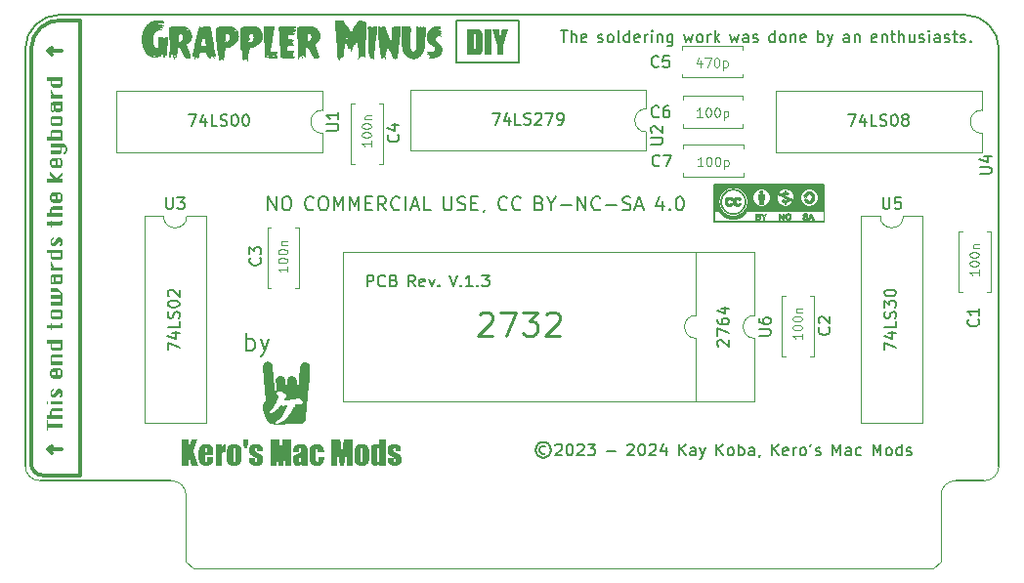
<source format=gto>
G04 #@! TF.GenerationSoftware,KiCad,Pcbnew,(7.0.0-0)*
G04 #@! TF.CreationDate,2024-01-15T01:27:10+09:00*
G04 #@! TF.ProjectId,Grappler_Minus_Keros_alldip_GH,47726170-706c-4657-925f-4d696e75735f,3*
G04 #@! TF.SameCoordinates,Original*
G04 #@! TF.FileFunction,Legend,Top*
G04 #@! TF.FilePolarity,Positive*
%FSLAX46Y46*%
G04 Gerber Fmt 4.6, Leading zero omitted, Abs format (unit mm)*
G04 Created by KiCad (PCBNEW (7.0.0-0)) date 2024-01-15 01:27:10*
%MOMM*%
%LPD*%
G01*
G04 APERTURE LIST*
%ADD10C,0.170000*%
%ADD11C,0.003000*%
%ADD12C,0.300000*%
%ADD13C,0.200000*%
%ADD14C,0.000000*%
%ADD15C,0.100000*%
%ADD16C,0.150000*%
%ADD17C,0.090000*%
%ADD18C,0.254000*%
%ADD19C,0.120000*%
G04 #@! TA.AperFunction,Profile*
%ADD20C,0.100000*%
G04 #@! TD*
G04 #@! TA.AperFunction,Profile*
%ADD21C,0.150000*%
G04 #@! TD*
G04 APERTURE END LIST*
D10*
X143318571Y-109920857D02*
X143318571Y-108720857D01*
X143318571Y-108720857D02*
X144004285Y-109920857D01*
X144004285Y-109920857D02*
X144004285Y-108720857D01*
X144804285Y-108720857D02*
X145032857Y-108720857D01*
X145032857Y-108720857D02*
X145147142Y-108778000D01*
X145147142Y-108778000D02*
X145261428Y-108892285D01*
X145261428Y-108892285D02*
X145318571Y-109120857D01*
X145318571Y-109120857D02*
X145318571Y-109520857D01*
X145318571Y-109520857D02*
X145261428Y-109749428D01*
X145261428Y-109749428D02*
X145147142Y-109863714D01*
X145147142Y-109863714D02*
X145032857Y-109920857D01*
X145032857Y-109920857D02*
X144804285Y-109920857D01*
X144804285Y-109920857D02*
X144690000Y-109863714D01*
X144690000Y-109863714D02*
X144575714Y-109749428D01*
X144575714Y-109749428D02*
X144518571Y-109520857D01*
X144518571Y-109520857D02*
X144518571Y-109120857D01*
X144518571Y-109120857D02*
X144575714Y-108892285D01*
X144575714Y-108892285D02*
X144690000Y-108778000D01*
X144690000Y-108778000D02*
X144804285Y-108720857D01*
X147238571Y-109806571D02*
X147181428Y-109863714D01*
X147181428Y-109863714D02*
X147010000Y-109920857D01*
X147010000Y-109920857D02*
X146895714Y-109920857D01*
X146895714Y-109920857D02*
X146724285Y-109863714D01*
X146724285Y-109863714D02*
X146610000Y-109749428D01*
X146610000Y-109749428D02*
X146552857Y-109635142D01*
X146552857Y-109635142D02*
X146495714Y-109406571D01*
X146495714Y-109406571D02*
X146495714Y-109235142D01*
X146495714Y-109235142D02*
X146552857Y-109006571D01*
X146552857Y-109006571D02*
X146610000Y-108892285D01*
X146610000Y-108892285D02*
X146724285Y-108778000D01*
X146724285Y-108778000D02*
X146895714Y-108720857D01*
X146895714Y-108720857D02*
X147010000Y-108720857D01*
X147010000Y-108720857D02*
X147181428Y-108778000D01*
X147181428Y-108778000D02*
X147238571Y-108835142D01*
X147981428Y-108720857D02*
X148210000Y-108720857D01*
X148210000Y-108720857D02*
X148324285Y-108778000D01*
X148324285Y-108778000D02*
X148438571Y-108892285D01*
X148438571Y-108892285D02*
X148495714Y-109120857D01*
X148495714Y-109120857D02*
X148495714Y-109520857D01*
X148495714Y-109520857D02*
X148438571Y-109749428D01*
X148438571Y-109749428D02*
X148324285Y-109863714D01*
X148324285Y-109863714D02*
X148210000Y-109920857D01*
X148210000Y-109920857D02*
X147981428Y-109920857D01*
X147981428Y-109920857D02*
X147867143Y-109863714D01*
X147867143Y-109863714D02*
X147752857Y-109749428D01*
X147752857Y-109749428D02*
X147695714Y-109520857D01*
X147695714Y-109520857D02*
X147695714Y-109120857D01*
X147695714Y-109120857D02*
X147752857Y-108892285D01*
X147752857Y-108892285D02*
X147867143Y-108778000D01*
X147867143Y-108778000D02*
X147981428Y-108720857D01*
X149010000Y-109920857D02*
X149010000Y-108720857D01*
X149010000Y-108720857D02*
X149410000Y-109578000D01*
X149410000Y-109578000D02*
X149810000Y-108720857D01*
X149810000Y-108720857D02*
X149810000Y-109920857D01*
X150381429Y-109920857D02*
X150381429Y-108720857D01*
X150381429Y-108720857D02*
X150781429Y-109578000D01*
X150781429Y-109578000D02*
X151181429Y-108720857D01*
X151181429Y-108720857D02*
X151181429Y-109920857D01*
X151752858Y-109292285D02*
X152152858Y-109292285D01*
X152324286Y-109920857D02*
X151752858Y-109920857D01*
X151752858Y-109920857D02*
X151752858Y-108720857D01*
X151752858Y-108720857D02*
X152324286Y-108720857D01*
X153524286Y-109920857D02*
X153124286Y-109349428D01*
X152838572Y-109920857D02*
X152838572Y-108720857D01*
X152838572Y-108720857D02*
X153295715Y-108720857D01*
X153295715Y-108720857D02*
X153410000Y-108778000D01*
X153410000Y-108778000D02*
X153467143Y-108835142D01*
X153467143Y-108835142D02*
X153524286Y-108949428D01*
X153524286Y-108949428D02*
X153524286Y-109120857D01*
X153524286Y-109120857D02*
X153467143Y-109235142D01*
X153467143Y-109235142D02*
X153410000Y-109292285D01*
X153410000Y-109292285D02*
X153295715Y-109349428D01*
X153295715Y-109349428D02*
X152838572Y-109349428D01*
X154724286Y-109806571D02*
X154667143Y-109863714D01*
X154667143Y-109863714D02*
X154495715Y-109920857D01*
X154495715Y-109920857D02*
X154381429Y-109920857D01*
X154381429Y-109920857D02*
X154210000Y-109863714D01*
X154210000Y-109863714D02*
X154095715Y-109749428D01*
X154095715Y-109749428D02*
X154038572Y-109635142D01*
X154038572Y-109635142D02*
X153981429Y-109406571D01*
X153981429Y-109406571D02*
X153981429Y-109235142D01*
X153981429Y-109235142D02*
X154038572Y-109006571D01*
X154038572Y-109006571D02*
X154095715Y-108892285D01*
X154095715Y-108892285D02*
X154210000Y-108778000D01*
X154210000Y-108778000D02*
X154381429Y-108720857D01*
X154381429Y-108720857D02*
X154495715Y-108720857D01*
X154495715Y-108720857D02*
X154667143Y-108778000D01*
X154667143Y-108778000D02*
X154724286Y-108835142D01*
X155238572Y-109920857D02*
X155238572Y-108720857D01*
X155752858Y-109578000D02*
X156324287Y-109578000D01*
X155638572Y-109920857D02*
X156038572Y-108720857D01*
X156038572Y-108720857D02*
X156438572Y-109920857D01*
X157410000Y-109920857D02*
X156838572Y-109920857D01*
X156838572Y-109920857D02*
X156838572Y-108720857D01*
X158530001Y-108720857D02*
X158530001Y-109692285D01*
X158530001Y-109692285D02*
X158587144Y-109806571D01*
X158587144Y-109806571D02*
X158644287Y-109863714D01*
X158644287Y-109863714D02*
X158758572Y-109920857D01*
X158758572Y-109920857D02*
X158987144Y-109920857D01*
X158987144Y-109920857D02*
X159101429Y-109863714D01*
X159101429Y-109863714D02*
X159158572Y-109806571D01*
X159158572Y-109806571D02*
X159215715Y-109692285D01*
X159215715Y-109692285D02*
X159215715Y-108720857D01*
X159730001Y-109863714D02*
X159901430Y-109920857D01*
X159901430Y-109920857D02*
X160187144Y-109920857D01*
X160187144Y-109920857D02*
X160301430Y-109863714D01*
X160301430Y-109863714D02*
X160358572Y-109806571D01*
X160358572Y-109806571D02*
X160415715Y-109692285D01*
X160415715Y-109692285D02*
X160415715Y-109578000D01*
X160415715Y-109578000D02*
X160358572Y-109463714D01*
X160358572Y-109463714D02*
X160301430Y-109406571D01*
X160301430Y-109406571D02*
X160187144Y-109349428D01*
X160187144Y-109349428D02*
X159958572Y-109292285D01*
X159958572Y-109292285D02*
X159844287Y-109235142D01*
X159844287Y-109235142D02*
X159787144Y-109178000D01*
X159787144Y-109178000D02*
X159730001Y-109063714D01*
X159730001Y-109063714D02*
X159730001Y-108949428D01*
X159730001Y-108949428D02*
X159787144Y-108835142D01*
X159787144Y-108835142D02*
X159844287Y-108778000D01*
X159844287Y-108778000D02*
X159958572Y-108720857D01*
X159958572Y-108720857D02*
X160244287Y-108720857D01*
X160244287Y-108720857D02*
X160415715Y-108778000D01*
X160930001Y-109292285D02*
X161330001Y-109292285D01*
X161501429Y-109920857D02*
X160930001Y-109920857D01*
X160930001Y-109920857D02*
X160930001Y-108720857D01*
X160930001Y-108720857D02*
X161501429Y-108720857D01*
X162072858Y-109863714D02*
X162072858Y-109920857D01*
X162072858Y-109920857D02*
X162015715Y-110035142D01*
X162015715Y-110035142D02*
X161958572Y-110092285D01*
X163992858Y-109806571D02*
X163935715Y-109863714D01*
X163935715Y-109863714D02*
X163764287Y-109920857D01*
X163764287Y-109920857D02*
X163650001Y-109920857D01*
X163650001Y-109920857D02*
X163478572Y-109863714D01*
X163478572Y-109863714D02*
X163364287Y-109749428D01*
X163364287Y-109749428D02*
X163307144Y-109635142D01*
X163307144Y-109635142D02*
X163250001Y-109406571D01*
X163250001Y-109406571D02*
X163250001Y-109235142D01*
X163250001Y-109235142D02*
X163307144Y-109006571D01*
X163307144Y-109006571D02*
X163364287Y-108892285D01*
X163364287Y-108892285D02*
X163478572Y-108778000D01*
X163478572Y-108778000D02*
X163650001Y-108720857D01*
X163650001Y-108720857D02*
X163764287Y-108720857D01*
X163764287Y-108720857D02*
X163935715Y-108778000D01*
X163935715Y-108778000D02*
X163992858Y-108835142D01*
X165192858Y-109806571D02*
X165135715Y-109863714D01*
X165135715Y-109863714D02*
X164964287Y-109920857D01*
X164964287Y-109920857D02*
X164850001Y-109920857D01*
X164850001Y-109920857D02*
X164678572Y-109863714D01*
X164678572Y-109863714D02*
X164564287Y-109749428D01*
X164564287Y-109749428D02*
X164507144Y-109635142D01*
X164507144Y-109635142D02*
X164450001Y-109406571D01*
X164450001Y-109406571D02*
X164450001Y-109235142D01*
X164450001Y-109235142D02*
X164507144Y-109006571D01*
X164507144Y-109006571D02*
X164564287Y-108892285D01*
X164564287Y-108892285D02*
X164678572Y-108778000D01*
X164678572Y-108778000D02*
X164850001Y-108720857D01*
X164850001Y-108720857D02*
X164964287Y-108720857D01*
X164964287Y-108720857D02*
X165135715Y-108778000D01*
X165135715Y-108778000D02*
X165192858Y-108835142D01*
X166827144Y-109292285D02*
X166998572Y-109349428D01*
X166998572Y-109349428D02*
X167055715Y-109406571D01*
X167055715Y-109406571D02*
X167112858Y-109520857D01*
X167112858Y-109520857D02*
X167112858Y-109692285D01*
X167112858Y-109692285D02*
X167055715Y-109806571D01*
X167055715Y-109806571D02*
X166998572Y-109863714D01*
X166998572Y-109863714D02*
X166884287Y-109920857D01*
X166884287Y-109920857D02*
X166427144Y-109920857D01*
X166427144Y-109920857D02*
X166427144Y-108720857D01*
X166427144Y-108720857D02*
X166827144Y-108720857D01*
X166827144Y-108720857D02*
X166941430Y-108778000D01*
X166941430Y-108778000D02*
X166998572Y-108835142D01*
X166998572Y-108835142D02*
X167055715Y-108949428D01*
X167055715Y-108949428D02*
X167055715Y-109063714D01*
X167055715Y-109063714D02*
X166998572Y-109178000D01*
X166998572Y-109178000D02*
X166941430Y-109235142D01*
X166941430Y-109235142D02*
X166827144Y-109292285D01*
X166827144Y-109292285D02*
X166427144Y-109292285D01*
X167855715Y-109349428D02*
X167855715Y-109920857D01*
X167455715Y-108720857D02*
X167855715Y-109349428D01*
X167855715Y-109349428D02*
X168255715Y-108720857D01*
X168655715Y-109463714D02*
X169570001Y-109463714D01*
X170141429Y-109920857D02*
X170141429Y-108720857D01*
X170141429Y-108720857D02*
X170827143Y-109920857D01*
X170827143Y-109920857D02*
X170827143Y-108720857D01*
X172084286Y-109806571D02*
X172027143Y-109863714D01*
X172027143Y-109863714D02*
X171855715Y-109920857D01*
X171855715Y-109920857D02*
X171741429Y-109920857D01*
X171741429Y-109920857D02*
X171570000Y-109863714D01*
X171570000Y-109863714D02*
X171455715Y-109749428D01*
X171455715Y-109749428D02*
X171398572Y-109635142D01*
X171398572Y-109635142D02*
X171341429Y-109406571D01*
X171341429Y-109406571D02*
X171341429Y-109235142D01*
X171341429Y-109235142D02*
X171398572Y-109006571D01*
X171398572Y-109006571D02*
X171455715Y-108892285D01*
X171455715Y-108892285D02*
X171570000Y-108778000D01*
X171570000Y-108778000D02*
X171741429Y-108720857D01*
X171741429Y-108720857D02*
X171855715Y-108720857D01*
X171855715Y-108720857D02*
X172027143Y-108778000D01*
X172027143Y-108778000D02*
X172084286Y-108835142D01*
X172598572Y-109463714D02*
X173512858Y-109463714D01*
X174027143Y-109863714D02*
X174198572Y-109920857D01*
X174198572Y-109920857D02*
X174484286Y-109920857D01*
X174484286Y-109920857D02*
X174598572Y-109863714D01*
X174598572Y-109863714D02*
X174655714Y-109806571D01*
X174655714Y-109806571D02*
X174712857Y-109692285D01*
X174712857Y-109692285D02*
X174712857Y-109578000D01*
X174712857Y-109578000D02*
X174655714Y-109463714D01*
X174655714Y-109463714D02*
X174598572Y-109406571D01*
X174598572Y-109406571D02*
X174484286Y-109349428D01*
X174484286Y-109349428D02*
X174255714Y-109292285D01*
X174255714Y-109292285D02*
X174141429Y-109235142D01*
X174141429Y-109235142D02*
X174084286Y-109178000D01*
X174084286Y-109178000D02*
X174027143Y-109063714D01*
X174027143Y-109063714D02*
X174027143Y-108949428D01*
X174027143Y-108949428D02*
X174084286Y-108835142D01*
X174084286Y-108835142D02*
X174141429Y-108778000D01*
X174141429Y-108778000D02*
X174255714Y-108720857D01*
X174255714Y-108720857D02*
X174541429Y-108720857D01*
X174541429Y-108720857D02*
X174712857Y-108778000D01*
X175170000Y-109578000D02*
X175741429Y-109578000D01*
X175055714Y-109920857D02*
X175455714Y-108720857D01*
X175455714Y-108720857D02*
X175855714Y-109920857D01*
X177490000Y-109120857D02*
X177490000Y-109920857D01*
X177204285Y-108663714D02*
X176918571Y-109520857D01*
X176918571Y-109520857D02*
X177661428Y-109520857D01*
X178118571Y-109806571D02*
X178175714Y-109863714D01*
X178175714Y-109863714D02*
X178118571Y-109920857D01*
X178118571Y-109920857D02*
X178061428Y-109863714D01*
X178061428Y-109863714D02*
X178118571Y-109806571D01*
X178118571Y-109806571D02*
X178118571Y-109920857D01*
X178918571Y-108720857D02*
X179032857Y-108720857D01*
X179032857Y-108720857D02*
X179147143Y-108778000D01*
X179147143Y-108778000D02*
X179204286Y-108835142D01*
X179204286Y-108835142D02*
X179261428Y-108949428D01*
X179261428Y-108949428D02*
X179318571Y-109178000D01*
X179318571Y-109178000D02*
X179318571Y-109463714D01*
X179318571Y-109463714D02*
X179261428Y-109692285D01*
X179261428Y-109692285D02*
X179204286Y-109806571D01*
X179204286Y-109806571D02*
X179147143Y-109863714D01*
X179147143Y-109863714D02*
X179032857Y-109920857D01*
X179032857Y-109920857D02*
X178918571Y-109920857D01*
X178918571Y-109920857D02*
X178804286Y-109863714D01*
X178804286Y-109863714D02*
X178747143Y-109806571D01*
X178747143Y-109806571D02*
X178690000Y-109692285D01*
X178690000Y-109692285D02*
X178632857Y-109463714D01*
X178632857Y-109463714D02*
X178632857Y-109178000D01*
X178632857Y-109178000D02*
X178690000Y-108949428D01*
X178690000Y-108949428D02*
X178747143Y-108835142D01*
X178747143Y-108835142D02*
X178804286Y-108778000D01*
X178804286Y-108778000D02*
X178918571Y-108720857D01*
D11*
G36*
X186223443Y-108488049D02*
G01*
X186226461Y-108488279D01*
X186229435Y-108488656D01*
X186232362Y-108489178D01*
X186235238Y-108489841D01*
X186238059Y-108490642D01*
X186240822Y-108491575D01*
X186243522Y-108492639D01*
X186246156Y-108493829D01*
X186248720Y-108495140D01*
X186251211Y-108496571D01*
X186253624Y-108498116D01*
X186255956Y-108499773D01*
X186258204Y-108501537D01*
X186260362Y-108503405D01*
X186262429Y-108505373D01*
X186264399Y-108507437D01*
X186266269Y-108509594D01*
X186268036Y-108511840D01*
X186269695Y-108514172D01*
X186271243Y-108516584D01*
X186272676Y-108519075D01*
X186273991Y-108521639D01*
X186275183Y-108524274D01*
X186276249Y-108526976D01*
X186277185Y-108529740D01*
X186277987Y-108532564D01*
X186278652Y-108535443D01*
X186279175Y-108538375D01*
X186279554Y-108541354D01*
X186279784Y-108544377D01*
X186279861Y-108547442D01*
X186279861Y-108923901D01*
X186174790Y-108923901D01*
X186174790Y-109369688D01*
X185889478Y-109369688D01*
X185889478Y-108923901D01*
X185784487Y-108923901D01*
X185784487Y-108547442D01*
X185784564Y-108544377D01*
X185784793Y-108541354D01*
X185785171Y-108538375D01*
X185785693Y-108535443D01*
X185786356Y-108532564D01*
X185787156Y-108529740D01*
X185788090Y-108526976D01*
X185789153Y-108524274D01*
X185790342Y-108521639D01*
X185791654Y-108519075D01*
X185793083Y-108516584D01*
X185794628Y-108514172D01*
X185796284Y-108511841D01*
X185798047Y-108509595D01*
X185799913Y-108507438D01*
X185801880Y-108505373D01*
X185803942Y-108503405D01*
X185806097Y-108501537D01*
X185808341Y-108499773D01*
X185810670Y-108498117D01*
X185813079Y-108496571D01*
X185815567Y-108495141D01*
X185818128Y-108493829D01*
X185820759Y-108492639D01*
X185823456Y-108491576D01*
X185826217Y-108490642D01*
X185829035Y-108489842D01*
X185831910Y-108489179D01*
X185834835Y-108488656D01*
X185837808Y-108488279D01*
X185840825Y-108488050D01*
X185843883Y-108487972D01*
X186220386Y-108487972D01*
X186223443Y-108488049D01*
G37*
X186223443Y-108488049D02*
X186226461Y-108488279D01*
X186229435Y-108488656D01*
X186232362Y-108489178D01*
X186235238Y-108489841D01*
X186238059Y-108490642D01*
X186240822Y-108491575D01*
X186243522Y-108492639D01*
X186246156Y-108493829D01*
X186248720Y-108495140D01*
X186251211Y-108496571D01*
X186253624Y-108498116D01*
X186255956Y-108499773D01*
X186258204Y-108501537D01*
X186260362Y-108503405D01*
X186262429Y-108505373D01*
X186264399Y-108507437D01*
X186266269Y-108509594D01*
X186268036Y-108511840D01*
X186269695Y-108514172D01*
X186271243Y-108516584D01*
X186272676Y-108519075D01*
X186273991Y-108521639D01*
X186275183Y-108524274D01*
X186276249Y-108526976D01*
X186277185Y-108529740D01*
X186277987Y-108532564D01*
X186278652Y-108535443D01*
X186279175Y-108538375D01*
X186279554Y-108541354D01*
X186279784Y-108544377D01*
X186279861Y-108547442D01*
X186279861Y-108923901D01*
X186174790Y-108923901D01*
X186174790Y-109369688D01*
X185889478Y-109369688D01*
X185889478Y-108923901D01*
X185784487Y-108923901D01*
X185784487Y-108547442D01*
X185784564Y-108544377D01*
X185784793Y-108541354D01*
X185785171Y-108538375D01*
X185785693Y-108535443D01*
X185786356Y-108532564D01*
X185787156Y-108529740D01*
X185788090Y-108526976D01*
X185789153Y-108524274D01*
X185790342Y-108521639D01*
X185791654Y-108519075D01*
X185793083Y-108516584D01*
X185794628Y-108514172D01*
X185796284Y-108511841D01*
X185798047Y-108509595D01*
X185799913Y-108507438D01*
X185801880Y-108505373D01*
X185803942Y-108503405D01*
X185806097Y-108501537D01*
X185808341Y-108499773D01*
X185810670Y-108498117D01*
X185813079Y-108496571D01*
X185815567Y-108495141D01*
X185818128Y-108493829D01*
X185820759Y-108492639D01*
X185823456Y-108491576D01*
X185826217Y-108490642D01*
X185829035Y-108489842D01*
X185831910Y-108489179D01*
X185834835Y-108488656D01*
X185837808Y-108488279D01*
X185840825Y-108488050D01*
X185843883Y-108487972D01*
X186220386Y-108487972D01*
X186223443Y-108488049D01*
G36*
X183985496Y-108752910D02*
G01*
X183999173Y-108753792D01*
X184012594Y-108755028D01*
X184025762Y-108756616D01*
X184038676Y-108758557D01*
X184051335Y-108760851D01*
X184063740Y-108763497D01*
X184075891Y-108766497D01*
X184087788Y-108769849D01*
X184099430Y-108773554D01*
X184110819Y-108777612D01*
X184121953Y-108782022D01*
X184132833Y-108786785D01*
X184143459Y-108791901D01*
X184153831Y-108797369D01*
X184163948Y-108803190D01*
X184173812Y-108809364D01*
X184183421Y-108815889D01*
X184192776Y-108822768D01*
X184201877Y-108829999D01*
X184210724Y-108837582D01*
X184219316Y-108845518D01*
X184227655Y-108853806D01*
X184235739Y-108862447D01*
X184243569Y-108871440D01*
X184251145Y-108880785D01*
X184258466Y-108890483D01*
X184265534Y-108900533D01*
X184272347Y-108910935D01*
X184278906Y-108921689D01*
X184285211Y-108932796D01*
X184117818Y-109016862D01*
X184111827Y-109004581D01*
X184105496Y-108993092D01*
X184098827Y-108982396D01*
X184091819Y-108972492D01*
X184084473Y-108963381D01*
X184076788Y-108955061D01*
X184068765Y-108947535D01*
X184060403Y-108940800D01*
X184056095Y-108937730D01*
X184051703Y-108934858D01*
X184047227Y-108932184D01*
X184042665Y-108929708D01*
X184038020Y-108927430D01*
X184033289Y-108925350D01*
X184028475Y-108923468D01*
X184023576Y-108921785D01*
X184018592Y-108920299D01*
X184013524Y-108919011D01*
X184003135Y-108917031D01*
X183992408Y-108915842D01*
X183981344Y-108915446D01*
X183971037Y-108915662D01*
X183961058Y-108916309D01*
X183951406Y-108917388D01*
X183942082Y-108918899D01*
X183933086Y-108920841D01*
X183924417Y-108923215D01*
X183916075Y-108926021D01*
X183908061Y-108929258D01*
X183900374Y-108932926D01*
X183893015Y-108937027D01*
X183885983Y-108941558D01*
X183879278Y-108946521D01*
X183872901Y-108951916D01*
X183866851Y-108957742D01*
X183861128Y-108964000D01*
X183855732Y-108970689D01*
X183850663Y-108977809D01*
X183845922Y-108985361D01*
X183841508Y-108993345D01*
X183837421Y-109001760D01*
X183833661Y-109010606D01*
X183830228Y-109019883D01*
X183824343Y-109039733D01*
X183819767Y-109061308D01*
X183816498Y-109084608D01*
X183814537Y-109109633D01*
X183813883Y-109136383D01*
X183814047Y-109149980D01*
X183814538Y-109163145D01*
X183815356Y-109175877D01*
X183816501Y-109188176D01*
X183817973Y-109200044D01*
X183819773Y-109211479D01*
X183821899Y-109222482D01*
X183824353Y-109233053D01*
X183827134Y-109243192D01*
X183830242Y-109252898D01*
X183833677Y-109262173D01*
X183837439Y-109271016D01*
X183841528Y-109279427D01*
X183845944Y-109287407D01*
X183850687Y-109294954D01*
X183855757Y-109302070D01*
X183861155Y-109308754D01*
X183866879Y-109315007D01*
X183872930Y-109320828D01*
X183879308Y-109326218D01*
X183886013Y-109331176D01*
X183893045Y-109335702D01*
X183900404Y-109339798D01*
X183908090Y-109343462D01*
X183916103Y-109346694D01*
X183924442Y-109349496D01*
X183933109Y-109351866D01*
X183942102Y-109353806D01*
X183951422Y-109355314D01*
X183961069Y-109356391D01*
X183971043Y-109357038D01*
X183981344Y-109357253D01*
X183994659Y-109356833D01*
X184001125Y-109356309D01*
X184007465Y-109355574D01*
X184013678Y-109354630D01*
X184019763Y-109353475D01*
X184025721Y-109352111D01*
X184031552Y-109350536D01*
X184037255Y-109348751D01*
X184042831Y-109346756D01*
X184048280Y-109344551D01*
X184053602Y-109342135D01*
X184058796Y-109339509D01*
X184063862Y-109336672D01*
X184068802Y-109333625D01*
X184073613Y-109330368D01*
X184078297Y-109326900D01*
X184082854Y-109323221D01*
X184087283Y-109319331D01*
X184091585Y-109315231D01*
X184095759Y-109310920D01*
X184099805Y-109306398D01*
X184103724Y-109301666D01*
X184107515Y-109296722D01*
X184111178Y-109291567D01*
X184114714Y-109286202D01*
X184118121Y-109280625D01*
X184121402Y-109274837D01*
X184127578Y-109262628D01*
X184133243Y-109249573D01*
X184288379Y-109330334D01*
X184274424Y-109353682D01*
X184259620Y-109375523D01*
X184243968Y-109395857D01*
X184227469Y-109414684D01*
X184210122Y-109432005D01*
X184191929Y-109447818D01*
X184172889Y-109462126D01*
X184153003Y-109474926D01*
X184132272Y-109486221D01*
X184110696Y-109496009D01*
X184088274Y-109504291D01*
X184065009Y-109511067D01*
X184040899Y-109516337D01*
X184015946Y-109520101D01*
X183990149Y-109522360D01*
X183963510Y-109523113D01*
X183942894Y-109522712D01*
X183922798Y-109521509D01*
X183903223Y-109519504D01*
X183884168Y-109516698D01*
X183865633Y-109513090D01*
X183847618Y-109508680D01*
X183830121Y-109503469D01*
X183813142Y-109497457D01*
X183796682Y-109490644D01*
X183780739Y-109483029D01*
X183765314Y-109474614D01*
X183750405Y-109465397D01*
X183736013Y-109455380D01*
X183722137Y-109444563D01*
X183708776Y-109432944D01*
X183695930Y-109420526D01*
X183683760Y-109407402D01*
X183672375Y-109393669D01*
X183661774Y-109379326D01*
X183651958Y-109364375D01*
X183642926Y-109348815D01*
X183634679Y-109332648D01*
X183627217Y-109315873D01*
X183620540Y-109298490D01*
X183614649Y-109280501D01*
X183609542Y-109261906D01*
X183605221Y-109242705D01*
X183601685Y-109222898D01*
X183598935Y-109202486D01*
X183596970Y-109181469D01*
X183595791Y-109159848D01*
X183595398Y-109137624D01*
X183595797Y-109115770D01*
X183596993Y-109094487D01*
X183598987Y-109073775D01*
X183601778Y-109053633D01*
X183605368Y-109034062D01*
X183609756Y-109015062D01*
X183614942Y-108996631D01*
X183620927Y-108978770D01*
X183627710Y-108961479D01*
X183635293Y-108944757D01*
X183643675Y-108928605D01*
X183652857Y-108913021D01*
X183662838Y-108898006D01*
X183673619Y-108883560D01*
X183685201Y-108869682D01*
X183697582Y-108856373D01*
X183710543Y-108843755D01*
X183723942Y-108831952D01*
X183737778Y-108820963D01*
X183752051Y-108810789D01*
X183766761Y-108801430D01*
X183781907Y-108792885D01*
X183797491Y-108785154D01*
X183813511Y-108778237D01*
X183829968Y-108772135D01*
X183846861Y-108766847D01*
X183864191Y-108762372D01*
X183881957Y-108758711D01*
X183900159Y-108755864D01*
X183918797Y-108753831D01*
X183937872Y-108752611D01*
X183957382Y-108752204D01*
X183985496Y-108752910D01*
G37*
X183985496Y-108752910D02*
X183999173Y-108753792D01*
X184012594Y-108755028D01*
X184025762Y-108756616D01*
X184038676Y-108758557D01*
X184051335Y-108760851D01*
X184063740Y-108763497D01*
X184075891Y-108766497D01*
X184087788Y-108769849D01*
X184099430Y-108773554D01*
X184110819Y-108777612D01*
X184121953Y-108782022D01*
X184132833Y-108786785D01*
X184143459Y-108791901D01*
X184153831Y-108797369D01*
X184163948Y-108803190D01*
X184173812Y-108809364D01*
X184183421Y-108815889D01*
X184192776Y-108822768D01*
X184201877Y-108829999D01*
X184210724Y-108837582D01*
X184219316Y-108845518D01*
X184227655Y-108853806D01*
X184235739Y-108862447D01*
X184243569Y-108871440D01*
X184251145Y-108880785D01*
X184258466Y-108890483D01*
X184265534Y-108900533D01*
X184272347Y-108910935D01*
X184278906Y-108921689D01*
X184285211Y-108932796D01*
X184117818Y-109016862D01*
X184111827Y-109004581D01*
X184105496Y-108993092D01*
X184098827Y-108982396D01*
X184091819Y-108972492D01*
X184084473Y-108963381D01*
X184076788Y-108955061D01*
X184068765Y-108947535D01*
X184060403Y-108940800D01*
X184056095Y-108937730D01*
X184051703Y-108934858D01*
X184047227Y-108932184D01*
X184042665Y-108929708D01*
X184038020Y-108927430D01*
X184033289Y-108925350D01*
X184028475Y-108923468D01*
X184023576Y-108921785D01*
X184018592Y-108920299D01*
X184013524Y-108919011D01*
X184003135Y-108917031D01*
X183992408Y-108915842D01*
X183981344Y-108915446D01*
X183971037Y-108915662D01*
X183961058Y-108916309D01*
X183951406Y-108917388D01*
X183942082Y-108918899D01*
X183933086Y-108920841D01*
X183924417Y-108923215D01*
X183916075Y-108926021D01*
X183908061Y-108929258D01*
X183900374Y-108932926D01*
X183893015Y-108937027D01*
X183885983Y-108941558D01*
X183879278Y-108946521D01*
X183872901Y-108951916D01*
X183866851Y-108957742D01*
X183861128Y-108964000D01*
X183855732Y-108970689D01*
X183850663Y-108977809D01*
X183845922Y-108985361D01*
X183841508Y-108993345D01*
X183837421Y-109001760D01*
X183833661Y-109010606D01*
X183830228Y-109019883D01*
X183824343Y-109039733D01*
X183819767Y-109061308D01*
X183816498Y-109084608D01*
X183814537Y-109109633D01*
X183813883Y-109136383D01*
X183814047Y-109149980D01*
X183814538Y-109163145D01*
X183815356Y-109175877D01*
X183816501Y-109188176D01*
X183817973Y-109200044D01*
X183819773Y-109211479D01*
X183821899Y-109222482D01*
X183824353Y-109233053D01*
X183827134Y-109243192D01*
X183830242Y-109252898D01*
X183833677Y-109262173D01*
X183837439Y-109271016D01*
X183841528Y-109279427D01*
X183845944Y-109287407D01*
X183850687Y-109294954D01*
X183855757Y-109302070D01*
X183861155Y-109308754D01*
X183866879Y-109315007D01*
X183872930Y-109320828D01*
X183879308Y-109326218D01*
X183886013Y-109331176D01*
X183893045Y-109335702D01*
X183900404Y-109339798D01*
X183908090Y-109343462D01*
X183916103Y-109346694D01*
X183924442Y-109349496D01*
X183933109Y-109351866D01*
X183942102Y-109353806D01*
X183951422Y-109355314D01*
X183961069Y-109356391D01*
X183971043Y-109357038D01*
X183981344Y-109357253D01*
X183994659Y-109356833D01*
X184001125Y-109356309D01*
X184007465Y-109355574D01*
X184013678Y-109354630D01*
X184019763Y-109353475D01*
X184025721Y-109352111D01*
X184031552Y-109350536D01*
X184037255Y-109348751D01*
X184042831Y-109346756D01*
X184048280Y-109344551D01*
X184053602Y-109342135D01*
X184058796Y-109339509D01*
X184063862Y-109336672D01*
X184068802Y-109333625D01*
X184073613Y-109330368D01*
X184078297Y-109326900D01*
X184082854Y-109323221D01*
X184087283Y-109319331D01*
X184091585Y-109315231D01*
X184095759Y-109310920D01*
X184099805Y-109306398D01*
X184103724Y-109301666D01*
X184107515Y-109296722D01*
X184111178Y-109291567D01*
X184114714Y-109286202D01*
X184118121Y-109280625D01*
X184121402Y-109274837D01*
X184127578Y-109262628D01*
X184133243Y-109249573D01*
X184288379Y-109330334D01*
X184274424Y-109353682D01*
X184259620Y-109375523D01*
X184243968Y-109395857D01*
X184227469Y-109414684D01*
X184210122Y-109432005D01*
X184191929Y-109447818D01*
X184172889Y-109462126D01*
X184153003Y-109474926D01*
X184132272Y-109486221D01*
X184110696Y-109496009D01*
X184088274Y-109504291D01*
X184065009Y-109511067D01*
X184040899Y-109516337D01*
X184015946Y-109520101D01*
X183990149Y-109522360D01*
X183963510Y-109523113D01*
X183942894Y-109522712D01*
X183922798Y-109521509D01*
X183903223Y-109519504D01*
X183884168Y-109516698D01*
X183865633Y-109513090D01*
X183847618Y-109508680D01*
X183830121Y-109503469D01*
X183813142Y-109497457D01*
X183796682Y-109490644D01*
X183780739Y-109483029D01*
X183765314Y-109474614D01*
X183750405Y-109465397D01*
X183736013Y-109455380D01*
X183722137Y-109444563D01*
X183708776Y-109432944D01*
X183695930Y-109420526D01*
X183683760Y-109407402D01*
X183672375Y-109393669D01*
X183661774Y-109379326D01*
X183651958Y-109364375D01*
X183642926Y-109348815D01*
X183634679Y-109332648D01*
X183627217Y-109315873D01*
X183620540Y-109298490D01*
X183614649Y-109280501D01*
X183609542Y-109261906D01*
X183605221Y-109242705D01*
X183601685Y-109222898D01*
X183598935Y-109202486D01*
X183596970Y-109181469D01*
X183595791Y-109159848D01*
X183595398Y-109137624D01*
X183595797Y-109115770D01*
X183596993Y-109094487D01*
X183598987Y-109073775D01*
X183601778Y-109053633D01*
X183605368Y-109034062D01*
X183609756Y-109015062D01*
X183614942Y-108996631D01*
X183620927Y-108978770D01*
X183627710Y-108961479D01*
X183635293Y-108944757D01*
X183643675Y-108928605D01*
X183652857Y-108913021D01*
X183662838Y-108898006D01*
X183673619Y-108883560D01*
X183685201Y-108869682D01*
X183697582Y-108856373D01*
X183710543Y-108843755D01*
X183723942Y-108831952D01*
X183737778Y-108820963D01*
X183752051Y-108810789D01*
X183766761Y-108801430D01*
X183781907Y-108792885D01*
X183797491Y-108785154D01*
X183813511Y-108778237D01*
X183829968Y-108772135D01*
X183846861Y-108766847D01*
X183864191Y-108762372D01*
X183881957Y-108758711D01*
X183900159Y-108755864D01*
X183918797Y-108753831D01*
X183937872Y-108752611D01*
X183957382Y-108752204D01*
X183985496Y-108752910D01*
G36*
X186038798Y-108181088D02*
G01*
X186045335Y-108181585D01*
X186051778Y-108182404D01*
X186058117Y-108183536D01*
X186064345Y-108184973D01*
X186070454Y-108186707D01*
X186076436Y-108188731D01*
X186082282Y-108191036D01*
X186087984Y-108193614D01*
X186093535Y-108196456D01*
X186098926Y-108199556D01*
X186104149Y-108202904D01*
X186109196Y-108206493D01*
X186114059Y-108210314D01*
X186118730Y-108214360D01*
X186123201Y-108218622D01*
X186127463Y-108223092D01*
X186131509Y-108227763D01*
X186135331Y-108232625D01*
X186138920Y-108237672D01*
X186142268Y-108242895D01*
X186145368Y-108248285D01*
X186148211Y-108253835D01*
X186150789Y-108259537D01*
X186153094Y-108265382D01*
X186155118Y-108271363D01*
X186156852Y-108277472D01*
X186158290Y-108283699D01*
X186159422Y-108290038D01*
X186160241Y-108296480D01*
X186160738Y-108303017D01*
X186160905Y-108309641D01*
X186160738Y-108316265D01*
X186160241Y-108322802D01*
X186159422Y-108329244D01*
X186158290Y-108335582D01*
X186156852Y-108341810D01*
X186155118Y-108347918D01*
X186153094Y-108353899D01*
X186150789Y-108359744D01*
X186148211Y-108365446D01*
X186145368Y-108370996D01*
X186142268Y-108376387D01*
X186138920Y-108381609D01*
X186135331Y-108386656D01*
X186131509Y-108391519D01*
X186127463Y-108396189D01*
X186123201Y-108400660D01*
X186118730Y-108404922D01*
X186114059Y-108408967D01*
X186109196Y-108412789D01*
X186104149Y-108416378D01*
X186098926Y-108419726D01*
X186093535Y-108422825D01*
X186087984Y-108425668D01*
X186082282Y-108428246D01*
X186076436Y-108430550D01*
X186070454Y-108432574D01*
X186064345Y-108434309D01*
X186058117Y-108435746D01*
X186051778Y-108436878D01*
X186045335Y-108437696D01*
X186038798Y-108438194D01*
X186032173Y-108438361D01*
X186025548Y-108438194D01*
X186019011Y-108437696D01*
X186012568Y-108436878D01*
X186006228Y-108435746D01*
X186000000Y-108434309D01*
X185993891Y-108432574D01*
X185987910Y-108430550D01*
X185982064Y-108428246D01*
X185976361Y-108425668D01*
X185970810Y-108422825D01*
X185965419Y-108419726D01*
X185960196Y-108416378D01*
X185955149Y-108412789D01*
X185950286Y-108408967D01*
X185945615Y-108404922D01*
X185941144Y-108400660D01*
X185936881Y-108396189D01*
X185932835Y-108391519D01*
X185929013Y-108386656D01*
X185925424Y-108381609D01*
X185922076Y-108376387D01*
X185918976Y-108370996D01*
X185916133Y-108365446D01*
X185913555Y-108359744D01*
X185911250Y-108353899D01*
X185909226Y-108347918D01*
X185907491Y-108341810D01*
X185906054Y-108335582D01*
X185904922Y-108329244D01*
X185904103Y-108322802D01*
X185903606Y-108316265D01*
X185903438Y-108309641D01*
X185903606Y-108303017D01*
X185904103Y-108296480D01*
X185904922Y-108290038D01*
X185906054Y-108283699D01*
X185907491Y-108277472D01*
X185909226Y-108271363D01*
X185911250Y-108265382D01*
X185913555Y-108259537D01*
X185916133Y-108253835D01*
X185918976Y-108248285D01*
X185922076Y-108242895D01*
X185925424Y-108237672D01*
X185929013Y-108232625D01*
X185932835Y-108227763D01*
X185936881Y-108223092D01*
X185941144Y-108218622D01*
X185945615Y-108214360D01*
X185950286Y-108210314D01*
X185955149Y-108206493D01*
X185960196Y-108202904D01*
X185965419Y-108199556D01*
X185970810Y-108196456D01*
X185976361Y-108193614D01*
X185982064Y-108191036D01*
X185987910Y-108188731D01*
X185993891Y-108186707D01*
X186000000Y-108184973D01*
X186006228Y-108183536D01*
X186012568Y-108182404D01*
X186019011Y-108181585D01*
X186025548Y-108181088D01*
X186032173Y-108180920D01*
X186038798Y-108181088D01*
G37*
X186038798Y-108181088D02*
X186045335Y-108181585D01*
X186051778Y-108182404D01*
X186058117Y-108183536D01*
X186064345Y-108184973D01*
X186070454Y-108186707D01*
X186076436Y-108188731D01*
X186082282Y-108191036D01*
X186087984Y-108193614D01*
X186093535Y-108196456D01*
X186098926Y-108199556D01*
X186104149Y-108202904D01*
X186109196Y-108206493D01*
X186114059Y-108210314D01*
X186118730Y-108214360D01*
X186123201Y-108218622D01*
X186127463Y-108223092D01*
X186131509Y-108227763D01*
X186135331Y-108232625D01*
X186138920Y-108237672D01*
X186142268Y-108242895D01*
X186145368Y-108248285D01*
X186148211Y-108253835D01*
X186150789Y-108259537D01*
X186153094Y-108265382D01*
X186155118Y-108271363D01*
X186156852Y-108277472D01*
X186158290Y-108283699D01*
X186159422Y-108290038D01*
X186160241Y-108296480D01*
X186160738Y-108303017D01*
X186160905Y-108309641D01*
X186160738Y-108316265D01*
X186160241Y-108322802D01*
X186159422Y-108329244D01*
X186158290Y-108335582D01*
X186156852Y-108341810D01*
X186155118Y-108347918D01*
X186153094Y-108353899D01*
X186150789Y-108359744D01*
X186148211Y-108365446D01*
X186145368Y-108370996D01*
X186142268Y-108376387D01*
X186138920Y-108381609D01*
X186135331Y-108386656D01*
X186131509Y-108391519D01*
X186127463Y-108396189D01*
X186123201Y-108400660D01*
X186118730Y-108404922D01*
X186114059Y-108408967D01*
X186109196Y-108412789D01*
X186104149Y-108416378D01*
X186098926Y-108419726D01*
X186093535Y-108422825D01*
X186087984Y-108425668D01*
X186082282Y-108428246D01*
X186076436Y-108430550D01*
X186070454Y-108432574D01*
X186064345Y-108434309D01*
X186058117Y-108435746D01*
X186051778Y-108436878D01*
X186045335Y-108437696D01*
X186038798Y-108438194D01*
X186032173Y-108438361D01*
X186025548Y-108438194D01*
X186019011Y-108437696D01*
X186012568Y-108436878D01*
X186006228Y-108435746D01*
X186000000Y-108434309D01*
X185993891Y-108432574D01*
X185987910Y-108430550D01*
X185982064Y-108428246D01*
X185976361Y-108425668D01*
X185970810Y-108422825D01*
X185965419Y-108419726D01*
X185960196Y-108416378D01*
X185955149Y-108412789D01*
X185950286Y-108408967D01*
X185945615Y-108404922D01*
X185941144Y-108400660D01*
X185936881Y-108396189D01*
X185932835Y-108391519D01*
X185929013Y-108386656D01*
X185925424Y-108381609D01*
X185922076Y-108376387D01*
X185918976Y-108370996D01*
X185916133Y-108365446D01*
X185913555Y-108359744D01*
X185911250Y-108353899D01*
X185909226Y-108347918D01*
X185907491Y-108341810D01*
X185906054Y-108335582D01*
X185904922Y-108329244D01*
X185904103Y-108322802D01*
X185903606Y-108316265D01*
X185903438Y-108309641D01*
X185903606Y-108303017D01*
X185904103Y-108296480D01*
X185904922Y-108290038D01*
X185906054Y-108283699D01*
X185907491Y-108277472D01*
X185909226Y-108271363D01*
X185911250Y-108265382D01*
X185913555Y-108259537D01*
X185916133Y-108253835D01*
X185918976Y-108248285D01*
X185922076Y-108242895D01*
X185925424Y-108237672D01*
X185929013Y-108232625D01*
X185932835Y-108227763D01*
X185936881Y-108223092D01*
X185941144Y-108218622D01*
X185945615Y-108214360D01*
X185950286Y-108210314D01*
X185955149Y-108206493D01*
X185960196Y-108202904D01*
X185965419Y-108199556D01*
X185970810Y-108196456D01*
X185976361Y-108193614D01*
X185982064Y-108191036D01*
X185987910Y-108188731D01*
X185993891Y-108186707D01*
X186000000Y-108184973D01*
X186006228Y-108183536D01*
X186012568Y-108182404D01*
X186019011Y-108181585D01*
X186025548Y-108181088D01*
X186032173Y-108180920D01*
X186038798Y-108181088D01*
G36*
X185933188Y-110335166D02*
G01*
X185932657Y-110338901D01*
X185931876Y-110343294D01*
X185930953Y-110347583D01*
X185929889Y-110351768D01*
X185928683Y-110355850D01*
X185927336Y-110359828D01*
X185925848Y-110363704D01*
X185924218Y-110367476D01*
X185922448Y-110371146D01*
X185920536Y-110374713D01*
X185918484Y-110378179D01*
X185916291Y-110381542D01*
X185913988Y-110384817D01*
X185911544Y-110388016D01*
X185908961Y-110391140D01*
X185906239Y-110394188D01*
X185903378Y-110397161D01*
X185900379Y-110400059D01*
X185897242Y-110402881D01*
X185893968Y-110405629D01*
X185890557Y-110408301D01*
X185887010Y-110410899D01*
X185883327Y-110413422D01*
X185879508Y-110415871D01*
X185875554Y-110418245D01*
X185871466Y-110420545D01*
X185867244Y-110422771D01*
X185862888Y-110424923D01*
X185868887Y-110426749D01*
X185874694Y-110428739D01*
X185880311Y-110430892D01*
X185885735Y-110433208D01*
X185890967Y-110435689D01*
X185896006Y-110438334D01*
X185900852Y-110441144D01*
X185905505Y-110444119D01*
X185909963Y-110447259D01*
X185914226Y-110450565D01*
X185918295Y-110454037D01*
X185922168Y-110457676D01*
X185925845Y-110461482D01*
X185929326Y-110465455D01*
X185932610Y-110469595D01*
X185935696Y-110473903D01*
X185938618Y-110478323D01*
X185941350Y-110482857D01*
X185943892Y-110487505D01*
X185946244Y-110492268D01*
X185948407Y-110497144D01*
X185950380Y-110502133D01*
X185952164Y-110507236D01*
X185953760Y-110512452D01*
X185955167Y-110517780D01*
X185956385Y-110523221D01*
X185957416Y-110528775D01*
X185958258Y-110534440D01*
X185958913Y-110540217D01*
X185959381Y-110546106D01*
X185959634Y-110551513D01*
X185959661Y-110552106D01*
X185959755Y-110558218D01*
X185959695Y-110563145D01*
X185959514Y-110567989D01*
X185959213Y-110572750D01*
X185958791Y-110577428D01*
X185958248Y-110582022D01*
X185957583Y-110586534D01*
X185956797Y-110590962D01*
X185955889Y-110595307D01*
X185954859Y-110599569D01*
X185953707Y-110603748D01*
X185952433Y-110607843D01*
X185951036Y-110611855D01*
X185949515Y-110615785D01*
X185947872Y-110619631D01*
X185946106Y-110623393D01*
X185944215Y-110627073D01*
X185942249Y-110630655D01*
X185940197Y-110634156D01*
X185938058Y-110637576D01*
X185935832Y-110640913D01*
X185933521Y-110644167D01*
X185931124Y-110647340D01*
X185928641Y-110650429D01*
X185926074Y-110653436D01*
X185923421Y-110656360D01*
X185920683Y-110659200D01*
X185917861Y-110661956D01*
X185914954Y-110664629D01*
X185911963Y-110667217D01*
X185908888Y-110669721D01*
X185905730Y-110672141D01*
X185902488Y-110674476D01*
X185899191Y-110676745D01*
X185895834Y-110678938D01*
X185892418Y-110681056D01*
X185888944Y-110683098D01*
X185885412Y-110685066D01*
X185881821Y-110686958D01*
X185878173Y-110688774D01*
X185874467Y-110690516D01*
X185870704Y-110692183D01*
X185866884Y-110693776D01*
X185863006Y-110695293D01*
X185859073Y-110696736D01*
X185855082Y-110698105D01*
X185851036Y-110699399D01*
X185846934Y-110700620D01*
X185842775Y-110701766D01*
X185834322Y-110703843D01*
X185825822Y-110705641D01*
X185817272Y-110707160D01*
X185808669Y-110708401D01*
X185800011Y-110709364D01*
X185791295Y-110710051D01*
X185782517Y-110710462D01*
X185773676Y-110710599D01*
X185518416Y-110710599D01*
X185518416Y-110620605D01*
X185634297Y-110620605D01*
X185758376Y-110620605D01*
X185762603Y-110620557D01*
X185766769Y-110620409D01*
X185770880Y-110620160D01*
X185774941Y-110619807D01*
X185778957Y-110619346D01*
X185782934Y-110618775D01*
X185786878Y-110618092D01*
X185790795Y-110617293D01*
X185792718Y-110616847D01*
X185794612Y-110616369D01*
X185796476Y-110615857D01*
X185798311Y-110615311D01*
X185800116Y-110614733D01*
X185801893Y-110614121D01*
X185803641Y-110613476D01*
X185805360Y-110612797D01*
X185807050Y-110612086D01*
X185808711Y-110611341D01*
X185810345Y-110610562D01*
X185811950Y-110609751D01*
X185813527Y-110608906D01*
X185815075Y-110608028D01*
X185816596Y-110607117D01*
X185818089Y-110606172D01*
X185819549Y-110605202D01*
X185820971Y-110604187D01*
X185822353Y-110603126D01*
X185823698Y-110602019D01*
X185825005Y-110600867D01*
X185826274Y-110599670D01*
X185827505Y-110598428D01*
X185828700Y-110597141D01*
X185829857Y-110595810D01*
X185830977Y-110594435D01*
X185832061Y-110593016D01*
X185833109Y-110591553D01*
X185834121Y-110590047D01*
X185835097Y-110588498D01*
X185836037Y-110586906D01*
X185836942Y-110585271D01*
X185837775Y-110583586D01*
X185838557Y-110581844D01*
X185839289Y-110580045D01*
X185839969Y-110578188D01*
X185840597Y-110576275D01*
X185841174Y-110574306D01*
X185841697Y-110572279D01*
X185842168Y-110570196D01*
X185842585Y-110568057D01*
X185842947Y-110565861D01*
X185843256Y-110563610D01*
X185843509Y-110561302D01*
X185843707Y-110558938D01*
X185843849Y-110556519D01*
X185843934Y-110554044D01*
X185843963Y-110551513D01*
X185843873Y-110546545D01*
X185843604Y-110541757D01*
X185843156Y-110537148D01*
X185842528Y-110532719D01*
X185841721Y-110528471D01*
X185840735Y-110524403D01*
X185839570Y-110520516D01*
X185838225Y-110516809D01*
X185836701Y-110513284D01*
X185834997Y-110509940D01*
X185834078Y-110508337D01*
X185833114Y-110506778D01*
X185832105Y-110505265D01*
X185831052Y-110503798D01*
X185829953Y-110502376D01*
X185828810Y-110501000D01*
X185827622Y-110499669D01*
X185826389Y-110498384D01*
X185825111Y-110497144D01*
X185823788Y-110495950D01*
X185822421Y-110494802D01*
X185821008Y-110493700D01*
X185818095Y-110491622D01*
X185815064Y-110489677D01*
X185811915Y-110487866D01*
X185808649Y-110486188D01*
X185805267Y-110484644D01*
X185801769Y-110483233D01*
X185798155Y-110481956D01*
X185794426Y-110480814D01*
X185790583Y-110479805D01*
X185786625Y-110478930D01*
X185782554Y-110478190D01*
X185778369Y-110477583D01*
X185774072Y-110477112D01*
X185769662Y-110476775D01*
X185765141Y-110476573D01*
X185760508Y-110476505D01*
X185634297Y-110476505D01*
X185634297Y-110620605D01*
X185518416Y-110620605D01*
X185518416Y-110397554D01*
X185634297Y-110397554D01*
X185751439Y-110397554D01*
X185755271Y-110397496D01*
X185759015Y-110397321D01*
X185762673Y-110397031D01*
X185766244Y-110396625D01*
X185769728Y-110396103D01*
X185773125Y-110395466D01*
X185776436Y-110394714D01*
X185779659Y-110393847D01*
X185782795Y-110392866D01*
X185785845Y-110391770D01*
X185788807Y-110390560D01*
X185791683Y-110389236D01*
X185794472Y-110387798D01*
X185797174Y-110386247D01*
X185799789Y-110384582D01*
X185802318Y-110382805D01*
X185804739Y-110380914D01*
X185807006Y-110378879D01*
X185809117Y-110376699D01*
X185811072Y-110374375D01*
X185812871Y-110371906D01*
X185814515Y-110369292D01*
X185816003Y-110366533D01*
X185817334Y-110363629D01*
X185818509Y-110360581D01*
X185819528Y-110357387D01*
X185820391Y-110354047D01*
X185821097Y-110350562D01*
X185821646Y-110346932D01*
X185822039Y-110343156D01*
X185822274Y-110339234D01*
X185822353Y-110335166D01*
X185822325Y-110332899D01*
X185822243Y-110330682D01*
X185822106Y-110328515D01*
X185821915Y-110326399D01*
X185821672Y-110324334D01*
X185821375Y-110322319D01*
X185821027Y-110320356D01*
X185820627Y-110318445D01*
X185820177Y-110316585D01*
X185819676Y-110314778D01*
X185819125Y-110313022D01*
X185818526Y-110311319D01*
X185817878Y-110309669D01*
X185817182Y-110308072D01*
X185816438Y-110306527D01*
X185815648Y-110305037D01*
X185814788Y-110303592D01*
X185813895Y-110302186D01*
X185812969Y-110300820D01*
X185812009Y-110299492D01*
X185811017Y-110298204D01*
X185809990Y-110296955D01*
X185808931Y-110295746D01*
X185807838Y-110294576D01*
X185806712Y-110293446D01*
X185805553Y-110292356D01*
X185804360Y-110291306D01*
X185803135Y-110290296D01*
X185801876Y-110289326D01*
X185800583Y-110288397D01*
X185799258Y-110287508D01*
X185797899Y-110286660D01*
X185796510Y-110285847D01*
X185795093Y-110285066D01*
X185793649Y-110284317D01*
X185792179Y-110283599D01*
X185790682Y-110282914D01*
X185789159Y-110282260D01*
X185787610Y-110281639D01*
X185786037Y-110281050D01*
X185784438Y-110280493D01*
X185782815Y-110279968D01*
X185781167Y-110279477D01*
X185779496Y-110279017D01*
X185777801Y-110278591D01*
X185776083Y-110278198D01*
X185774342Y-110277838D01*
X185772579Y-110277510D01*
X185768954Y-110276926D01*
X185765299Y-110276417D01*
X185761613Y-110275984D01*
X185757895Y-110275627D01*
X185754144Y-110275348D01*
X185750359Y-110275148D01*
X185746538Y-110275027D01*
X185742683Y-110274986D01*
X185634297Y-110274986D01*
X185634297Y-110397554D01*
X185518416Y-110397554D01*
X185518416Y-110185071D01*
X185766264Y-110185071D01*
X185775567Y-110185172D01*
X185784663Y-110185476D01*
X185793555Y-110185986D01*
X185802243Y-110186708D01*
X185810727Y-110187644D01*
X185819008Y-110188798D01*
X185827087Y-110190174D01*
X185834966Y-110191776D01*
X185838792Y-110192636D01*
X185842550Y-110193561D01*
X185846240Y-110194552D01*
X185849862Y-110195608D01*
X185853416Y-110196730D01*
X185856902Y-110197917D01*
X185860320Y-110199171D01*
X185863671Y-110200491D01*
X185866954Y-110201877D01*
X185870170Y-110203331D01*
X185873318Y-110204851D01*
X185876399Y-110206439D01*
X185879413Y-110208094D01*
X185882360Y-110209816D01*
X185885240Y-110211607D01*
X185888054Y-110213466D01*
X185890767Y-110215384D01*
X185893404Y-110217381D01*
X185895965Y-110219457D01*
X185898450Y-110221612D01*
X185900859Y-110223845D01*
X185903191Y-110226157D01*
X185905447Y-110228547D01*
X185907627Y-110231015D01*
X185909729Y-110233560D01*
X185911755Y-110236183D01*
X185913704Y-110238883D01*
X185915575Y-110241660D01*
X185917370Y-110244514D01*
X185919087Y-110247444D01*
X185920726Y-110250451D01*
X185922288Y-110253533D01*
X185923764Y-110256712D01*
X185925143Y-110259978D01*
X185926426Y-110263333D01*
X185927614Y-110266777D01*
X185928706Y-110270312D01*
X185929702Y-110273937D01*
X185930603Y-110277654D01*
X185931408Y-110281463D01*
X185932118Y-110285366D01*
X185932733Y-110289363D01*
X185933254Y-110293455D01*
X185933679Y-110297643D01*
X185934009Y-110301928D01*
X185934245Y-110306309D01*
X185934387Y-110310789D01*
X185934434Y-110315369D01*
X185934363Y-110320285D01*
X185934150Y-110325096D01*
X185933794Y-110329802D01*
X185933297Y-110334404D01*
X185933188Y-110335166D01*
G37*
X185933188Y-110335166D02*
X185932657Y-110338901D01*
X185931876Y-110343294D01*
X185930953Y-110347583D01*
X185929889Y-110351768D01*
X185928683Y-110355850D01*
X185927336Y-110359828D01*
X185925848Y-110363704D01*
X185924218Y-110367476D01*
X185922448Y-110371146D01*
X185920536Y-110374713D01*
X185918484Y-110378179D01*
X185916291Y-110381542D01*
X185913988Y-110384817D01*
X185911544Y-110388016D01*
X185908961Y-110391140D01*
X185906239Y-110394188D01*
X185903378Y-110397161D01*
X185900379Y-110400059D01*
X185897242Y-110402881D01*
X185893968Y-110405629D01*
X185890557Y-110408301D01*
X185887010Y-110410899D01*
X185883327Y-110413422D01*
X185879508Y-110415871D01*
X185875554Y-110418245D01*
X185871466Y-110420545D01*
X185867244Y-110422771D01*
X185862888Y-110424923D01*
X185868887Y-110426749D01*
X185874694Y-110428739D01*
X185880311Y-110430892D01*
X185885735Y-110433208D01*
X185890967Y-110435689D01*
X185896006Y-110438334D01*
X185900852Y-110441144D01*
X185905505Y-110444119D01*
X185909963Y-110447259D01*
X185914226Y-110450565D01*
X185918295Y-110454037D01*
X185922168Y-110457676D01*
X185925845Y-110461482D01*
X185929326Y-110465455D01*
X185932610Y-110469595D01*
X185935696Y-110473903D01*
X185938618Y-110478323D01*
X185941350Y-110482857D01*
X185943892Y-110487505D01*
X185946244Y-110492268D01*
X185948407Y-110497144D01*
X185950380Y-110502133D01*
X185952164Y-110507236D01*
X185953760Y-110512452D01*
X185955167Y-110517780D01*
X185956385Y-110523221D01*
X185957416Y-110528775D01*
X185958258Y-110534440D01*
X185958913Y-110540217D01*
X185959381Y-110546106D01*
X185959634Y-110551513D01*
X185959661Y-110552106D01*
X185959755Y-110558218D01*
X185959695Y-110563145D01*
X185959514Y-110567989D01*
X185959213Y-110572750D01*
X185958791Y-110577428D01*
X185958248Y-110582022D01*
X185957583Y-110586534D01*
X185956797Y-110590962D01*
X185955889Y-110595307D01*
X185954859Y-110599569D01*
X185953707Y-110603748D01*
X185952433Y-110607843D01*
X185951036Y-110611855D01*
X185949515Y-110615785D01*
X185947872Y-110619631D01*
X185946106Y-110623393D01*
X185944215Y-110627073D01*
X185942249Y-110630655D01*
X185940197Y-110634156D01*
X185938058Y-110637576D01*
X185935832Y-110640913D01*
X185933521Y-110644167D01*
X185931124Y-110647340D01*
X185928641Y-110650429D01*
X185926074Y-110653436D01*
X185923421Y-110656360D01*
X185920683Y-110659200D01*
X185917861Y-110661956D01*
X185914954Y-110664629D01*
X185911963Y-110667217D01*
X185908888Y-110669721D01*
X185905730Y-110672141D01*
X185902488Y-110674476D01*
X185899191Y-110676745D01*
X185895834Y-110678938D01*
X185892418Y-110681056D01*
X185888944Y-110683098D01*
X185885412Y-110685066D01*
X185881821Y-110686958D01*
X185878173Y-110688774D01*
X185874467Y-110690516D01*
X185870704Y-110692183D01*
X185866884Y-110693776D01*
X185863006Y-110695293D01*
X185859073Y-110696736D01*
X185855082Y-110698105D01*
X185851036Y-110699399D01*
X185846934Y-110700620D01*
X185842775Y-110701766D01*
X185834322Y-110703843D01*
X185825822Y-110705641D01*
X185817272Y-110707160D01*
X185808669Y-110708401D01*
X185800011Y-110709364D01*
X185791295Y-110710051D01*
X185782517Y-110710462D01*
X185773676Y-110710599D01*
X185518416Y-110710599D01*
X185518416Y-110620605D01*
X185634297Y-110620605D01*
X185758376Y-110620605D01*
X185762603Y-110620557D01*
X185766769Y-110620409D01*
X185770880Y-110620160D01*
X185774941Y-110619807D01*
X185778957Y-110619346D01*
X185782934Y-110618775D01*
X185786878Y-110618092D01*
X185790795Y-110617293D01*
X185792718Y-110616847D01*
X185794612Y-110616369D01*
X185796476Y-110615857D01*
X185798311Y-110615311D01*
X185800116Y-110614733D01*
X185801893Y-110614121D01*
X185803641Y-110613476D01*
X185805360Y-110612797D01*
X185807050Y-110612086D01*
X185808711Y-110611341D01*
X185810345Y-110610562D01*
X185811950Y-110609751D01*
X185813527Y-110608906D01*
X185815075Y-110608028D01*
X185816596Y-110607117D01*
X185818089Y-110606172D01*
X185819549Y-110605202D01*
X185820971Y-110604187D01*
X185822353Y-110603126D01*
X185823698Y-110602019D01*
X185825005Y-110600867D01*
X185826274Y-110599670D01*
X185827505Y-110598428D01*
X185828700Y-110597141D01*
X185829857Y-110595810D01*
X185830977Y-110594435D01*
X185832061Y-110593016D01*
X185833109Y-110591553D01*
X185834121Y-110590047D01*
X185835097Y-110588498D01*
X185836037Y-110586906D01*
X185836942Y-110585271D01*
X185837775Y-110583586D01*
X185838557Y-110581844D01*
X185839289Y-110580045D01*
X185839969Y-110578188D01*
X185840597Y-110576275D01*
X185841174Y-110574306D01*
X185841697Y-110572279D01*
X185842168Y-110570196D01*
X185842585Y-110568057D01*
X185842947Y-110565861D01*
X185843256Y-110563610D01*
X185843509Y-110561302D01*
X185843707Y-110558938D01*
X185843849Y-110556519D01*
X185843934Y-110554044D01*
X185843963Y-110551513D01*
X185843873Y-110546545D01*
X185843604Y-110541757D01*
X185843156Y-110537148D01*
X185842528Y-110532719D01*
X185841721Y-110528471D01*
X185840735Y-110524403D01*
X185839570Y-110520516D01*
X185838225Y-110516809D01*
X185836701Y-110513284D01*
X185834997Y-110509940D01*
X185834078Y-110508337D01*
X185833114Y-110506778D01*
X185832105Y-110505265D01*
X185831052Y-110503798D01*
X185829953Y-110502376D01*
X185828810Y-110501000D01*
X185827622Y-110499669D01*
X185826389Y-110498384D01*
X185825111Y-110497144D01*
X185823788Y-110495950D01*
X185822421Y-110494802D01*
X185821008Y-110493700D01*
X185818095Y-110491622D01*
X185815064Y-110489677D01*
X185811915Y-110487866D01*
X185808649Y-110486188D01*
X185805267Y-110484644D01*
X185801769Y-110483233D01*
X185798155Y-110481956D01*
X185794426Y-110480814D01*
X185790583Y-110479805D01*
X185786625Y-110478930D01*
X185782554Y-110478190D01*
X185778369Y-110477583D01*
X185774072Y-110477112D01*
X185769662Y-110476775D01*
X185765141Y-110476573D01*
X185760508Y-110476505D01*
X185634297Y-110476505D01*
X185634297Y-110620605D01*
X185518416Y-110620605D01*
X185518416Y-110397554D01*
X185634297Y-110397554D01*
X185751439Y-110397554D01*
X185755271Y-110397496D01*
X185759015Y-110397321D01*
X185762673Y-110397031D01*
X185766244Y-110396625D01*
X185769728Y-110396103D01*
X185773125Y-110395466D01*
X185776436Y-110394714D01*
X185779659Y-110393847D01*
X185782795Y-110392866D01*
X185785845Y-110391770D01*
X185788807Y-110390560D01*
X185791683Y-110389236D01*
X185794472Y-110387798D01*
X185797174Y-110386247D01*
X185799789Y-110384582D01*
X185802318Y-110382805D01*
X185804739Y-110380914D01*
X185807006Y-110378879D01*
X185809117Y-110376699D01*
X185811072Y-110374375D01*
X185812871Y-110371906D01*
X185814515Y-110369292D01*
X185816003Y-110366533D01*
X185817334Y-110363629D01*
X185818509Y-110360581D01*
X185819528Y-110357387D01*
X185820391Y-110354047D01*
X185821097Y-110350562D01*
X185821646Y-110346932D01*
X185822039Y-110343156D01*
X185822274Y-110339234D01*
X185822353Y-110335166D01*
X185822325Y-110332899D01*
X185822243Y-110330682D01*
X185822106Y-110328515D01*
X185821915Y-110326399D01*
X185821672Y-110324334D01*
X185821375Y-110322319D01*
X185821027Y-110320356D01*
X185820627Y-110318445D01*
X185820177Y-110316585D01*
X185819676Y-110314778D01*
X185819125Y-110313022D01*
X185818526Y-110311319D01*
X185817878Y-110309669D01*
X185817182Y-110308072D01*
X185816438Y-110306527D01*
X185815648Y-110305037D01*
X185814788Y-110303592D01*
X185813895Y-110302186D01*
X185812969Y-110300820D01*
X185812009Y-110299492D01*
X185811017Y-110298204D01*
X185809990Y-110296955D01*
X185808931Y-110295746D01*
X185807838Y-110294576D01*
X185806712Y-110293446D01*
X185805553Y-110292356D01*
X185804360Y-110291306D01*
X185803135Y-110290296D01*
X185801876Y-110289326D01*
X185800583Y-110288397D01*
X185799258Y-110287508D01*
X185797899Y-110286660D01*
X185796510Y-110285847D01*
X185795093Y-110285066D01*
X185793649Y-110284317D01*
X185792179Y-110283599D01*
X185790682Y-110282914D01*
X185789159Y-110282260D01*
X185787610Y-110281639D01*
X185786037Y-110281050D01*
X185784438Y-110280493D01*
X185782815Y-110279968D01*
X185781167Y-110279477D01*
X185779496Y-110279017D01*
X185777801Y-110278591D01*
X185776083Y-110278198D01*
X185774342Y-110277838D01*
X185772579Y-110277510D01*
X185768954Y-110276926D01*
X185765299Y-110276417D01*
X185761613Y-110275984D01*
X185757895Y-110275627D01*
X185754144Y-110275348D01*
X185750359Y-110275148D01*
X185746538Y-110275027D01*
X185742683Y-110274986D01*
X185634297Y-110274986D01*
X185634297Y-110397554D01*
X185518416Y-110397554D01*
X185518416Y-110185071D01*
X185766264Y-110185071D01*
X185775567Y-110185172D01*
X185784663Y-110185476D01*
X185793555Y-110185986D01*
X185802243Y-110186708D01*
X185810727Y-110187644D01*
X185819008Y-110188798D01*
X185827087Y-110190174D01*
X185834966Y-110191776D01*
X185838792Y-110192636D01*
X185842550Y-110193561D01*
X185846240Y-110194552D01*
X185849862Y-110195608D01*
X185853416Y-110196730D01*
X185856902Y-110197917D01*
X185860320Y-110199171D01*
X185863671Y-110200491D01*
X185866954Y-110201877D01*
X185870170Y-110203331D01*
X185873318Y-110204851D01*
X185876399Y-110206439D01*
X185879413Y-110208094D01*
X185882360Y-110209816D01*
X185885240Y-110211607D01*
X185888054Y-110213466D01*
X185890767Y-110215384D01*
X185893404Y-110217381D01*
X185895965Y-110219457D01*
X185898450Y-110221612D01*
X185900859Y-110223845D01*
X185903191Y-110226157D01*
X185905447Y-110228547D01*
X185907627Y-110231015D01*
X185909729Y-110233560D01*
X185911755Y-110236183D01*
X185913704Y-110238883D01*
X185915575Y-110241660D01*
X185917370Y-110244514D01*
X185919087Y-110247444D01*
X185920726Y-110250451D01*
X185922288Y-110253533D01*
X185923764Y-110256712D01*
X185925143Y-110259978D01*
X185926426Y-110263333D01*
X185927614Y-110266777D01*
X185928706Y-110270312D01*
X185929702Y-110273937D01*
X185930603Y-110277654D01*
X185931408Y-110281463D01*
X185932118Y-110285366D01*
X185932733Y-110289363D01*
X185933254Y-110293455D01*
X185933679Y-110297643D01*
X185934009Y-110301928D01*
X185934245Y-110306309D01*
X185934387Y-110310789D01*
X185934434Y-110315369D01*
X185934363Y-110320285D01*
X185934150Y-110325096D01*
X185933794Y-110329802D01*
X185933297Y-110334404D01*
X185933188Y-110335166D01*
G36*
X186885033Y-108775225D02*
G01*
X186885510Y-108794076D01*
X186884401Y-108837935D01*
X186881109Y-108881218D01*
X186875688Y-108923872D01*
X186868192Y-108965843D01*
X186858674Y-109007078D01*
X186847188Y-109047523D01*
X186833787Y-109087124D01*
X186818525Y-109125828D01*
X186801455Y-109163582D01*
X186782631Y-109200331D01*
X186762106Y-109236023D01*
X186739935Y-109270603D01*
X186716170Y-109304019D01*
X186690865Y-109336216D01*
X186664074Y-109367141D01*
X186635850Y-109396741D01*
X186606247Y-109424961D01*
X186575318Y-109451749D01*
X186543118Y-109477051D01*
X186509698Y-109500813D01*
X186475114Y-109522983D01*
X186439419Y-109543505D01*
X186402665Y-109562327D01*
X186364907Y-109579395D01*
X186326199Y-109594655D01*
X186286593Y-109608055D01*
X186246144Y-109619540D01*
X186204904Y-109629057D01*
X186162929Y-109636552D01*
X186120270Y-109641972D01*
X186076982Y-109645263D01*
X186033118Y-109646372D01*
X185989254Y-109645263D01*
X185945965Y-109641972D01*
X185903307Y-109636552D01*
X185861331Y-109629057D01*
X185820092Y-109619540D01*
X185779642Y-109608055D01*
X185740037Y-109594655D01*
X185701328Y-109579395D01*
X185663571Y-109562327D01*
X185626817Y-109543505D01*
X185591122Y-109522983D01*
X185556538Y-109500813D01*
X185523118Y-109477051D01*
X185490918Y-109451749D01*
X185459989Y-109424961D01*
X185430386Y-109396741D01*
X185402163Y-109367141D01*
X185375372Y-109336216D01*
X185350067Y-109304019D01*
X185326302Y-109270603D01*
X185304131Y-109236023D01*
X185283606Y-109200331D01*
X185264782Y-109163582D01*
X185247713Y-109125828D01*
X185232450Y-109087124D01*
X185219049Y-109047523D01*
X185207563Y-109007078D01*
X185198045Y-108965843D01*
X185190549Y-108923872D01*
X185185129Y-108881218D01*
X185181837Y-108837935D01*
X185180728Y-108794076D01*
X185181205Y-108775225D01*
X185277515Y-108775225D01*
X185278387Y-108813160D01*
X185281005Y-108850447D01*
X185285369Y-108887087D01*
X185291478Y-108923080D01*
X185299332Y-108958425D01*
X185308933Y-108993123D01*
X185320280Y-109027173D01*
X185333372Y-109060576D01*
X185348211Y-109093330D01*
X185364797Y-109125437D01*
X185383128Y-109156895D01*
X185403207Y-109187705D01*
X185425032Y-109217866D01*
X185448604Y-109247379D01*
X185473923Y-109276244D01*
X185500989Y-109304459D01*
X185529260Y-109331492D01*
X185558197Y-109356778D01*
X185587799Y-109380318D01*
X185618068Y-109402112D01*
X185649003Y-109422161D01*
X185680604Y-109440464D01*
X185712871Y-109457023D01*
X185745805Y-109471837D01*
X185779405Y-109484907D01*
X185813672Y-109496233D01*
X185848605Y-109505816D01*
X185884206Y-109513656D01*
X185920473Y-109519752D01*
X185957407Y-109524107D01*
X185995009Y-109526719D01*
X186033277Y-109527590D01*
X186071537Y-109526710D01*
X186109170Y-109524070D01*
X186146175Y-109519669D01*
X186182554Y-109513508D01*
X186218304Y-109505585D01*
X186253426Y-109495900D01*
X186287921Y-109484454D01*
X186321787Y-109471246D01*
X186355024Y-109456274D01*
X186387632Y-109439540D01*
X186419612Y-109421043D01*
X186450962Y-109400782D01*
X186481682Y-109378756D01*
X186511773Y-109354967D01*
X186541234Y-109329413D01*
X186570064Y-109302093D01*
X186596299Y-109275496D01*
X186620843Y-109248056D01*
X186643694Y-109219772D01*
X186664854Y-109190644D01*
X186684321Y-109160673D01*
X186702096Y-109129857D01*
X186718179Y-109098197D01*
X186732570Y-109065693D01*
X186745267Y-109032344D01*
X186756273Y-108998149D01*
X186765585Y-108963110D01*
X186773205Y-108927225D01*
X186779131Y-108890494D01*
X186783365Y-108852917D01*
X186785905Y-108814494D01*
X186786751Y-108775225D01*
X186785887Y-108736205D01*
X186783294Y-108697940D01*
X186778973Y-108660429D01*
X186772923Y-108623673D01*
X186765144Y-108587671D01*
X186755637Y-108552424D01*
X186744401Y-108517932D01*
X186731436Y-108484195D01*
X186716743Y-108451214D01*
X186700322Y-108418987D01*
X186682171Y-108387516D01*
X186662292Y-108356800D01*
X186640685Y-108326840D01*
X186617349Y-108297636D01*
X186592284Y-108269188D01*
X186565490Y-108241495D01*
X186537760Y-108214747D01*
X186509294Y-108189724D01*
X186480092Y-108166426D01*
X186450152Y-108144853D01*
X186419475Y-108125005D01*
X186388061Y-108106882D01*
X186355909Y-108090485D01*
X186323019Y-108075813D01*
X186289390Y-108062867D01*
X186255022Y-108051647D01*
X186219915Y-108042153D01*
X186184068Y-108034384D01*
X186147481Y-108028342D01*
X186110154Y-108024026D01*
X186072086Y-108021436D01*
X186033277Y-108020573D01*
X185994491Y-108021436D01*
X185956460Y-108024026D01*
X185919186Y-108028342D01*
X185882667Y-108034385D01*
X185846904Y-108042153D01*
X185811896Y-108051647D01*
X185777644Y-108062868D01*
X185744147Y-108075814D01*
X185711406Y-108090485D01*
X185679419Y-108106882D01*
X185648188Y-108125005D01*
X185617712Y-108144853D01*
X185587990Y-108166426D01*
X185559023Y-108189724D01*
X185530811Y-108214747D01*
X185503353Y-108241495D01*
X185476014Y-108270269D01*
X185450437Y-108299655D01*
X185426622Y-108329652D01*
X185404570Y-108360261D01*
X185384281Y-108391481D01*
X185365755Y-108423313D01*
X185348992Y-108455756D01*
X185333993Y-108488809D01*
X185320758Y-108522474D01*
X185309286Y-108556750D01*
X185299579Y-108591636D01*
X185291637Y-108627133D01*
X185285458Y-108663241D01*
X185281045Y-108699959D01*
X185278397Y-108737287D01*
X185277515Y-108775225D01*
X185181205Y-108775225D01*
X185181837Y-108750217D01*
X185185129Y-108706933D01*
X185190549Y-108664280D01*
X185198045Y-108622308D01*
X185207563Y-108581074D01*
X185219049Y-108540629D01*
X185232450Y-108501028D01*
X185247713Y-108462324D01*
X185264782Y-108424570D01*
X185283606Y-108387821D01*
X185304131Y-108352129D01*
X185326302Y-108317549D01*
X185350067Y-108284134D01*
X185375372Y-108251936D01*
X185402163Y-108221011D01*
X185430386Y-108191412D01*
X185459989Y-108163191D01*
X185490918Y-108136403D01*
X185523118Y-108111101D01*
X185556538Y-108087339D01*
X185591122Y-108065170D01*
X185626817Y-108044647D01*
X185663571Y-108025825D01*
X185701328Y-108008757D01*
X185740037Y-107993497D01*
X185779642Y-107980097D01*
X185820092Y-107968612D01*
X185861331Y-107959095D01*
X185903307Y-107951600D01*
X185945965Y-107946180D01*
X185989254Y-107942889D01*
X186033118Y-107941780D01*
X186076982Y-107942889D01*
X186120270Y-107946180D01*
X186162929Y-107951600D01*
X186204904Y-107959095D01*
X186246144Y-107968612D01*
X186286593Y-107980097D01*
X186326199Y-107993497D01*
X186364907Y-108008757D01*
X186402665Y-108025825D01*
X186439419Y-108044647D01*
X186475114Y-108065170D01*
X186509698Y-108087339D01*
X186543118Y-108111101D01*
X186575318Y-108136403D01*
X186606247Y-108163191D01*
X186635850Y-108191412D01*
X186664074Y-108221011D01*
X186690865Y-108251936D01*
X186716170Y-108284134D01*
X186739935Y-108317549D01*
X186762106Y-108352129D01*
X186782631Y-108387821D01*
X186801455Y-108424570D01*
X186818525Y-108462324D01*
X186833787Y-108501028D01*
X186847188Y-108540629D01*
X186858674Y-108581074D01*
X186868192Y-108622308D01*
X186875688Y-108664280D01*
X186881109Y-108706933D01*
X186884401Y-108750217D01*
X186885033Y-108775225D01*
G37*
X186885033Y-108775225D02*
X186885510Y-108794076D01*
X186884401Y-108837935D01*
X186881109Y-108881218D01*
X186875688Y-108923872D01*
X186868192Y-108965843D01*
X186858674Y-109007078D01*
X186847188Y-109047523D01*
X186833787Y-109087124D01*
X186818525Y-109125828D01*
X186801455Y-109163582D01*
X186782631Y-109200331D01*
X186762106Y-109236023D01*
X186739935Y-109270603D01*
X186716170Y-109304019D01*
X186690865Y-109336216D01*
X186664074Y-109367141D01*
X186635850Y-109396741D01*
X186606247Y-109424961D01*
X186575318Y-109451749D01*
X186543118Y-109477051D01*
X186509698Y-109500813D01*
X186475114Y-109522983D01*
X186439419Y-109543505D01*
X186402665Y-109562327D01*
X186364907Y-109579395D01*
X186326199Y-109594655D01*
X186286593Y-109608055D01*
X186246144Y-109619540D01*
X186204904Y-109629057D01*
X186162929Y-109636552D01*
X186120270Y-109641972D01*
X186076982Y-109645263D01*
X186033118Y-109646372D01*
X185989254Y-109645263D01*
X185945965Y-109641972D01*
X185903307Y-109636552D01*
X185861331Y-109629057D01*
X185820092Y-109619540D01*
X185779642Y-109608055D01*
X185740037Y-109594655D01*
X185701328Y-109579395D01*
X185663571Y-109562327D01*
X185626817Y-109543505D01*
X185591122Y-109522983D01*
X185556538Y-109500813D01*
X185523118Y-109477051D01*
X185490918Y-109451749D01*
X185459989Y-109424961D01*
X185430386Y-109396741D01*
X185402163Y-109367141D01*
X185375372Y-109336216D01*
X185350067Y-109304019D01*
X185326302Y-109270603D01*
X185304131Y-109236023D01*
X185283606Y-109200331D01*
X185264782Y-109163582D01*
X185247713Y-109125828D01*
X185232450Y-109087124D01*
X185219049Y-109047523D01*
X185207563Y-109007078D01*
X185198045Y-108965843D01*
X185190549Y-108923872D01*
X185185129Y-108881218D01*
X185181837Y-108837935D01*
X185180728Y-108794076D01*
X185181205Y-108775225D01*
X185277515Y-108775225D01*
X185278387Y-108813160D01*
X185281005Y-108850447D01*
X185285369Y-108887087D01*
X185291478Y-108923080D01*
X185299332Y-108958425D01*
X185308933Y-108993123D01*
X185320280Y-109027173D01*
X185333372Y-109060576D01*
X185348211Y-109093330D01*
X185364797Y-109125437D01*
X185383128Y-109156895D01*
X185403207Y-109187705D01*
X185425032Y-109217866D01*
X185448604Y-109247379D01*
X185473923Y-109276244D01*
X185500989Y-109304459D01*
X185529260Y-109331492D01*
X185558197Y-109356778D01*
X185587799Y-109380318D01*
X185618068Y-109402112D01*
X185649003Y-109422161D01*
X185680604Y-109440464D01*
X185712871Y-109457023D01*
X185745805Y-109471837D01*
X185779405Y-109484907D01*
X185813672Y-109496233D01*
X185848605Y-109505816D01*
X185884206Y-109513656D01*
X185920473Y-109519752D01*
X185957407Y-109524107D01*
X185995009Y-109526719D01*
X186033277Y-109527590D01*
X186071537Y-109526710D01*
X186109170Y-109524070D01*
X186146175Y-109519669D01*
X186182554Y-109513508D01*
X186218304Y-109505585D01*
X186253426Y-109495900D01*
X186287921Y-109484454D01*
X186321787Y-109471246D01*
X186355024Y-109456274D01*
X186387632Y-109439540D01*
X186419612Y-109421043D01*
X186450962Y-109400782D01*
X186481682Y-109378756D01*
X186511773Y-109354967D01*
X186541234Y-109329413D01*
X186570064Y-109302093D01*
X186596299Y-109275496D01*
X186620843Y-109248056D01*
X186643694Y-109219772D01*
X186664854Y-109190644D01*
X186684321Y-109160673D01*
X186702096Y-109129857D01*
X186718179Y-109098197D01*
X186732570Y-109065693D01*
X186745267Y-109032344D01*
X186756273Y-108998149D01*
X186765585Y-108963110D01*
X186773205Y-108927225D01*
X186779131Y-108890494D01*
X186783365Y-108852917D01*
X186785905Y-108814494D01*
X186786751Y-108775225D01*
X186785887Y-108736205D01*
X186783294Y-108697940D01*
X186778973Y-108660429D01*
X186772923Y-108623673D01*
X186765144Y-108587671D01*
X186755637Y-108552424D01*
X186744401Y-108517932D01*
X186731436Y-108484195D01*
X186716743Y-108451214D01*
X186700322Y-108418987D01*
X186682171Y-108387516D01*
X186662292Y-108356800D01*
X186640685Y-108326840D01*
X186617349Y-108297636D01*
X186592284Y-108269188D01*
X186565490Y-108241495D01*
X186537760Y-108214747D01*
X186509294Y-108189724D01*
X186480092Y-108166426D01*
X186450152Y-108144853D01*
X186419475Y-108125005D01*
X186388061Y-108106882D01*
X186355909Y-108090485D01*
X186323019Y-108075813D01*
X186289390Y-108062867D01*
X186255022Y-108051647D01*
X186219915Y-108042153D01*
X186184068Y-108034384D01*
X186147481Y-108028342D01*
X186110154Y-108024026D01*
X186072086Y-108021436D01*
X186033277Y-108020573D01*
X185994491Y-108021436D01*
X185956460Y-108024026D01*
X185919186Y-108028342D01*
X185882667Y-108034385D01*
X185846904Y-108042153D01*
X185811896Y-108051647D01*
X185777644Y-108062868D01*
X185744147Y-108075814D01*
X185711406Y-108090485D01*
X185679419Y-108106882D01*
X185648188Y-108125005D01*
X185617712Y-108144853D01*
X185587990Y-108166426D01*
X185559023Y-108189724D01*
X185530811Y-108214747D01*
X185503353Y-108241495D01*
X185476014Y-108270269D01*
X185450437Y-108299655D01*
X185426622Y-108329652D01*
X185404570Y-108360261D01*
X185384281Y-108391481D01*
X185365755Y-108423313D01*
X185348992Y-108455756D01*
X185333993Y-108488809D01*
X185320758Y-108522474D01*
X185309286Y-108556750D01*
X185299579Y-108591636D01*
X185291637Y-108627133D01*
X185285458Y-108663241D01*
X185281045Y-108699959D01*
X185278397Y-108737287D01*
X185277515Y-108775225D01*
X185181205Y-108775225D01*
X185181837Y-108750217D01*
X185185129Y-108706933D01*
X185190549Y-108664280D01*
X185198045Y-108622308D01*
X185207563Y-108581074D01*
X185219049Y-108540629D01*
X185232450Y-108501028D01*
X185247713Y-108462324D01*
X185264782Y-108424570D01*
X185283606Y-108387821D01*
X185304131Y-108352129D01*
X185326302Y-108317549D01*
X185350067Y-108284134D01*
X185375372Y-108251936D01*
X185402163Y-108221011D01*
X185430386Y-108191412D01*
X185459989Y-108163191D01*
X185490918Y-108136403D01*
X185523118Y-108111101D01*
X185556538Y-108087339D01*
X185591122Y-108065170D01*
X185626817Y-108044647D01*
X185663571Y-108025825D01*
X185701328Y-108008757D01*
X185740037Y-107993497D01*
X185779642Y-107980097D01*
X185820092Y-107968612D01*
X185861331Y-107959095D01*
X185903307Y-107951600D01*
X185945965Y-107946180D01*
X185989254Y-107942889D01*
X186033118Y-107941780D01*
X186076982Y-107942889D01*
X186120270Y-107946180D01*
X186162929Y-107951600D01*
X186204904Y-107959095D01*
X186246144Y-107968612D01*
X186286593Y-107980097D01*
X186326199Y-107993497D01*
X186364907Y-108008757D01*
X186402665Y-108025825D01*
X186439419Y-108044647D01*
X186475114Y-108065170D01*
X186509698Y-108087339D01*
X186543118Y-108111101D01*
X186575318Y-108136403D01*
X186606247Y-108163191D01*
X186635850Y-108191412D01*
X186664074Y-108221011D01*
X186690865Y-108251936D01*
X186716170Y-108284134D01*
X186739935Y-108317549D01*
X186762106Y-108352129D01*
X186782631Y-108387821D01*
X186801455Y-108424570D01*
X186818525Y-108462324D01*
X186833787Y-108501028D01*
X186847188Y-108540629D01*
X186858674Y-108581074D01*
X186868192Y-108622308D01*
X186875688Y-108664280D01*
X186881109Y-108706933D01*
X186884401Y-108750217D01*
X186885033Y-108775225D01*
G36*
X191019242Y-108774779D02*
G01*
X191019242Y-108774809D01*
X191018177Y-108818036D01*
X191014960Y-108860698D01*
X191009644Y-108902742D01*
X191002283Y-108944114D01*
X190992928Y-108984763D01*
X190981633Y-109024635D01*
X190968451Y-109063677D01*
X190953433Y-109101837D01*
X190936633Y-109139062D01*
X190918104Y-109175298D01*
X190897897Y-109210494D01*
X190876067Y-109244595D01*
X190852665Y-109277550D01*
X190827745Y-109309305D01*
X190801359Y-109339807D01*
X190773560Y-109369004D01*
X190744400Y-109396843D01*
X190713932Y-109423271D01*
X190682210Y-109448235D01*
X190649285Y-109471681D01*
X190615211Y-109493559D01*
X190580040Y-109513813D01*
X190543825Y-109532392D01*
X190506618Y-109549243D01*
X190468473Y-109564313D01*
X190429442Y-109577548D01*
X190389578Y-109588897D01*
X190348934Y-109598306D01*
X190307562Y-109605722D01*
X190265514Y-109611092D01*
X190222845Y-109614365D01*
X190179606Y-109615486D01*
X190136370Y-109614425D01*
X190093700Y-109611212D01*
X190051649Y-109605901D01*
X190010270Y-109598544D01*
X189969615Y-109589194D01*
X189929738Y-109577903D01*
X189890692Y-109564725D01*
X189852528Y-109549711D01*
X189815300Y-109532915D01*
X189779061Y-109514390D01*
X189743864Y-109494187D01*
X189709761Y-109472361D01*
X189676806Y-109448963D01*
X189645050Y-109424046D01*
X189614548Y-109397663D01*
X189585351Y-109369867D01*
X189557512Y-109340710D01*
X189531085Y-109310246D01*
X189506123Y-109278526D01*
X189482677Y-109245604D01*
X189460801Y-109211532D01*
X189440548Y-109176364D01*
X189421970Y-109140151D01*
X189405121Y-109102946D01*
X189390052Y-109064803D01*
X189376818Y-109025774D01*
X189365471Y-108985911D01*
X189356063Y-108945268D01*
X189348648Y-108903897D01*
X189343278Y-108861850D01*
X189340006Y-108819181D01*
X189338885Y-108775943D01*
X189338885Y-108774809D01*
X189338886Y-108774779D01*
X189419643Y-108774779D01*
X189420516Y-108812710D01*
X189423134Y-108849993D01*
X189427499Y-108886626D01*
X189433608Y-108922612D01*
X189441464Y-108957950D01*
X189451064Y-108992640D01*
X189462409Y-109026683D01*
X189475500Y-109060079D01*
X189490335Y-109092829D01*
X189506915Y-109124933D01*
X189525239Y-109156391D01*
X189545307Y-109187204D01*
X189567120Y-109217372D01*
X189590677Y-109246895D01*
X189615978Y-109275774D01*
X189643023Y-109304009D01*
X189671292Y-109331015D01*
X189700228Y-109356281D01*
X189729831Y-109379807D01*
X189760101Y-109401591D01*
X189791038Y-109421635D01*
X189822641Y-109439937D01*
X189854909Y-109456497D01*
X189887843Y-109471316D01*
X189921441Y-109484392D01*
X189955705Y-109495726D01*
X189990632Y-109505317D01*
X190026224Y-109513164D01*
X190062479Y-109519268D01*
X190099397Y-109523629D01*
X190136978Y-109526246D01*
X190175222Y-109527118D01*
X190213492Y-109526237D01*
X190251135Y-109523596D01*
X190288149Y-109519194D01*
X190324536Y-109513031D01*
X190360294Y-109505107D01*
X190395424Y-109495422D01*
X190429925Y-109483975D01*
X190463797Y-109470768D01*
X190497039Y-109455799D01*
X190529653Y-109439068D01*
X190561637Y-109420576D01*
X190592991Y-109400323D01*
X190623715Y-109378308D01*
X190653809Y-109354531D01*
X190683272Y-109328992D01*
X190712105Y-109301692D01*
X190738334Y-109275086D01*
X190762870Y-109247637D01*
X190785713Y-109219346D01*
X190806864Y-109190212D01*
X190826322Y-109160235D01*
X190844088Y-109129414D01*
X190860162Y-109097750D01*
X190874543Y-109065242D01*
X190887232Y-109031891D01*
X190898229Y-108997695D01*
X190907534Y-108962654D01*
X190915147Y-108926769D01*
X190921068Y-108890040D01*
X190925298Y-108852465D01*
X190927835Y-108814045D01*
X190928681Y-108774779D01*
X190927817Y-108735738D01*
X190925226Y-108697455D01*
X190920907Y-108659931D01*
X190914861Y-108623165D01*
X190907087Y-108587156D01*
X190897585Y-108551905D01*
X190886355Y-108517411D01*
X190873398Y-108483673D01*
X190858712Y-108450692D01*
X190842298Y-108418466D01*
X190824156Y-108386996D01*
X190804285Y-108356281D01*
X190782687Y-108326320D01*
X190759360Y-108297114D01*
X190734304Y-108268662D01*
X190707520Y-108240963D01*
X190679781Y-108214209D01*
X190651308Y-108189183D01*
X190622098Y-108165883D01*
X190592153Y-108144310D01*
X190561470Y-108124464D01*
X190530051Y-108106344D01*
X190497894Y-108089950D01*
X190465000Y-108075283D01*
X190431366Y-108062342D01*
X190396994Y-108051127D01*
X190361883Y-108041638D01*
X190326032Y-108033874D01*
X190289442Y-108027836D01*
X190252110Y-108023523D01*
X190214038Y-108020936D01*
X190175224Y-108020073D01*
X190136453Y-108020944D01*
X190098435Y-108023537D01*
X190061170Y-108027854D01*
X190024659Y-108033895D01*
X189988902Y-108041659D01*
X189953899Y-108051148D01*
X189919650Y-108062362D01*
X189886154Y-108075301D01*
X189853413Y-108089966D01*
X189821426Y-108106357D01*
X189790192Y-108124473D01*
X189759713Y-108144317D01*
X189729989Y-108165887D01*
X189701018Y-108189185D01*
X189672803Y-108214210D01*
X189645341Y-108240963D01*
X189618003Y-108269737D01*
X189592429Y-108299121D01*
X189568621Y-108329117D01*
X189546578Y-108359725D01*
X189526299Y-108390945D01*
X189507785Y-108422776D01*
X189491035Y-108455220D01*
X189476049Y-108488276D01*
X189462827Y-108521944D01*
X189451369Y-108556225D01*
X189441674Y-108591118D01*
X189433742Y-108626624D01*
X189427573Y-108662743D01*
X189423167Y-108699475D01*
X189420524Y-108736820D01*
X189419643Y-108774779D01*
X189338886Y-108774779D01*
X189339950Y-108731578D01*
X189343167Y-108688912D01*
X189348483Y-108646865D01*
X189355844Y-108605490D01*
X189365198Y-108564839D01*
X189376493Y-108524965D01*
X189389675Y-108485921D01*
X189404692Y-108447760D01*
X189421491Y-108410534D01*
X189440019Y-108374297D01*
X189460224Y-108339101D01*
X189482052Y-108304999D01*
X189505452Y-108272044D01*
X189530369Y-108240289D01*
X189556753Y-108209787D01*
X189584549Y-108180590D01*
X189613705Y-108152751D01*
X189644168Y-108126323D01*
X189675886Y-108101359D01*
X189708806Y-108077912D01*
X189742874Y-108056035D01*
X189778039Y-108035780D01*
X189814247Y-108017200D01*
X189851446Y-108000348D01*
X189889583Y-107985277D01*
X189928605Y-107972040D01*
X189968460Y-107960690D01*
X190009094Y-107951278D01*
X190050455Y-107943859D01*
X190092491Y-107938485D01*
X190135148Y-107935209D01*
X190178373Y-107934084D01*
X190221613Y-107935145D01*
X190264287Y-107938358D01*
X190306341Y-107943669D01*
X190347723Y-107951027D01*
X190388381Y-107960378D01*
X190428260Y-107971669D01*
X190467308Y-107984849D01*
X190505474Y-107999863D01*
X190542703Y-108016660D01*
X190578944Y-108035186D01*
X190614142Y-108055389D01*
X190648247Y-108077216D01*
X190681204Y-108100614D01*
X190712961Y-108125530D01*
X190743466Y-108151913D01*
X190772665Y-108179708D01*
X190800506Y-108208863D01*
X190826936Y-108239326D01*
X190851902Y-108271043D01*
X190875351Y-108303962D01*
X190897231Y-108338030D01*
X190917489Y-108373195D01*
X190936072Y-108409403D01*
X190952928Y-108446602D01*
X190968003Y-108484738D01*
X190981244Y-108523760D01*
X190992600Y-108563615D01*
X191002017Y-108604249D01*
X191009443Y-108645610D01*
X191014824Y-108687646D01*
X191018108Y-108730302D01*
X191019242Y-108773528D01*
X191019242Y-108774779D01*
G37*
X191019242Y-108774779D02*
X191019242Y-108774809D01*
X191018177Y-108818036D01*
X191014960Y-108860698D01*
X191009644Y-108902742D01*
X191002283Y-108944114D01*
X190992928Y-108984763D01*
X190981633Y-109024635D01*
X190968451Y-109063677D01*
X190953433Y-109101837D01*
X190936633Y-109139062D01*
X190918104Y-109175298D01*
X190897897Y-109210494D01*
X190876067Y-109244595D01*
X190852665Y-109277550D01*
X190827745Y-109309305D01*
X190801359Y-109339807D01*
X190773560Y-109369004D01*
X190744400Y-109396843D01*
X190713932Y-109423271D01*
X190682210Y-109448235D01*
X190649285Y-109471681D01*
X190615211Y-109493559D01*
X190580040Y-109513813D01*
X190543825Y-109532392D01*
X190506618Y-109549243D01*
X190468473Y-109564313D01*
X190429442Y-109577548D01*
X190389578Y-109588897D01*
X190348934Y-109598306D01*
X190307562Y-109605722D01*
X190265514Y-109611092D01*
X190222845Y-109614365D01*
X190179606Y-109615486D01*
X190136370Y-109614425D01*
X190093700Y-109611212D01*
X190051649Y-109605901D01*
X190010270Y-109598544D01*
X189969615Y-109589194D01*
X189929738Y-109577903D01*
X189890692Y-109564725D01*
X189852528Y-109549711D01*
X189815300Y-109532915D01*
X189779061Y-109514390D01*
X189743864Y-109494187D01*
X189709761Y-109472361D01*
X189676806Y-109448963D01*
X189645050Y-109424046D01*
X189614548Y-109397663D01*
X189585351Y-109369867D01*
X189557512Y-109340710D01*
X189531085Y-109310246D01*
X189506123Y-109278526D01*
X189482677Y-109245604D01*
X189460801Y-109211532D01*
X189440548Y-109176364D01*
X189421970Y-109140151D01*
X189405121Y-109102946D01*
X189390052Y-109064803D01*
X189376818Y-109025774D01*
X189365471Y-108985911D01*
X189356063Y-108945268D01*
X189348648Y-108903897D01*
X189343278Y-108861850D01*
X189340006Y-108819181D01*
X189338885Y-108775943D01*
X189338885Y-108774809D01*
X189338886Y-108774779D01*
X189419643Y-108774779D01*
X189420516Y-108812710D01*
X189423134Y-108849993D01*
X189427499Y-108886626D01*
X189433608Y-108922612D01*
X189441464Y-108957950D01*
X189451064Y-108992640D01*
X189462409Y-109026683D01*
X189475500Y-109060079D01*
X189490335Y-109092829D01*
X189506915Y-109124933D01*
X189525239Y-109156391D01*
X189545307Y-109187204D01*
X189567120Y-109217372D01*
X189590677Y-109246895D01*
X189615978Y-109275774D01*
X189643023Y-109304009D01*
X189671292Y-109331015D01*
X189700228Y-109356281D01*
X189729831Y-109379807D01*
X189760101Y-109401591D01*
X189791038Y-109421635D01*
X189822641Y-109439937D01*
X189854909Y-109456497D01*
X189887843Y-109471316D01*
X189921441Y-109484392D01*
X189955705Y-109495726D01*
X189990632Y-109505317D01*
X190026224Y-109513164D01*
X190062479Y-109519268D01*
X190099397Y-109523629D01*
X190136978Y-109526246D01*
X190175222Y-109527118D01*
X190213492Y-109526237D01*
X190251135Y-109523596D01*
X190288149Y-109519194D01*
X190324536Y-109513031D01*
X190360294Y-109505107D01*
X190395424Y-109495422D01*
X190429925Y-109483975D01*
X190463797Y-109470768D01*
X190497039Y-109455799D01*
X190529653Y-109439068D01*
X190561637Y-109420576D01*
X190592991Y-109400323D01*
X190623715Y-109378308D01*
X190653809Y-109354531D01*
X190683272Y-109328992D01*
X190712105Y-109301692D01*
X190738334Y-109275086D01*
X190762870Y-109247637D01*
X190785713Y-109219346D01*
X190806864Y-109190212D01*
X190826322Y-109160235D01*
X190844088Y-109129414D01*
X190860162Y-109097750D01*
X190874543Y-109065242D01*
X190887232Y-109031891D01*
X190898229Y-108997695D01*
X190907534Y-108962654D01*
X190915147Y-108926769D01*
X190921068Y-108890040D01*
X190925298Y-108852465D01*
X190927835Y-108814045D01*
X190928681Y-108774779D01*
X190927817Y-108735738D01*
X190925226Y-108697455D01*
X190920907Y-108659931D01*
X190914861Y-108623165D01*
X190907087Y-108587156D01*
X190897585Y-108551905D01*
X190886355Y-108517411D01*
X190873398Y-108483673D01*
X190858712Y-108450692D01*
X190842298Y-108418466D01*
X190824156Y-108386996D01*
X190804285Y-108356281D01*
X190782687Y-108326320D01*
X190759360Y-108297114D01*
X190734304Y-108268662D01*
X190707520Y-108240963D01*
X190679781Y-108214209D01*
X190651308Y-108189183D01*
X190622098Y-108165883D01*
X190592153Y-108144310D01*
X190561470Y-108124464D01*
X190530051Y-108106344D01*
X190497894Y-108089950D01*
X190465000Y-108075283D01*
X190431366Y-108062342D01*
X190396994Y-108051127D01*
X190361883Y-108041638D01*
X190326032Y-108033874D01*
X190289442Y-108027836D01*
X190252110Y-108023523D01*
X190214038Y-108020936D01*
X190175224Y-108020073D01*
X190136453Y-108020944D01*
X190098435Y-108023537D01*
X190061170Y-108027854D01*
X190024659Y-108033895D01*
X189988902Y-108041659D01*
X189953899Y-108051148D01*
X189919650Y-108062362D01*
X189886154Y-108075301D01*
X189853413Y-108089966D01*
X189821426Y-108106357D01*
X189790192Y-108124473D01*
X189759713Y-108144317D01*
X189729989Y-108165887D01*
X189701018Y-108189185D01*
X189672803Y-108214210D01*
X189645341Y-108240963D01*
X189618003Y-108269737D01*
X189592429Y-108299121D01*
X189568621Y-108329117D01*
X189546578Y-108359725D01*
X189526299Y-108390945D01*
X189507785Y-108422776D01*
X189491035Y-108455220D01*
X189476049Y-108488276D01*
X189462827Y-108521944D01*
X189451369Y-108556225D01*
X189441674Y-108591118D01*
X189433742Y-108626624D01*
X189427573Y-108662743D01*
X189423167Y-108699475D01*
X189420524Y-108736820D01*
X189419643Y-108774779D01*
X189338886Y-108774779D01*
X189339950Y-108731578D01*
X189343167Y-108688912D01*
X189348483Y-108646865D01*
X189355844Y-108605490D01*
X189365198Y-108564839D01*
X189376493Y-108524965D01*
X189389675Y-108485921D01*
X189404692Y-108447760D01*
X189421491Y-108410534D01*
X189440019Y-108374297D01*
X189460224Y-108339101D01*
X189482052Y-108304999D01*
X189505452Y-108272044D01*
X189530369Y-108240289D01*
X189556753Y-108209787D01*
X189584549Y-108180590D01*
X189613705Y-108152751D01*
X189644168Y-108126323D01*
X189675886Y-108101359D01*
X189708806Y-108077912D01*
X189742874Y-108056035D01*
X189778039Y-108035780D01*
X189814247Y-108017200D01*
X189851446Y-108000348D01*
X189889583Y-107985277D01*
X189928605Y-107972040D01*
X189968460Y-107960690D01*
X190009094Y-107951278D01*
X190050455Y-107943859D01*
X190092491Y-107938485D01*
X190135148Y-107935209D01*
X190178373Y-107934084D01*
X190221613Y-107935145D01*
X190264287Y-107938358D01*
X190306341Y-107943669D01*
X190347723Y-107951027D01*
X190388381Y-107960378D01*
X190428260Y-107971669D01*
X190467308Y-107984849D01*
X190505474Y-107999863D01*
X190542703Y-108016660D01*
X190578944Y-108035186D01*
X190614142Y-108055389D01*
X190648247Y-108077216D01*
X190681204Y-108100614D01*
X190712961Y-108125530D01*
X190743466Y-108151913D01*
X190772665Y-108179708D01*
X190800506Y-108208863D01*
X190826936Y-108239326D01*
X190851902Y-108271043D01*
X190875351Y-108303962D01*
X190897231Y-108338030D01*
X190917489Y-108373195D01*
X190936072Y-108409403D01*
X190952928Y-108446602D01*
X190968003Y-108484738D01*
X190981244Y-108523760D01*
X190992600Y-108563615D01*
X191002017Y-108604249D01*
X191009443Y-108645610D01*
X191014824Y-108687646D01*
X191018108Y-108730302D01*
X191019242Y-108773528D01*
X191019242Y-108774779D01*
G36*
X188357886Y-110172254D02*
G01*
X188368519Y-110172842D01*
X188379003Y-110173822D01*
X188389336Y-110175193D01*
X188399518Y-110176957D01*
X188409546Y-110179112D01*
X188419421Y-110181660D01*
X188429141Y-110184599D01*
X188433947Y-110186211D01*
X188438692Y-110187912D01*
X188443374Y-110189702D01*
X188447995Y-110191581D01*
X188452552Y-110193550D01*
X188457046Y-110195609D01*
X188461476Y-110197759D01*
X188465842Y-110199998D01*
X188470143Y-110202328D01*
X188474379Y-110204749D01*
X188478549Y-110207261D01*
X188482653Y-110209865D01*
X188486690Y-110212560D01*
X188490661Y-110215346D01*
X188494563Y-110218225D01*
X188498398Y-110221195D01*
X188502187Y-110224227D01*
X188505890Y-110227348D01*
X188509509Y-110230557D01*
X188513043Y-110233856D01*
X188516492Y-110237243D01*
X188519857Y-110240721D01*
X188523138Y-110244287D01*
X188526334Y-110247943D01*
X188529446Y-110251689D01*
X188532474Y-110255524D01*
X188535418Y-110259450D01*
X188538278Y-110263465D01*
X188541055Y-110267570D01*
X188543748Y-110271766D01*
X188546358Y-110276052D01*
X188548885Y-110280429D01*
X188551311Y-110284892D01*
X188553622Y-110289438D01*
X188555816Y-110294067D01*
X188557894Y-110298777D01*
X188559857Y-110303568D01*
X188561704Y-110308440D01*
X188563437Y-110313393D01*
X188565054Y-110318426D01*
X188566557Y-110323538D01*
X188567946Y-110328729D01*
X188569220Y-110333999D01*
X188570380Y-110339347D01*
X188571427Y-110344772D01*
X188572360Y-110350275D01*
X188573180Y-110355854D01*
X188573888Y-110361510D01*
X188461954Y-110361510D01*
X188461555Y-110359037D01*
X188461097Y-110356589D01*
X188460581Y-110354165D01*
X188460006Y-110351765D01*
X188459372Y-110349390D01*
X188458680Y-110347039D01*
X188457931Y-110344713D01*
X188457124Y-110342412D01*
X188456259Y-110340136D01*
X188455338Y-110337886D01*
X188454359Y-110335660D01*
X188453324Y-110333460D01*
X188452233Y-110331285D01*
X188451085Y-110329135D01*
X188449881Y-110327012D01*
X188448622Y-110324914D01*
X188447328Y-110322845D01*
X188445989Y-110320810D01*
X188444608Y-110318807D01*
X188443184Y-110316838D01*
X188441717Y-110314901D01*
X188440208Y-110312997D01*
X188438657Y-110311126D01*
X188437066Y-110309287D01*
X188435433Y-110307480D01*
X188433761Y-110305706D01*
X188432049Y-110303964D01*
X188430297Y-110302254D01*
X188428506Y-110300575D01*
X188426678Y-110298929D01*
X188424811Y-110297314D01*
X188422906Y-110295731D01*
X188418946Y-110292703D01*
X188416923Y-110291249D01*
X188414872Y-110289836D01*
X188412792Y-110288464D01*
X188410682Y-110287133D01*
X188408542Y-110285845D01*
X188406372Y-110284600D01*
X188404171Y-110283398D01*
X188401940Y-110282240D01*
X188399677Y-110281126D01*
X188397383Y-110280058D01*
X188395057Y-110279036D01*
X188392699Y-110278060D01*
X188390308Y-110277131D01*
X188387884Y-110276249D01*
X188385436Y-110275403D01*
X188382974Y-110274611D01*
X188380497Y-110273873D01*
X188378006Y-110273189D01*
X188375501Y-110272559D01*
X188372983Y-110271983D01*
X188370451Y-110271462D01*
X188367906Y-110270994D01*
X188365349Y-110270582D01*
X188362778Y-110270224D01*
X188360195Y-110269920D01*
X188357600Y-110269672D01*
X188354993Y-110269479D01*
X188352374Y-110269340D01*
X188349744Y-110269257D01*
X188347102Y-110269230D01*
X188342266Y-110269289D01*
X188337521Y-110269466D01*
X188332868Y-110269763D01*
X188328305Y-110270177D01*
X188323835Y-110270711D01*
X188319456Y-110271364D01*
X188315169Y-110272135D01*
X188310974Y-110273026D01*
X188306872Y-110274035D01*
X188302863Y-110275165D01*
X188298946Y-110276413D01*
X188295122Y-110277781D01*
X188291392Y-110279269D01*
X188287756Y-110280877D01*
X188284213Y-110282605D01*
X188280764Y-110284452D01*
X188277401Y-110286357D01*
X188274119Y-110288345D01*
X188270916Y-110290416D01*
X188267793Y-110292570D01*
X188264750Y-110294806D01*
X188261787Y-110297126D01*
X188258905Y-110299527D01*
X188256103Y-110302011D01*
X188253381Y-110304577D01*
X188250740Y-110307226D01*
X188248179Y-110309956D01*
X188245700Y-110312769D01*
X188243301Y-110315663D01*
X188240983Y-110318639D01*
X188238746Y-110321696D01*
X188236590Y-110324835D01*
X188234511Y-110328042D01*
X188232504Y-110331302D01*
X188230569Y-110334615D01*
X188228706Y-110337982D01*
X188226916Y-110341403D01*
X188225197Y-110344878D01*
X188223551Y-110348406D01*
X188221976Y-110351987D01*
X188220474Y-110355622D01*
X188219044Y-110359311D01*
X188217686Y-110363054D01*
X188216400Y-110366850D01*
X188215186Y-110370699D01*
X188214044Y-110374603D01*
X188212974Y-110378559D01*
X188211977Y-110382570D01*
X188210128Y-110390681D01*
X188208540Y-110398867D01*
X188207209Y-110407126D01*
X188206131Y-110415460D01*
X188205300Y-110423867D01*
X188204712Y-110432348D01*
X188204363Y-110440903D01*
X188204247Y-110449533D01*
X188204363Y-110457788D01*
X188204712Y-110465988D01*
X188205300Y-110474132D01*
X188206131Y-110482215D01*
X188207209Y-110490236D01*
X188208540Y-110498191D01*
X188210128Y-110506077D01*
X188211977Y-110513893D01*
X188212962Y-110517800D01*
X188214022Y-110521657D01*
X188215157Y-110525461D01*
X188216367Y-110529214D01*
X188217651Y-110532914D01*
X188219010Y-110536563D01*
X188220442Y-110540161D01*
X188221947Y-110543706D01*
X188223526Y-110547200D01*
X188225177Y-110550642D01*
X188226900Y-110554032D01*
X188228695Y-110557371D01*
X188230562Y-110560658D01*
X188232501Y-110563893D01*
X188234510Y-110567076D01*
X188236590Y-110570208D01*
X188238746Y-110573303D01*
X188240983Y-110576319D01*
X188243301Y-110579257D01*
X188245700Y-110582115D01*
X188248179Y-110584895D01*
X188250740Y-110587596D01*
X188253381Y-110590220D01*
X188256103Y-110592765D01*
X188258905Y-110595233D01*
X188261787Y-110597623D01*
X188264750Y-110599937D01*
X188267793Y-110602173D01*
X188270916Y-110604333D01*
X188274119Y-110606416D01*
X188277401Y-110608423D01*
X188280764Y-110610353D01*
X188284213Y-110612187D01*
X188287756Y-110613903D01*
X188291392Y-110615500D01*
X188295123Y-110616979D01*
X188298946Y-110618339D01*
X188302863Y-110619582D01*
X188306873Y-110620706D01*
X188310975Y-110621711D01*
X188315170Y-110622599D01*
X188319457Y-110623368D01*
X188323836Y-110624018D01*
X188328306Y-110624551D01*
X188332868Y-110624965D01*
X188337522Y-110625261D01*
X188342266Y-110625438D01*
X188347102Y-110625497D01*
X188353611Y-110625371D01*
X188359943Y-110624991D01*
X188366099Y-110624358D01*
X188372078Y-110623471D01*
X188377880Y-110622332D01*
X188383503Y-110620939D01*
X188388948Y-110619293D01*
X188394214Y-110617393D01*
X188399301Y-110615241D01*
X188404208Y-110612835D01*
X188408935Y-110610175D01*
X188413481Y-110607263D01*
X188417846Y-110604097D01*
X188422029Y-110600678D01*
X188426030Y-110597006D01*
X188429849Y-110593080D01*
X188433485Y-110588948D01*
X188436941Y-110584654D01*
X188440216Y-110580200D01*
X188443309Y-110575585D01*
X188446221Y-110570810D01*
X188448952Y-110565873D01*
X188451501Y-110560776D01*
X188453870Y-110555517D01*
X188456057Y-110550098D01*
X188458063Y-110544518D01*
X188459887Y-110538778D01*
X188461531Y-110532876D01*
X188462993Y-110526814D01*
X188464274Y-110520590D01*
X188465374Y-110514206D01*
X188466293Y-110507662D01*
X188578226Y-110507662D01*
X188577624Y-110513791D01*
X188576911Y-110519844D01*
X188576087Y-110525822D01*
X188575153Y-110531724D01*
X188574109Y-110537551D01*
X188572955Y-110543303D01*
X188571692Y-110548979D01*
X188570319Y-110554581D01*
X188568837Y-110560108D01*
X188567246Y-110565560D01*
X188565547Y-110570937D01*
X188563739Y-110576240D01*
X188561823Y-110581468D01*
X188559800Y-110586623D01*
X188557668Y-110591702D01*
X188555429Y-110596708D01*
X188553089Y-110601658D01*
X188550653Y-110606510D01*
X188548122Y-110611266D01*
X188545496Y-110615926D01*
X188542776Y-110620491D01*
X188539961Y-110624961D01*
X188537054Y-110629337D01*
X188534053Y-110633621D01*
X188530960Y-110637811D01*
X188527775Y-110641911D01*
X188524499Y-110645919D01*
X188521131Y-110649836D01*
X188517673Y-110653664D01*
X188514125Y-110657403D01*
X188510487Y-110661054D01*
X188506760Y-110664617D01*
X188502961Y-110668084D01*
X188499080Y-110671446D01*
X188495115Y-110674702D01*
X188491068Y-110677853D01*
X188486938Y-110680899D01*
X188482725Y-110683839D01*
X188478430Y-110686674D01*
X188474052Y-110689403D01*
X188469592Y-110692027D01*
X188465051Y-110694546D01*
X188460427Y-110696959D01*
X188455721Y-110699267D01*
X188450933Y-110701470D01*
X188446064Y-110703567D01*
X188441113Y-110705559D01*
X188436081Y-110707445D01*
X188430992Y-110709251D01*
X188425840Y-110710939D01*
X188420625Y-110712511D01*
X188415347Y-110713967D01*
X188410006Y-110715306D01*
X188404602Y-110716529D01*
X188399135Y-110717636D01*
X188393606Y-110718626D01*
X188388013Y-110719499D01*
X188382358Y-110720256D01*
X188370858Y-110721421D01*
X188359107Y-110722120D01*
X188347104Y-110722352D01*
X188339594Y-110722270D01*
X188332177Y-110722023D01*
X188324856Y-110721612D01*
X188317629Y-110721036D01*
X188310496Y-110720296D01*
X188303459Y-110719391D01*
X188296516Y-110718322D01*
X188289669Y-110717088D01*
X188282917Y-110715690D01*
X188276260Y-110714127D01*
X188269698Y-110712399D01*
X188263232Y-110710507D01*
X188256862Y-110708451D01*
X188250588Y-110706230D01*
X188244409Y-110703844D01*
X188238327Y-110701294D01*
X188232365Y-110698613D01*
X188226518Y-110695807D01*
X188220785Y-110692876D01*
X188215169Y-110689820D01*
X188209667Y-110686639D01*
X188204282Y-110683334D01*
X188199012Y-110679904D01*
X188193858Y-110676350D01*
X188188822Y-110672672D01*
X188183901Y-110668871D01*
X188179098Y-110664946D01*
X188174412Y-110660898D01*
X188169843Y-110656728D01*
X188165392Y-110652434D01*
X188161059Y-110648018D01*
X188156844Y-110643480D01*
X188152775Y-110638830D01*
X188148822Y-110634078D01*
X188144984Y-110629225D01*
X188141263Y-110624271D01*
X188137660Y-110619215D01*
X188134174Y-110614059D01*
X188130807Y-110608801D01*
X188127560Y-110603442D01*
X188124433Y-110597983D01*
X188121427Y-110592423D01*
X188118542Y-110586763D01*
X188115779Y-110581002D01*
X188113140Y-110575141D01*
X188110624Y-110569179D01*
X188108232Y-110563118D01*
X188105966Y-110556957D01*
X188103831Y-110550715D01*
X188101833Y-110544412D01*
X188099972Y-110538048D01*
X188098248Y-110531623D01*
X188095212Y-110518587D01*
X188092725Y-110505305D01*
X188090789Y-110491775D01*
X188089406Y-110477996D01*
X188088575Y-110463968D01*
X188088297Y-110449690D01*
X188088575Y-110435097D01*
X188088921Y-110427902D01*
X188089406Y-110420775D01*
X188090029Y-110413714D01*
X188090789Y-110406720D01*
X188091688Y-110399793D01*
X188092725Y-110392931D01*
X188093900Y-110386136D01*
X188095212Y-110379405D01*
X188096661Y-110372739D01*
X188098248Y-110366138D01*
X188099972Y-110359601D01*
X188101833Y-110353128D01*
X188103831Y-110346719D01*
X188105966Y-110340372D01*
X188108246Y-110334122D01*
X188110647Y-110327969D01*
X188113169Y-110321915D01*
X188115813Y-110315961D01*
X188118577Y-110310105D01*
X188121462Y-110304349D01*
X188124466Y-110298693D01*
X188127590Y-110293138D01*
X188130833Y-110287683D01*
X188134195Y-110282330D01*
X188137676Y-110277078D01*
X188141275Y-110271927D01*
X188144991Y-110266879D01*
X188148825Y-110261933D01*
X188152776Y-110257091D01*
X188156844Y-110252351D01*
X188161059Y-110247713D01*
X188165392Y-110243204D01*
X188169842Y-110238823D01*
X188174411Y-110234571D01*
X188179097Y-110230447D01*
X188183900Y-110226451D01*
X188188820Y-110222582D01*
X188193857Y-110218840D01*
X188199010Y-110215225D01*
X188204280Y-110211735D01*
X188209666Y-110208372D01*
X188215167Y-110205135D01*
X188220784Y-110202022D01*
X188226517Y-110199035D01*
X188232364Y-110196172D01*
X188238327Y-110193433D01*
X188244409Y-110190840D01*
X188250588Y-110188416D01*
X188256862Y-110186159D01*
X188263232Y-110184070D01*
X188269698Y-110182149D01*
X188276260Y-110180396D01*
X188282917Y-110178810D01*
X188289669Y-110177392D01*
X188296516Y-110176141D01*
X188303459Y-110175057D01*
X188310496Y-110174140D01*
X188317629Y-110173391D01*
X188324856Y-110172808D01*
X188332177Y-110172391D01*
X188339594Y-110172142D01*
X188347104Y-110172058D01*
X188357886Y-110172254D01*
G37*
X188357886Y-110172254D02*
X188368519Y-110172842D01*
X188379003Y-110173822D01*
X188389336Y-110175193D01*
X188399518Y-110176957D01*
X188409546Y-110179112D01*
X188419421Y-110181660D01*
X188429141Y-110184599D01*
X188433947Y-110186211D01*
X188438692Y-110187912D01*
X188443374Y-110189702D01*
X188447995Y-110191581D01*
X188452552Y-110193550D01*
X188457046Y-110195609D01*
X188461476Y-110197759D01*
X188465842Y-110199998D01*
X188470143Y-110202328D01*
X188474379Y-110204749D01*
X188478549Y-110207261D01*
X188482653Y-110209865D01*
X188486690Y-110212560D01*
X188490661Y-110215346D01*
X188494563Y-110218225D01*
X188498398Y-110221195D01*
X188502187Y-110224227D01*
X188505890Y-110227348D01*
X188509509Y-110230557D01*
X188513043Y-110233856D01*
X188516492Y-110237243D01*
X188519857Y-110240721D01*
X188523138Y-110244287D01*
X188526334Y-110247943D01*
X188529446Y-110251689D01*
X188532474Y-110255524D01*
X188535418Y-110259450D01*
X188538278Y-110263465D01*
X188541055Y-110267570D01*
X188543748Y-110271766D01*
X188546358Y-110276052D01*
X188548885Y-110280429D01*
X188551311Y-110284892D01*
X188553622Y-110289438D01*
X188555816Y-110294067D01*
X188557894Y-110298777D01*
X188559857Y-110303568D01*
X188561704Y-110308440D01*
X188563437Y-110313393D01*
X188565054Y-110318426D01*
X188566557Y-110323538D01*
X188567946Y-110328729D01*
X188569220Y-110333999D01*
X188570380Y-110339347D01*
X188571427Y-110344772D01*
X188572360Y-110350275D01*
X188573180Y-110355854D01*
X188573888Y-110361510D01*
X188461954Y-110361510D01*
X188461555Y-110359037D01*
X188461097Y-110356589D01*
X188460581Y-110354165D01*
X188460006Y-110351765D01*
X188459372Y-110349390D01*
X188458680Y-110347039D01*
X188457931Y-110344713D01*
X188457124Y-110342412D01*
X188456259Y-110340136D01*
X188455338Y-110337886D01*
X188454359Y-110335660D01*
X188453324Y-110333460D01*
X188452233Y-110331285D01*
X188451085Y-110329135D01*
X188449881Y-110327012D01*
X188448622Y-110324914D01*
X188447328Y-110322845D01*
X188445989Y-110320810D01*
X188444608Y-110318807D01*
X188443184Y-110316838D01*
X188441717Y-110314901D01*
X188440208Y-110312997D01*
X188438657Y-110311126D01*
X188437066Y-110309287D01*
X188435433Y-110307480D01*
X188433761Y-110305706D01*
X188432049Y-110303964D01*
X188430297Y-110302254D01*
X188428506Y-110300575D01*
X188426678Y-110298929D01*
X188424811Y-110297314D01*
X188422906Y-110295731D01*
X188418946Y-110292703D01*
X188416923Y-110291249D01*
X188414872Y-110289836D01*
X188412792Y-110288464D01*
X188410682Y-110287133D01*
X188408542Y-110285845D01*
X188406372Y-110284600D01*
X188404171Y-110283398D01*
X188401940Y-110282240D01*
X188399677Y-110281126D01*
X188397383Y-110280058D01*
X188395057Y-110279036D01*
X188392699Y-110278060D01*
X188390308Y-110277131D01*
X188387884Y-110276249D01*
X188385436Y-110275403D01*
X188382974Y-110274611D01*
X188380497Y-110273873D01*
X188378006Y-110273189D01*
X188375501Y-110272559D01*
X188372983Y-110271983D01*
X188370451Y-110271462D01*
X188367906Y-110270994D01*
X188365349Y-110270582D01*
X188362778Y-110270224D01*
X188360195Y-110269920D01*
X188357600Y-110269672D01*
X188354993Y-110269479D01*
X188352374Y-110269340D01*
X188349744Y-110269257D01*
X188347102Y-110269230D01*
X188342266Y-110269289D01*
X188337521Y-110269466D01*
X188332868Y-110269763D01*
X188328305Y-110270177D01*
X188323835Y-110270711D01*
X188319456Y-110271364D01*
X188315169Y-110272135D01*
X188310974Y-110273026D01*
X188306872Y-110274035D01*
X188302863Y-110275165D01*
X188298946Y-110276413D01*
X188295122Y-110277781D01*
X188291392Y-110279269D01*
X188287756Y-110280877D01*
X188284213Y-110282605D01*
X188280764Y-110284452D01*
X188277401Y-110286357D01*
X188274119Y-110288345D01*
X188270916Y-110290416D01*
X188267793Y-110292570D01*
X188264750Y-110294806D01*
X188261787Y-110297126D01*
X188258905Y-110299527D01*
X188256103Y-110302011D01*
X188253381Y-110304577D01*
X188250740Y-110307226D01*
X188248179Y-110309956D01*
X188245700Y-110312769D01*
X188243301Y-110315663D01*
X188240983Y-110318639D01*
X188238746Y-110321696D01*
X188236590Y-110324835D01*
X188234511Y-110328042D01*
X188232504Y-110331302D01*
X188230569Y-110334615D01*
X188228706Y-110337982D01*
X188226916Y-110341403D01*
X188225197Y-110344878D01*
X188223551Y-110348406D01*
X188221976Y-110351987D01*
X188220474Y-110355622D01*
X188219044Y-110359311D01*
X188217686Y-110363054D01*
X188216400Y-110366850D01*
X188215186Y-110370699D01*
X188214044Y-110374603D01*
X188212974Y-110378559D01*
X188211977Y-110382570D01*
X188210128Y-110390681D01*
X188208540Y-110398867D01*
X188207209Y-110407126D01*
X188206131Y-110415460D01*
X188205300Y-110423867D01*
X188204712Y-110432348D01*
X188204363Y-110440903D01*
X188204247Y-110449533D01*
X188204363Y-110457788D01*
X188204712Y-110465988D01*
X188205300Y-110474132D01*
X188206131Y-110482215D01*
X188207209Y-110490236D01*
X188208540Y-110498191D01*
X188210128Y-110506077D01*
X188211977Y-110513893D01*
X188212962Y-110517800D01*
X188214022Y-110521657D01*
X188215157Y-110525461D01*
X188216367Y-110529214D01*
X188217651Y-110532914D01*
X188219010Y-110536563D01*
X188220442Y-110540161D01*
X188221947Y-110543706D01*
X188223526Y-110547200D01*
X188225177Y-110550642D01*
X188226900Y-110554032D01*
X188228695Y-110557371D01*
X188230562Y-110560658D01*
X188232501Y-110563893D01*
X188234510Y-110567076D01*
X188236590Y-110570208D01*
X188238746Y-110573303D01*
X188240983Y-110576319D01*
X188243301Y-110579257D01*
X188245700Y-110582115D01*
X188248179Y-110584895D01*
X188250740Y-110587596D01*
X188253381Y-110590220D01*
X188256103Y-110592765D01*
X188258905Y-110595233D01*
X188261787Y-110597623D01*
X188264750Y-110599937D01*
X188267793Y-110602173D01*
X188270916Y-110604333D01*
X188274119Y-110606416D01*
X188277401Y-110608423D01*
X188280764Y-110610353D01*
X188284213Y-110612187D01*
X188287756Y-110613903D01*
X188291392Y-110615500D01*
X188295123Y-110616979D01*
X188298946Y-110618339D01*
X188302863Y-110619582D01*
X188306873Y-110620706D01*
X188310975Y-110621711D01*
X188315170Y-110622599D01*
X188319457Y-110623368D01*
X188323836Y-110624018D01*
X188328306Y-110624551D01*
X188332868Y-110624965D01*
X188337522Y-110625261D01*
X188342266Y-110625438D01*
X188347102Y-110625497D01*
X188353611Y-110625371D01*
X188359943Y-110624991D01*
X188366099Y-110624358D01*
X188372078Y-110623471D01*
X188377880Y-110622332D01*
X188383503Y-110620939D01*
X188388948Y-110619293D01*
X188394214Y-110617393D01*
X188399301Y-110615241D01*
X188404208Y-110612835D01*
X188408935Y-110610175D01*
X188413481Y-110607263D01*
X188417846Y-110604097D01*
X188422029Y-110600678D01*
X188426030Y-110597006D01*
X188429849Y-110593080D01*
X188433485Y-110588948D01*
X188436941Y-110584654D01*
X188440216Y-110580200D01*
X188443309Y-110575585D01*
X188446221Y-110570810D01*
X188448952Y-110565873D01*
X188451501Y-110560776D01*
X188453870Y-110555517D01*
X188456057Y-110550098D01*
X188458063Y-110544518D01*
X188459887Y-110538778D01*
X188461531Y-110532876D01*
X188462993Y-110526814D01*
X188464274Y-110520590D01*
X188465374Y-110514206D01*
X188466293Y-110507662D01*
X188578226Y-110507662D01*
X188577624Y-110513791D01*
X188576911Y-110519844D01*
X188576087Y-110525822D01*
X188575153Y-110531724D01*
X188574109Y-110537551D01*
X188572955Y-110543303D01*
X188571692Y-110548979D01*
X188570319Y-110554581D01*
X188568837Y-110560108D01*
X188567246Y-110565560D01*
X188565547Y-110570937D01*
X188563739Y-110576240D01*
X188561823Y-110581468D01*
X188559800Y-110586623D01*
X188557668Y-110591702D01*
X188555429Y-110596708D01*
X188553089Y-110601658D01*
X188550653Y-110606510D01*
X188548122Y-110611266D01*
X188545496Y-110615926D01*
X188542776Y-110620491D01*
X188539961Y-110624961D01*
X188537054Y-110629337D01*
X188534053Y-110633621D01*
X188530960Y-110637811D01*
X188527775Y-110641911D01*
X188524499Y-110645919D01*
X188521131Y-110649836D01*
X188517673Y-110653664D01*
X188514125Y-110657403D01*
X188510487Y-110661054D01*
X188506760Y-110664617D01*
X188502961Y-110668084D01*
X188499080Y-110671446D01*
X188495115Y-110674702D01*
X188491068Y-110677853D01*
X188486938Y-110680899D01*
X188482725Y-110683839D01*
X188478430Y-110686674D01*
X188474052Y-110689403D01*
X188469592Y-110692027D01*
X188465051Y-110694546D01*
X188460427Y-110696959D01*
X188455721Y-110699267D01*
X188450933Y-110701470D01*
X188446064Y-110703567D01*
X188441113Y-110705559D01*
X188436081Y-110707445D01*
X188430992Y-110709251D01*
X188425840Y-110710939D01*
X188420625Y-110712511D01*
X188415347Y-110713967D01*
X188410006Y-110715306D01*
X188404602Y-110716529D01*
X188399135Y-110717636D01*
X188393606Y-110718626D01*
X188388013Y-110719499D01*
X188382358Y-110720256D01*
X188370858Y-110721421D01*
X188359107Y-110722120D01*
X188347104Y-110722352D01*
X188339594Y-110722270D01*
X188332177Y-110722023D01*
X188324856Y-110721612D01*
X188317629Y-110721036D01*
X188310496Y-110720296D01*
X188303459Y-110719391D01*
X188296516Y-110718322D01*
X188289669Y-110717088D01*
X188282917Y-110715690D01*
X188276260Y-110714127D01*
X188269698Y-110712399D01*
X188263232Y-110710507D01*
X188256862Y-110708451D01*
X188250588Y-110706230D01*
X188244409Y-110703844D01*
X188238327Y-110701294D01*
X188232365Y-110698613D01*
X188226518Y-110695807D01*
X188220785Y-110692876D01*
X188215169Y-110689820D01*
X188209667Y-110686639D01*
X188204282Y-110683334D01*
X188199012Y-110679904D01*
X188193858Y-110676350D01*
X188188822Y-110672672D01*
X188183901Y-110668871D01*
X188179098Y-110664946D01*
X188174412Y-110660898D01*
X188169843Y-110656728D01*
X188165392Y-110652434D01*
X188161059Y-110648018D01*
X188156844Y-110643480D01*
X188152775Y-110638830D01*
X188148822Y-110634078D01*
X188144984Y-110629225D01*
X188141263Y-110624271D01*
X188137660Y-110619215D01*
X188134174Y-110614059D01*
X188130807Y-110608801D01*
X188127560Y-110603442D01*
X188124433Y-110597983D01*
X188121427Y-110592423D01*
X188118542Y-110586763D01*
X188115779Y-110581002D01*
X188113140Y-110575141D01*
X188110624Y-110569179D01*
X188108232Y-110563118D01*
X188105966Y-110556957D01*
X188103831Y-110550715D01*
X188101833Y-110544412D01*
X188099972Y-110538048D01*
X188098248Y-110531623D01*
X188095212Y-110518587D01*
X188092725Y-110505305D01*
X188090789Y-110491775D01*
X188089406Y-110477996D01*
X188088575Y-110463968D01*
X188088297Y-110449690D01*
X188088575Y-110435097D01*
X188088921Y-110427902D01*
X188089406Y-110420775D01*
X188090029Y-110413714D01*
X188090789Y-110406720D01*
X188091688Y-110399793D01*
X188092725Y-110392931D01*
X188093900Y-110386136D01*
X188095212Y-110379405D01*
X188096661Y-110372739D01*
X188098248Y-110366138D01*
X188099972Y-110359601D01*
X188101833Y-110353128D01*
X188103831Y-110346719D01*
X188105966Y-110340372D01*
X188108246Y-110334122D01*
X188110647Y-110327969D01*
X188113169Y-110321915D01*
X188115813Y-110315961D01*
X188118577Y-110310105D01*
X188121462Y-110304349D01*
X188124466Y-110298693D01*
X188127590Y-110293138D01*
X188130833Y-110287683D01*
X188134195Y-110282330D01*
X188137676Y-110277078D01*
X188141275Y-110271927D01*
X188144991Y-110266879D01*
X188148825Y-110261933D01*
X188152776Y-110257091D01*
X188156844Y-110252351D01*
X188161059Y-110247713D01*
X188165392Y-110243204D01*
X188169842Y-110238823D01*
X188174411Y-110234571D01*
X188179097Y-110230447D01*
X188183900Y-110226451D01*
X188188820Y-110222582D01*
X188193857Y-110218840D01*
X188199010Y-110215225D01*
X188204280Y-110211735D01*
X188209666Y-110208372D01*
X188215167Y-110205135D01*
X188220784Y-110202022D01*
X188226517Y-110199035D01*
X188232364Y-110196172D01*
X188238327Y-110193433D01*
X188244409Y-110190840D01*
X188250588Y-110188416D01*
X188256862Y-110186159D01*
X188263232Y-110184070D01*
X188269698Y-110182149D01*
X188276260Y-110180396D01*
X188282917Y-110178810D01*
X188289669Y-110177392D01*
X188296516Y-110176141D01*
X188303459Y-110175057D01*
X188310496Y-110174140D01*
X188317629Y-110173391D01*
X188324856Y-110172808D01*
X188332177Y-110172391D01*
X188339594Y-110172142D01*
X188347104Y-110172058D01*
X188357886Y-110172254D01*
G36*
X184664621Y-109137899D02*
G01*
X184663267Y-109193223D01*
X184659131Y-109248184D01*
X184652291Y-109302346D01*
X184642814Y-109355643D01*
X184630769Y-109408005D01*
X184616223Y-109459366D01*
X184599245Y-109509657D01*
X184579903Y-109558810D01*
X184558264Y-109606757D01*
X184534396Y-109653431D01*
X184508368Y-109698762D01*
X184480247Y-109742684D01*
X184450102Y-109785129D01*
X184418000Y-109826027D01*
X184384009Y-109865312D01*
X184348198Y-109902916D01*
X184310635Y-109938769D01*
X184271386Y-109972805D01*
X184230521Y-110004956D01*
X184188108Y-110035153D01*
X184144213Y-110063328D01*
X184098906Y-110089414D01*
X184052254Y-110113343D01*
X184004326Y-110135046D01*
X183955188Y-110154456D01*
X183904910Y-110171504D01*
X183853559Y-110186123D01*
X183801204Y-110198244D01*
X183747911Y-110207801D01*
X183693750Y-110214724D01*
X183638788Y-110218945D01*
X183583093Y-110220398D01*
X183527396Y-110219016D01*
X183472429Y-110214863D01*
X183418260Y-110208008D01*
X183364958Y-110198518D01*
X183312589Y-110186461D01*
X183261223Y-110171906D01*
X183210926Y-110154919D01*
X183161768Y-110135570D01*
X183113815Y-110113925D01*
X183067136Y-110090053D01*
X183021799Y-110064022D01*
X182977872Y-110035900D01*
X182935423Y-110005754D01*
X182894520Y-109973652D01*
X182855231Y-109939663D01*
X182817624Y-109903854D01*
X182781766Y-109866293D01*
X182747726Y-109827048D01*
X182715572Y-109786187D01*
X182685372Y-109743779D01*
X182657193Y-109699890D01*
X182631104Y-109654588D01*
X182607173Y-109607943D01*
X182585468Y-109560020D01*
X182566056Y-109510890D01*
X182549006Y-109460619D01*
X182534385Y-109409275D01*
X182522262Y-109356926D01*
X182512705Y-109303640D01*
X182505781Y-109249486D01*
X182501559Y-109194530D01*
X182500107Y-109138841D01*
X182500107Y-109137899D01*
X182565912Y-109137899D01*
X182567089Y-109189086D01*
X182570621Y-109239398D01*
X182576506Y-109288836D01*
X182584746Y-109337399D01*
X182595339Y-109385088D01*
X182608286Y-109431901D01*
X182623587Y-109477841D01*
X182641240Y-109522905D01*
X182661247Y-109567096D01*
X182683606Y-109610411D01*
X182708318Y-109652852D01*
X182735383Y-109694418D01*
X182764800Y-109735110D01*
X182796569Y-109774927D01*
X182830690Y-109813869D01*
X182867163Y-109851937D01*
X182905284Y-109888416D01*
X182944299Y-109922541D01*
X182984208Y-109954312D01*
X183025012Y-109983729D01*
X183066711Y-110010792D01*
X183109305Y-110035501D01*
X183152794Y-110057856D01*
X183197179Y-110077858D01*
X183242459Y-110095506D01*
X183288635Y-110110801D01*
X183335708Y-110123742D01*
X183383676Y-110134331D01*
X183432541Y-110142566D01*
X183482303Y-110148448D01*
X183532962Y-110151977D01*
X183584517Y-110153153D01*
X183636097Y-110151965D01*
X183686829Y-110148400D01*
X183736711Y-110142457D01*
X183785745Y-110134138D01*
X183833932Y-110123442D01*
X183881270Y-110110369D01*
X183927761Y-110094919D01*
X183973404Y-110077092D01*
X184018200Y-110056888D01*
X184062149Y-110034307D01*
X184105251Y-110009349D01*
X184147507Y-109982015D01*
X184188916Y-109952303D01*
X184229479Y-109920215D01*
X184269196Y-109885749D01*
X184308068Y-109848907D01*
X184343401Y-109813006D01*
X184376455Y-109775969D01*
X184407230Y-109737795D01*
X184435726Y-109698484D01*
X184461943Y-109658035D01*
X184485881Y-109616448D01*
X184507540Y-109573723D01*
X184526919Y-109529859D01*
X184544019Y-109484856D01*
X184558839Y-109438713D01*
X184571379Y-109391429D01*
X184581640Y-109343006D01*
X184589620Y-109293441D01*
X184595321Y-109242736D01*
X184598741Y-109190888D01*
X184599881Y-109137899D01*
X184598723Y-109085253D01*
X184595247Y-109033609D01*
X184589453Y-108982968D01*
X184581342Y-108933330D01*
X184570914Y-108884696D01*
X184558168Y-108837067D01*
X184543105Y-108790441D01*
X184525724Y-108744821D01*
X184506026Y-108700205D01*
X184484010Y-108656596D01*
X184459677Y-108613992D01*
X184433026Y-108572396D01*
X184404058Y-108531805D01*
X184372772Y-108492223D01*
X184339169Y-108453648D01*
X184303248Y-108416081D01*
X184265691Y-108380176D01*
X184227155Y-108346587D01*
X184187639Y-108315314D01*
X184147141Y-108286357D01*
X184105662Y-108259715D01*
X184063202Y-108235390D01*
X184019759Y-108213381D01*
X183975334Y-108193689D01*
X183929926Y-108176312D01*
X183883535Y-108161253D01*
X183836160Y-108148509D01*
X183787801Y-108138083D01*
X183738458Y-108129973D01*
X183688130Y-108124181D01*
X183636816Y-108120705D01*
X183584517Y-108119546D01*
X183532235Y-108120711D01*
X183480970Y-108124203D01*
X183430724Y-108130025D01*
X183381497Y-108138174D01*
X183333289Y-108148653D01*
X183286099Y-108161459D01*
X183239929Y-108176595D01*
X183194777Y-108194059D01*
X183150645Y-108213851D01*
X183107531Y-108235972D01*
X183065437Y-108260421D01*
X183024362Y-108287199D01*
X182984307Y-108316305D01*
X182945271Y-108347740D01*
X182907255Y-108381503D01*
X182870258Y-108417595D01*
X182833412Y-108456437D01*
X182798941Y-108496100D01*
X182766845Y-108536586D01*
X182737126Y-108577894D01*
X182709784Y-108620026D01*
X182684818Y-108662980D01*
X182662228Y-108706758D01*
X182642016Y-108751361D01*
X182624181Y-108796788D01*
X182608723Y-108843040D01*
X182595643Y-108890117D01*
X182584940Y-108938020D01*
X182576616Y-108986750D01*
X182570669Y-109036306D01*
X182567101Y-109086688D01*
X182565912Y-109137899D01*
X182500107Y-109137899D01*
X182500107Y-109137533D01*
X182501483Y-109081842D01*
X182505631Y-109026882D01*
X182512483Y-108972720D01*
X182521971Y-108919423D01*
X182534027Y-108867061D01*
X182548583Y-108815700D01*
X182565571Y-108765410D01*
X182584923Y-108716257D01*
X182606570Y-108668310D01*
X182630446Y-108621637D01*
X182656481Y-108576306D01*
X182684609Y-108532385D01*
X182714760Y-108489942D01*
X182746867Y-108449044D01*
X182780862Y-108409761D01*
X182816677Y-108372159D01*
X182854243Y-108336307D01*
X182893493Y-108302273D01*
X182934360Y-108270124D01*
X182976774Y-108239930D01*
X183020667Y-108211757D01*
X183065973Y-108185674D01*
X183112622Y-108161749D01*
X183160547Y-108140049D01*
X183209680Y-108120643D01*
X183259953Y-108103599D01*
X183311297Y-108088985D01*
X183363645Y-108076868D01*
X183416929Y-108067317D01*
X183471081Y-108060399D01*
X183526032Y-108056183D01*
X183581715Y-108054737D01*
X183637412Y-108056113D01*
X183692378Y-108060260D01*
X183746547Y-108067111D01*
X183799849Y-108076597D01*
X183852218Y-108088650D01*
X183903584Y-108103203D01*
X183953880Y-108120187D01*
X184003038Y-108139535D01*
X184050990Y-108161178D01*
X184097667Y-108185049D01*
X184143003Y-108211079D01*
X184186928Y-108239201D01*
X184229375Y-108269347D01*
X184270276Y-108301449D01*
X184309563Y-108335438D01*
X184347167Y-108371247D01*
X184383021Y-108408808D01*
X184417057Y-108448052D01*
X184449207Y-108488913D01*
X184479403Y-108531321D01*
X184507576Y-108575210D01*
X184533659Y-108620511D01*
X184557584Y-108667155D01*
X184579282Y-108715076D01*
X184598687Y-108764205D01*
X184615729Y-108814474D01*
X184630341Y-108865815D01*
X184642454Y-108918160D01*
X184652001Y-108971442D01*
X184658914Y-109025592D01*
X184663125Y-109080542D01*
X184664565Y-109136225D01*
X184664566Y-109136546D01*
X184664568Y-109136712D01*
X184664573Y-109136879D01*
X184664581Y-109137047D01*
X184664593Y-109137213D01*
X184664609Y-109137375D01*
X184664630Y-109137533D01*
X184664621Y-109137899D01*
G37*
X184664621Y-109137899D02*
X184663267Y-109193223D01*
X184659131Y-109248184D01*
X184652291Y-109302346D01*
X184642814Y-109355643D01*
X184630769Y-109408005D01*
X184616223Y-109459366D01*
X184599245Y-109509657D01*
X184579903Y-109558810D01*
X184558264Y-109606757D01*
X184534396Y-109653431D01*
X184508368Y-109698762D01*
X184480247Y-109742684D01*
X184450102Y-109785129D01*
X184418000Y-109826027D01*
X184384009Y-109865312D01*
X184348198Y-109902916D01*
X184310635Y-109938769D01*
X184271386Y-109972805D01*
X184230521Y-110004956D01*
X184188108Y-110035153D01*
X184144213Y-110063328D01*
X184098906Y-110089414D01*
X184052254Y-110113343D01*
X184004326Y-110135046D01*
X183955188Y-110154456D01*
X183904910Y-110171504D01*
X183853559Y-110186123D01*
X183801204Y-110198244D01*
X183747911Y-110207801D01*
X183693750Y-110214724D01*
X183638788Y-110218945D01*
X183583093Y-110220398D01*
X183527396Y-110219016D01*
X183472429Y-110214863D01*
X183418260Y-110208008D01*
X183364958Y-110198518D01*
X183312589Y-110186461D01*
X183261223Y-110171906D01*
X183210926Y-110154919D01*
X183161768Y-110135570D01*
X183113815Y-110113925D01*
X183067136Y-110090053D01*
X183021799Y-110064022D01*
X182977872Y-110035900D01*
X182935423Y-110005754D01*
X182894520Y-109973652D01*
X182855231Y-109939663D01*
X182817624Y-109903854D01*
X182781766Y-109866293D01*
X182747726Y-109827048D01*
X182715572Y-109786187D01*
X182685372Y-109743779D01*
X182657193Y-109699890D01*
X182631104Y-109654588D01*
X182607173Y-109607943D01*
X182585468Y-109560020D01*
X182566056Y-109510890D01*
X182549006Y-109460619D01*
X182534385Y-109409275D01*
X182522262Y-109356926D01*
X182512705Y-109303640D01*
X182505781Y-109249486D01*
X182501559Y-109194530D01*
X182500107Y-109138841D01*
X182500107Y-109137899D01*
X182565912Y-109137899D01*
X182567089Y-109189086D01*
X182570621Y-109239398D01*
X182576506Y-109288836D01*
X182584746Y-109337399D01*
X182595339Y-109385088D01*
X182608286Y-109431901D01*
X182623587Y-109477841D01*
X182641240Y-109522905D01*
X182661247Y-109567096D01*
X182683606Y-109610411D01*
X182708318Y-109652852D01*
X182735383Y-109694418D01*
X182764800Y-109735110D01*
X182796569Y-109774927D01*
X182830690Y-109813869D01*
X182867163Y-109851937D01*
X182905284Y-109888416D01*
X182944299Y-109922541D01*
X182984208Y-109954312D01*
X183025012Y-109983729D01*
X183066711Y-110010792D01*
X183109305Y-110035501D01*
X183152794Y-110057856D01*
X183197179Y-110077858D01*
X183242459Y-110095506D01*
X183288635Y-110110801D01*
X183335708Y-110123742D01*
X183383676Y-110134331D01*
X183432541Y-110142566D01*
X183482303Y-110148448D01*
X183532962Y-110151977D01*
X183584517Y-110153153D01*
X183636097Y-110151965D01*
X183686829Y-110148400D01*
X183736711Y-110142457D01*
X183785745Y-110134138D01*
X183833932Y-110123442D01*
X183881270Y-110110369D01*
X183927761Y-110094919D01*
X183973404Y-110077092D01*
X184018200Y-110056888D01*
X184062149Y-110034307D01*
X184105251Y-110009349D01*
X184147507Y-109982015D01*
X184188916Y-109952303D01*
X184229479Y-109920215D01*
X184269196Y-109885749D01*
X184308068Y-109848907D01*
X184343401Y-109813006D01*
X184376455Y-109775969D01*
X184407230Y-109737795D01*
X184435726Y-109698484D01*
X184461943Y-109658035D01*
X184485881Y-109616448D01*
X184507540Y-109573723D01*
X184526919Y-109529859D01*
X184544019Y-109484856D01*
X184558839Y-109438713D01*
X184571379Y-109391429D01*
X184581640Y-109343006D01*
X184589620Y-109293441D01*
X184595321Y-109242736D01*
X184598741Y-109190888D01*
X184599881Y-109137899D01*
X184598723Y-109085253D01*
X184595247Y-109033609D01*
X184589453Y-108982968D01*
X184581342Y-108933330D01*
X184570914Y-108884696D01*
X184558168Y-108837067D01*
X184543105Y-108790441D01*
X184525724Y-108744821D01*
X184506026Y-108700205D01*
X184484010Y-108656596D01*
X184459677Y-108613992D01*
X184433026Y-108572396D01*
X184404058Y-108531805D01*
X184372772Y-108492223D01*
X184339169Y-108453648D01*
X184303248Y-108416081D01*
X184265691Y-108380176D01*
X184227155Y-108346587D01*
X184187639Y-108315314D01*
X184147141Y-108286357D01*
X184105662Y-108259715D01*
X184063202Y-108235390D01*
X184019759Y-108213381D01*
X183975334Y-108193689D01*
X183929926Y-108176312D01*
X183883535Y-108161253D01*
X183836160Y-108148509D01*
X183787801Y-108138083D01*
X183738458Y-108129973D01*
X183688130Y-108124181D01*
X183636816Y-108120705D01*
X183584517Y-108119546D01*
X183532235Y-108120711D01*
X183480970Y-108124203D01*
X183430724Y-108130025D01*
X183381497Y-108138174D01*
X183333289Y-108148653D01*
X183286099Y-108161459D01*
X183239929Y-108176595D01*
X183194777Y-108194059D01*
X183150645Y-108213851D01*
X183107531Y-108235972D01*
X183065437Y-108260421D01*
X183024362Y-108287199D01*
X182984307Y-108316305D01*
X182945271Y-108347740D01*
X182907255Y-108381503D01*
X182870258Y-108417595D01*
X182833412Y-108456437D01*
X182798941Y-108496100D01*
X182766845Y-108536586D01*
X182737126Y-108577894D01*
X182709784Y-108620026D01*
X182684818Y-108662980D01*
X182662228Y-108706758D01*
X182642016Y-108751361D01*
X182624181Y-108796788D01*
X182608723Y-108843040D01*
X182595643Y-108890117D01*
X182584940Y-108938020D01*
X182576616Y-108986750D01*
X182570669Y-109036306D01*
X182567101Y-109086688D01*
X182565912Y-109137899D01*
X182500107Y-109137899D01*
X182500107Y-109137533D01*
X182501483Y-109081842D01*
X182505631Y-109026882D01*
X182512483Y-108972720D01*
X182521971Y-108919423D01*
X182534027Y-108867061D01*
X182548583Y-108815700D01*
X182565571Y-108765410D01*
X182584923Y-108716257D01*
X182606570Y-108668310D01*
X182630446Y-108621637D01*
X182656481Y-108576306D01*
X182684609Y-108532385D01*
X182714760Y-108489942D01*
X182746867Y-108449044D01*
X182780862Y-108409761D01*
X182816677Y-108372159D01*
X182854243Y-108336307D01*
X182893493Y-108302273D01*
X182934360Y-108270124D01*
X182976774Y-108239930D01*
X183020667Y-108211757D01*
X183065973Y-108185674D01*
X183112622Y-108161749D01*
X183160547Y-108140049D01*
X183209680Y-108120643D01*
X183259953Y-108103599D01*
X183311297Y-108088985D01*
X183363645Y-108076868D01*
X183416929Y-108067317D01*
X183471081Y-108060399D01*
X183526032Y-108056183D01*
X183581715Y-108054737D01*
X183637412Y-108056113D01*
X183692378Y-108060260D01*
X183746547Y-108067111D01*
X183799849Y-108076597D01*
X183852218Y-108088650D01*
X183903584Y-108103203D01*
X183953880Y-108120187D01*
X184003038Y-108139535D01*
X184050990Y-108161178D01*
X184097667Y-108185049D01*
X184143003Y-108211079D01*
X184186928Y-108239201D01*
X184229375Y-108269347D01*
X184270276Y-108301449D01*
X184309563Y-108335438D01*
X184347167Y-108371247D01*
X184383021Y-108408808D01*
X184417057Y-108448052D01*
X184449207Y-108488913D01*
X184479403Y-108531321D01*
X184507576Y-108575210D01*
X184533659Y-108620511D01*
X184557584Y-108667155D01*
X184579282Y-108715076D01*
X184598687Y-108764205D01*
X184615729Y-108814474D01*
X184630341Y-108865815D01*
X184642454Y-108918160D01*
X184652001Y-108971442D01*
X184658914Y-109025592D01*
X184663125Y-109080542D01*
X184664565Y-109136225D01*
X184664566Y-109136546D01*
X184664568Y-109136712D01*
X184664573Y-109136879D01*
X184664581Y-109137047D01*
X184664593Y-109137213D01*
X184664609Y-109137375D01*
X184664630Y-109137533D01*
X184664621Y-109137899D01*
G36*
X191368732Y-108774776D02*
G01*
X191368732Y-109924634D01*
X184815823Y-109924634D01*
X184768229Y-110004388D01*
X184715643Y-110080646D01*
X184658289Y-110153181D01*
X184596395Y-110221764D01*
X184530187Y-110286169D01*
X184459890Y-110346167D01*
X184385730Y-110401532D01*
X184307935Y-110452035D01*
X184226729Y-110497449D01*
X184142340Y-110537546D01*
X184054993Y-110572099D01*
X183964914Y-110600880D01*
X183872329Y-110623661D01*
X183777465Y-110640216D01*
X183680548Y-110650315D01*
X183581804Y-110653732D01*
X183532210Y-110652873D01*
X183483046Y-110650317D01*
X183434340Y-110646090D01*
X183386119Y-110640222D01*
X183338413Y-110632741D01*
X183291249Y-110623675D01*
X183244656Y-110613053D01*
X183198662Y-110600902D01*
X183153295Y-110587252D01*
X183108583Y-110572131D01*
X183064555Y-110555567D01*
X183021239Y-110537588D01*
X182978663Y-110518223D01*
X182936856Y-110497500D01*
X182895846Y-110475448D01*
X182855660Y-110452094D01*
X182816328Y-110427468D01*
X182777877Y-110401598D01*
X182740336Y-110374511D01*
X182703733Y-110346237D01*
X182668096Y-110316803D01*
X182633453Y-110286239D01*
X182599833Y-110254572D01*
X182567265Y-110221831D01*
X182535775Y-110188044D01*
X182505393Y-110153239D01*
X182476147Y-110117446D01*
X182448065Y-110080692D01*
X182421175Y-110043005D01*
X182395505Y-110004414D01*
X182371084Y-109964948D01*
X182347940Y-109924634D01*
X182005045Y-109924634D01*
X182005045Y-109137555D01*
X182342607Y-109137555D01*
X182344037Y-109200637D01*
X182348326Y-109262601D01*
X182355476Y-109323445D01*
X182365487Y-109383172D01*
X182378357Y-109441780D01*
X182394089Y-109499271D01*
X182412681Y-109555645D01*
X182434135Y-109610903D01*
X182458450Y-109665045D01*
X182485626Y-109718072D01*
X182515665Y-109769984D01*
X182548565Y-109820781D01*
X182584328Y-109870465D01*
X182622953Y-109919035D01*
X182664440Y-109966493D01*
X182708791Y-110012838D01*
X182755106Y-110057184D01*
X182802516Y-110098669D01*
X182851018Y-110137292D01*
X182900613Y-110173055D01*
X182951300Y-110205957D01*
X183003079Y-110235997D01*
X183055950Y-110263177D01*
X183109910Y-110287496D01*
X183164961Y-110308953D01*
X183221102Y-110327550D01*
X183278331Y-110343285D01*
X183336649Y-110356160D01*
X183396055Y-110366173D01*
X183456549Y-110373326D01*
X183518129Y-110377618D01*
X183580796Y-110379048D01*
X183644274Y-110377605D01*
X183706683Y-110373278D01*
X183768024Y-110366065D01*
X183828298Y-110355966D01*
X183887504Y-110342983D01*
X183945643Y-110327114D01*
X184002714Y-110308360D01*
X184058719Y-110286721D01*
X184113657Y-110262197D01*
X184167528Y-110234787D01*
X184220333Y-110204492D01*
X184272072Y-110171312D01*
X184322745Y-110135247D01*
X184372351Y-110096297D01*
X184420892Y-110054461D01*
X184468368Y-110009740D01*
X184511229Y-109965233D01*
X184551323Y-109919394D01*
X184588650Y-109872221D01*
X184623210Y-109823715D01*
X184655003Y-109773875D01*
X184684030Y-109722701D01*
X184710291Y-109670193D01*
X184733786Y-109616351D01*
X184754516Y-109561174D01*
X184772481Y-109504663D01*
X184787681Y-109446817D01*
X184800117Y-109387635D01*
X184809789Y-109327118D01*
X184816697Y-109265266D01*
X184820841Y-109202078D01*
X184822223Y-109137555D01*
X184820816Y-109073007D01*
X184816594Y-109009721D01*
X184809559Y-108947696D01*
X184799710Y-108886933D01*
X184787049Y-108827432D01*
X184773178Y-108775225D01*
X185111784Y-108775225D01*
X185112847Y-108821974D01*
X185116035Y-108867898D01*
X185121350Y-108912996D01*
X185128789Y-108957270D01*
X185138353Y-109000719D01*
X185150042Y-109043341D01*
X185163854Y-109085138D01*
X185179790Y-109126109D01*
X185184939Y-109137555D01*
X185197850Y-109166254D01*
X185218032Y-109205572D01*
X185240338Y-109244063D01*
X185264765Y-109281727D01*
X185291314Y-109318564D01*
X185319985Y-109354573D01*
X185350777Y-109389755D01*
X185383690Y-109424109D01*
X185418069Y-109456975D01*
X185453260Y-109487722D01*
X185489261Y-109516350D01*
X185526075Y-109542859D01*
X185563699Y-109567249D01*
X185602134Y-109589519D01*
X185641380Y-109609669D01*
X185681437Y-109627699D01*
X185722305Y-109643609D01*
X185763983Y-109657398D01*
X185806472Y-109669066D01*
X185849771Y-109678614D01*
X185893880Y-109686040D01*
X185938800Y-109691345D01*
X185984529Y-109694528D01*
X186031069Y-109695589D01*
X186078194Y-109694519D01*
X186124528Y-109691311D01*
X186170071Y-109685964D01*
X186214821Y-109678478D01*
X186258780Y-109668854D01*
X186301948Y-109657090D01*
X186344323Y-109643188D01*
X186385906Y-109627147D01*
X186426697Y-109608967D01*
X186466696Y-109588649D01*
X186505902Y-109566191D01*
X186544315Y-109541595D01*
X186581936Y-109514860D01*
X186618765Y-109485986D01*
X186654800Y-109454973D01*
X186690042Y-109421822D01*
X186721850Y-109388823D01*
X186751604Y-109354837D01*
X186779304Y-109319863D01*
X186804951Y-109283901D01*
X186828545Y-109246951D01*
X186850086Y-109209013D01*
X186869574Y-109170086D01*
X186887010Y-109130171D01*
X186902394Y-109089267D01*
X186915726Y-109047373D01*
X186927006Y-109004490D01*
X186936235Y-108960617D01*
X186943412Y-108915755D01*
X186948539Y-108869902D01*
X186951615Y-108823059D01*
X186952640Y-108775225D01*
X186952631Y-108774829D01*
X187182669Y-108774829D01*
X187182678Y-108775225D01*
X187183732Y-108821582D01*
X187186918Y-108867509D01*
X187192230Y-108912612D01*
X187199665Y-108956889D01*
X187209225Y-109000339D01*
X187220910Y-109042963D01*
X187234719Y-109084759D01*
X187250652Y-109125729D01*
X187268710Y-109165870D01*
X187288893Y-109205183D01*
X187311199Y-109243668D01*
X187335631Y-109281323D01*
X187362186Y-109318149D01*
X187390867Y-109354145D01*
X187421671Y-109389311D01*
X187454601Y-109423646D01*
X187488981Y-109456523D01*
X187524173Y-109487279D01*
X187560176Y-109515916D01*
X187596991Y-109542432D01*
X187634617Y-109566827D01*
X187673053Y-109589102D01*
X187712301Y-109609256D01*
X187752358Y-109627289D01*
X187793225Y-109643201D01*
X187834902Y-109656992D01*
X187877389Y-109668662D01*
X187920685Y-109678210D01*
X187964789Y-109685636D01*
X188009703Y-109690941D01*
X188055425Y-109694124D01*
X188101954Y-109695185D01*
X188149069Y-109694116D01*
X188195393Y-109690907D01*
X188240926Y-109685560D01*
X188285668Y-109678073D01*
X188329621Y-109668447D01*
X188372783Y-109656682D01*
X188415155Y-109642778D01*
X188456737Y-109626735D01*
X188497530Y-109608553D01*
X188537532Y-109588232D01*
X188576746Y-109565772D01*
X188615170Y-109541173D01*
X188652804Y-109514434D01*
X188689650Y-109485557D01*
X188725706Y-109454540D01*
X188760974Y-109421385D01*
X188792769Y-109388379D01*
X188822512Y-109354385D01*
X188850203Y-109319404D01*
X188875841Y-109283435D01*
X188899428Y-109246478D01*
X188920963Y-109208535D01*
X188940446Y-109169604D01*
X188957878Y-109129686D01*
X188973259Y-109088782D01*
X188986588Y-109046890D01*
X188997866Y-109004012D01*
X189007094Y-108960148D01*
X189014270Y-108915297D01*
X189019396Y-108869460D01*
X189022472Y-108822637D01*
X189023497Y-108774829D01*
X189253648Y-108774829D01*
X189254711Y-108821570D01*
X189257899Y-108867490D01*
X189263214Y-108912583D01*
X189270653Y-108956852D01*
X189280217Y-109000295D01*
X189291906Y-109042913D01*
X189305720Y-109084705D01*
X189321657Y-109125670D01*
X189339718Y-109165810D01*
X189359903Y-109205124D01*
X189382211Y-109243611D01*
X189406642Y-109281271D01*
X189433195Y-109318105D01*
X189461871Y-109354112D01*
X189492669Y-109389292D01*
X189525588Y-109423645D01*
X189559966Y-109456516D01*
X189595157Y-109487268D01*
X189631161Y-109515901D01*
X189667977Y-109542414D01*
X189705605Y-109566807D01*
X189744045Y-109589080D01*
X189783296Y-109609233D01*
X189823358Y-109627266D01*
X189864230Y-109643177D01*
X189905913Y-109656968D01*
X189948405Y-109668638D01*
X189991707Y-109678187D01*
X190035818Y-109685614D01*
X190080738Y-109690919D01*
X190126466Y-109694102D01*
X190173003Y-109695164D01*
X190220121Y-109694094D01*
X190266449Y-109690884D01*
X190311986Y-109685535D01*
X190356732Y-109678047D01*
X190400688Y-109668420D01*
X190443852Y-109656654D01*
X190486225Y-109642749D01*
X190527807Y-109626705D01*
X190568597Y-109608522D01*
X190608595Y-109588202D01*
X190647802Y-109565743D01*
X190686217Y-109541146D01*
X190723839Y-109514411D01*
X190760669Y-109485538D01*
X190796707Y-109454527D01*
X190831952Y-109421379D01*
X190863743Y-109388370D01*
X190893486Y-109354373D01*
X190921179Y-109319390D01*
X190946822Y-109283420D01*
X190970416Y-109246463D01*
X190991960Y-109208519D01*
X191011453Y-109169588D01*
X191028896Y-109129669D01*
X191044287Y-109088764D01*
X191057628Y-109046871D01*
X191068916Y-109003991D01*
X191078153Y-108960123D01*
X191085338Y-108915268D01*
X191090471Y-108869425D01*
X191093550Y-108822595D01*
X191094577Y-108774776D01*
X191093534Y-108726931D01*
X191090405Y-108680018D01*
X191085190Y-108634037D01*
X191077887Y-108588990D01*
X191068497Y-108544876D01*
X191057020Y-108501695D01*
X191043454Y-108459448D01*
X191027799Y-108418135D01*
X191010056Y-108377755D01*
X190990223Y-108338311D01*
X190968299Y-108299800D01*
X190944286Y-108262225D01*
X190918181Y-108225584D01*
X190889986Y-108189879D01*
X190859698Y-108155109D01*
X190827318Y-108121275D01*
X190793452Y-108088968D01*
X190758647Y-108058745D01*
X190722904Y-108030606D01*
X190686223Y-108004550D01*
X190648606Y-107980578D01*
X190610050Y-107958690D01*
X190570558Y-107938887D01*
X190530130Y-107921168D01*
X190488764Y-107905534D01*
X190446463Y-107891986D01*
X190403225Y-107880522D01*
X190359051Y-107871144D01*
X190313942Y-107863852D01*
X190267898Y-107858645D01*
X190220918Y-107855525D01*
X190173003Y-107854491D01*
X190125660Y-107855534D01*
X190079233Y-107858662D01*
X190033722Y-107863875D01*
X189989128Y-107871173D01*
X189945449Y-107880556D01*
X189902688Y-107892023D01*
X189860844Y-107905575D01*
X189819918Y-107921212D01*
X189779910Y-107938932D01*
X189740820Y-107958737D01*
X189702649Y-107980626D01*
X189665397Y-108004599D01*
X189629065Y-108030655D01*
X189593652Y-108058795D01*
X189559160Y-108089018D01*
X189525588Y-108121324D01*
X189492669Y-108156233D01*
X189461871Y-108191934D01*
X189433196Y-108228427D01*
X189406643Y-108265712D01*
X189382212Y-108303789D01*
X189359904Y-108342658D01*
X189339719Y-108382318D01*
X189321658Y-108422768D01*
X189305720Y-108464010D01*
X189291907Y-108506042D01*
X189280218Y-108548865D01*
X189270653Y-108592478D01*
X189263214Y-108636880D01*
X189257899Y-108682073D01*
X189254711Y-108728055D01*
X189253648Y-108774826D01*
X189253648Y-108774829D01*
X189023497Y-108774829D01*
X189022454Y-108726977D01*
X189019324Y-108680061D01*
X189014107Y-108634079D01*
X189006804Y-108589032D01*
X188997412Y-108544919D01*
X188985934Y-108501740D01*
X188972367Y-108459496D01*
X188956713Y-108418185D01*
X188938969Y-108377808D01*
X188919138Y-108338365D01*
X188897217Y-108299856D01*
X188873207Y-108262280D01*
X188847108Y-108225637D01*
X188818919Y-108189928D01*
X188788639Y-108155151D01*
X188756270Y-108121308D01*
X188722404Y-108089006D01*
X188687601Y-108058786D01*
X188651861Y-108030648D01*
X188615183Y-108004593D01*
X188577569Y-107980620D01*
X188539017Y-107958731D01*
X188499528Y-107938926D01*
X188459101Y-107921204D01*
X188417738Y-107905566D01*
X188375437Y-107892012D01*
X188332200Y-107880543D01*
X188288025Y-107871158D01*
X188242913Y-107863858D01*
X188196864Y-107858644D01*
X188149878Y-107855515D01*
X188101954Y-107854472D01*
X188054614Y-107855499D01*
X188008189Y-107858614D01*
X187962682Y-107863817D01*
X187918090Y-107871107D01*
X187874416Y-107880484D01*
X187831659Y-107891948D01*
X187789820Y-107905499D01*
X187748899Y-107921136D01*
X187708895Y-107938859D01*
X187669811Y-107958668D01*
X187631644Y-107980562D01*
X187594397Y-108004542D01*
X187558068Y-108030607D01*
X187522659Y-108058756D01*
X187488170Y-108088990D01*
X187454601Y-108121308D01*
X187421671Y-108156218D01*
X187390867Y-108191920D01*
X187362186Y-108228415D01*
X187335631Y-108265702D01*
X187311199Y-108303780D01*
X187288893Y-108342650D01*
X187268710Y-108382312D01*
X187250652Y-108422764D01*
X187234719Y-108464007D01*
X187220910Y-108506041D01*
X187209225Y-108548865D01*
X187199665Y-108592479D01*
X187192230Y-108636882D01*
X187186918Y-108682075D01*
X187183732Y-108728057D01*
X187182669Y-108774829D01*
X186952631Y-108774829D01*
X186951596Y-108727378D01*
X186948465Y-108680467D01*
X186943247Y-108634491D01*
X186935940Y-108589449D01*
X186926546Y-108545343D01*
X186915065Y-108502172D01*
X186901495Y-108459935D01*
X186885837Y-108418632D01*
X186868091Y-108378265D01*
X186848257Y-108338831D01*
X186826334Y-108300332D01*
X186802322Y-108262767D01*
X186776222Y-108226136D01*
X186748033Y-108190438D01*
X186717756Y-108155675D01*
X186685389Y-108121845D01*
X186651511Y-108089525D01*
X186616699Y-108059289D01*
X186580953Y-108031139D01*
X186544272Y-108005075D01*
X186506656Y-107981095D01*
X186468104Y-107959200D01*
X186428617Y-107939391D01*
X186388194Y-107921667D01*
X186346835Y-107906028D01*
X186304538Y-107892474D01*
X186261305Y-107881005D01*
X186217134Y-107871622D01*
X186172026Y-107864324D01*
X186125979Y-107859111D01*
X186078994Y-107855983D01*
X186031071Y-107854940D01*
X185983727Y-107855983D01*
X185937300Y-107859111D01*
X185891791Y-107864324D01*
X185847199Y-107871622D01*
X185803525Y-107881005D01*
X185760768Y-107892474D01*
X185718929Y-107906028D01*
X185678007Y-107921667D01*
X185638004Y-107939391D01*
X185598918Y-107959200D01*
X185560751Y-107981095D01*
X185523502Y-108005075D01*
X185487171Y-108031139D01*
X185451759Y-108059289D01*
X185417265Y-108089525D01*
X185383690Y-108121845D01*
X185350777Y-108156743D01*
X185319985Y-108192434D01*
X185291314Y-108228918D01*
X185264765Y-108266194D01*
X185240338Y-108304262D01*
X185218032Y-108343122D01*
X185197850Y-108382774D01*
X185179790Y-108423217D01*
X185163854Y-108464451D01*
X185150042Y-108506476D01*
X185138353Y-108549292D01*
X185128789Y-108592899D01*
X185121350Y-108637296D01*
X185116035Y-108682482D01*
X185112847Y-108728459D01*
X185111784Y-108775225D01*
X184773178Y-108775225D01*
X184771575Y-108769191D01*
X184753289Y-108712212D01*
X184732191Y-108656495D01*
X184708281Y-108602038D01*
X184681561Y-108548842D01*
X184652031Y-108496907D01*
X184619690Y-108446233D01*
X184584540Y-108396820D01*
X184546580Y-108348667D01*
X184505812Y-108301775D01*
X184462235Y-108256143D01*
X184416588Y-108212535D01*
X184369685Y-108171742D01*
X184321525Y-108133763D01*
X184272108Y-108098597D01*
X184221432Y-108066246D01*
X184169498Y-108036708D01*
X184116305Y-108009984D01*
X184061851Y-107986073D01*
X184006137Y-107964975D01*
X183949163Y-107946691D01*
X183890926Y-107931220D01*
X183831427Y-107918563D01*
X183770665Y-107908718D01*
X183708640Y-107901686D01*
X183645351Y-107897467D01*
X183580796Y-107896061D01*
X183517029Y-107897467D01*
X183454497Y-107901686D01*
X183393202Y-107908718D01*
X183333142Y-107918563D01*
X183274319Y-107931220D01*
X183216731Y-107946691D01*
X183160378Y-107964975D01*
X183105261Y-107986073D01*
X183051379Y-108009984D01*
X182998733Y-108036708D01*
X182947322Y-108066246D01*
X182897146Y-108098597D01*
X182848205Y-108133763D01*
X182800499Y-108171742D01*
X182754027Y-108212535D01*
X182708791Y-108256143D01*
X182664440Y-108303228D01*
X182622953Y-108351381D01*
X182584328Y-108400602D01*
X182548565Y-108450890D01*
X182515665Y-108502246D01*
X182485626Y-108554669D01*
X182458450Y-108608160D01*
X182434135Y-108662717D01*
X182412681Y-108718340D01*
X182394089Y-108775030D01*
X182378357Y-108832786D01*
X182365487Y-108891609D01*
X182355476Y-108951497D01*
X182348326Y-109012451D01*
X182344037Y-109074470D01*
X182342607Y-109137555D01*
X182005045Y-109137555D01*
X182005045Y-107764001D01*
X182005173Y-107758981D01*
X182005551Y-107754026D01*
X182006174Y-107749142D01*
X182007035Y-107744335D01*
X182008128Y-107739611D01*
X182009448Y-107734978D01*
X182010987Y-107730440D01*
X182012740Y-107726004D01*
X182014700Y-107721676D01*
X182016861Y-107717462D01*
X182019218Y-107713369D01*
X182021763Y-107709403D01*
X182024491Y-107705569D01*
X182027395Y-107701875D01*
X182030470Y-107698326D01*
X182033708Y-107694928D01*
X182037105Y-107691688D01*
X182040653Y-107688611D01*
X182044346Y-107685705D01*
X182048179Y-107682975D01*
X182052145Y-107680427D01*
X182056237Y-107678067D01*
X182060451Y-107675902D01*
X182064778Y-107673938D01*
X182069214Y-107672181D01*
X182073752Y-107670638D01*
X182078386Y-107669313D01*
X182083110Y-107668214D01*
X182087917Y-107667347D01*
X182092801Y-107666718D01*
X182097756Y-107666334D01*
X182102776Y-107666199D01*
X191271075Y-107666199D01*
X191276096Y-107666326D01*
X191281051Y-107666705D01*
X191285934Y-107667327D01*
X191290740Y-107668189D01*
X191295462Y-107669282D01*
X191300094Y-107670602D01*
X191304630Y-107672141D01*
X191309064Y-107673894D01*
X191313389Y-107675854D01*
X191317599Y-107678016D01*
X191321688Y-107680373D01*
X191325651Y-107682919D01*
X191329480Y-107685648D01*
X191333170Y-107688553D01*
X191336715Y-107691629D01*
X191340107Y-107694869D01*
X191343342Y-107698267D01*
X191346413Y-107701817D01*
X191349314Y-107705512D01*
X191352038Y-107709348D01*
X191354580Y-107713316D01*
X191356934Y-107717412D01*
X191359092Y-107721628D01*
X191361049Y-107725959D01*
X191362799Y-107730399D01*
X191364336Y-107734942D01*
X191365654Y-107739580D01*
X191366745Y-107744309D01*
X191367605Y-107749121D01*
X191368227Y-107754012D01*
X191368604Y-107758974D01*
X191368732Y-107764001D01*
X191368732Y-108774776D01*
G37*
X191368732Y-108774776D02*
X191368732Y-109924634D01*
X184815823Y-109924634D01*
X184768229Y-110004388D01*
X184715643Y-110080646D01*
X184658289Y-110153181D01*
X184596395Y-110221764D01*
X184530187Y-110286169D01*
X184459890Y-110346167D01*
X184385730Y-110401532D01*
X184307935Y-110452035D01*
X184226729Y-110497449D01*
X184142340Y-110537546D01*
X184054993Y-110572099D01*
X183964914Y-110600880D01*
X183872329Y-110623661D01*
X183777465Y-110640216D01*
X183680548Y-110650315D01*
X183581804Y-110653732D01*
X183532210Y-110652873D01*
X183483046Y-110650317D01*
X183434340Y-110646090D01*
X183386119Y-110640222D01*
X183338413Y-110632741D01*
X183291249Y-110623675D01*
X183244656Y-110613053D01*
X183198662Y-110600902D01*
X183153295Y-110587252D01*
X183108583Y-110572131D01*
X183064555Y-110555567D01*
X183021239Y-110537588D01*
X182978663Y-110518223D01*
X182936856Y-110497500D01*
X182895846Y-110475448D01*
X182855660Y-110452094D01*
X182816328Y-110427468D01*
X182777877Y-110401598D01*
X182740336Y-110374511D01*
X182703733Y-110346237D01*
X182668096Y-110316803D01*
X182633453Y-110286239D01*
X182599833Y-110254572D01*
X182567265Y-110221831D01*
X182535775Y-110188044D01*
X182505393Y-110153239D01*
X182476147Y-110117446D01*
X182448065Y-110080692D01*
X182421175Y-110043005D01*
X182395505Y-110004414D01*
X182371084Y-109964948D01*
X182347940Y-109924634D01*
X182005045Y-109924634D01*
X182005045Y-109137555D01*
X182342607Y-109137555D01*
X182344037Y-109200637D01*
X182348326Y-109262601D01*
X182355476Y-109323445D01*
X182365487Y-109383172D01*
X182378357Y-109441780D01*
X182394089Y-109499271D01*
X182412681Y-109555645D01*
X182434135Y-109610903D01*
X182458450Y-109665045D01*
X182485626Y-109718072D01*
X182515665Y-109769984D01*
X182548565Y-109820781D01*
X182584328Y-109870465D01*
X182622953Y-109919035D01*
X182664440Y-109966493D01*
X182708791Y-110012838D01*
X182755106Y-110057184D01*
X182802516Y-110098669D01*
X182851018Y-110137292D01*
X182900613Y-110173055D01*
X182951300Y-110205957D01*
X183003079Y-110235997D01*
X183055950Y-110263177D01*
X183109910Y-110287496D01*
X183164961Y-110308953D01*
X183221102Y-110327550D01*
X183278331Y-110343285D01*
X183336649Y-110356160D01*
X183396055Y-110366173D01*
X183456549Y-110373326D01*
X183518129Y-110377618D01*
X183580796Y-110379048D01*
X183644274Y-110377605D01*
X183706683Y-110373278D01*
X183768024Y-110366065D01*
X183828298Y-110355966D01*
X183887504Y-110342983D01*
X183945643Y-110327114D01*
X184002714Y-110308360D01*
X184058719Y-110286721D01*
X184113657Y-110262197D01*
X184167528Y-110234787D01*
X184220333Y-110204492D01*
X184272072Y-110171312D01*
X184322745Y-110135247D01*
X184372351Y-110096297D01*
X184420892Y-110054461D01*
X184468368Y-110009740D01*
X184511229Y-109965233D01*
X184551323Y-109919394D01*
X184588650Y-109872221D01*
X184623210Y-109823715D01*
X184655003Y-109773875D01*
X184684030Y-109722701D01*
X184710291Y-109670193D01*
X184733786Y-109616351D01*
X184754516Y-109561174D01*
X184772481Y-109504663D01*
X184787681Y-109446817D01*
X184800117Y-109387635D01*
X184809789Y-109327118D01*
X184816697Y-109265266D01*
X184820841Y-109202078D01*
X184822223Y-109137555D01*
X184820816Y-109073007D01*
X184816594Y-109009721D01*
X184809559Y-108947696D01*
X184799710Y-108886933D01*
X184787049Y-108827432D01*
X184773178Y-108775225D01*
X185111784Y-108775225D01*
X185112847Y-108821974D01*
X185116035Y-108867898D01*
X185121350Y-108912996D01*
X185128789Y-108957270D01*
X185138353Y-109000719D01*
X185150042Y-109043341D01*
X185163854Y-109085138D01*
X185179790Y-109126109D01*
X185184939Y-109137555D01*
X185197850Y-109166254D01*
X185218032Y-109205572D01*
X185240338Y-109244063D01*
X185264765Y-109281727D01*
X185291314Y-109318564D01*
X185319985Y-109354573D01*
X185350777Y-109389755D01*
X185383690Y-109424109D01*
X185418069Y-109456975D01*
X185453260Y-109487722D01*
X185489261Y-109516350D01*
X185526075Y-109542859D01*
X185563699Y-109567249D01*
X185602134Y-109589519D01*
X185641380Y-109609669D01*
X185681437Y-109627699D01*
X185722305Y-109643609D01*
X185763983Y-109657398D01*
X185806472Y-109669066D01*
X185849771Y-109678614D01*
X185893880Y-109686040D01*
X185938800Y-109691345D01*
X185984529Y-109694528D01*
X186031069Y-109695589D01*
X186078194Y-109694519D01*
X186124528Y-109691311D01*
X186170071Y-109685964D01*
X186214821Y-109678478D01*
X186258780Y-109668854D01*
X186301948Y-109657090D01*
X186344323Y-109643188D01*
X186385906Y-109627147D01*
X186426697Y-109608967D01*
X186466696Y-109588649D01*
X186505902Y-109566191D01*
X186544315Y-109541595D01*
X186581936Y-109514860D01*
X186618765Y-109485986D01*
X186654800Y-109454973D01*
X186690042Y-109421822D01*
X186721850Y-109388823D01*
X186751604Y-109354837D01*
X186779304Y-109319863D01*
X186804951Y-109283901D01*
X186828545Y-109246951D01*
X186850086Y-109209013D01*
X186869574Y-109170086D01*
X186887010Y-109130171D01*
X186902394Y-109089267D01*
X186915726Y-109047373D01*
X186927006Y-109004490D01*
X186936235Y-108960617D01*
X186943412Y-108915755D01*
X186948539Y-108869902D01*
X186951615Y-108823059D01*
X186952640Y-108775225D01*
X186952631Y-108774829D01*
X187182669Y-108774829D01*
X187182678Y-108775225D01*
X187183732Y-108821582D01*
X187186918Y-108867509D01*
X187192230Y-108912612D01*
X187199665Y-108956889D01*
X187209225Y-109000339D01*
X187220910Y-109042963D01*
X187234719Y-109084759D01*
X187250652Y-109125729D01*
X187268710Y-109165870D01*
X187288893Y-109205183D01*
X187311199Y-109243668D01*
X187335631Y-109281323D01*
X187362186Y-109318149D01*
X187390867Y-109354145D01*
X187421671Y-109389311D01*
X187454601Y-109423646D01*
X187488981Y-109456523D01*
X187524173Y-109487279D01*
X187560176Y-109515916D01*
X187596991Y-109542432D01*
X187634617Y-109566827D01*
X187673053Y-109589102D01*
X187712301Y-109609256D01*
X187752358Y-109627289D01*
X187793225Y-109643201D01*
X187834902Y-109656992D01*
X187877389Y-109668662D01*
X187920685Y-109678210D01*
X187964789Y-109685636D01*
X188009703Y-109690941D01*
X188055425Y-109694124D01*
X188101954Y-109695185D01*
X188149069Y-109694116D01*
X188195393Y-109690907D01*
X188240926Y-109685560D01*
X188285668Y-109678073D01*
X188329621Y-109668447D01*
X188372783Y-109656682D01*
X188415155Y-109642778D01*
X188456737Y-109626735D01*
X188497530Y-109608553D01*
X188537532Y-109588232D01*
X188576746Y-109565772D01*
X188615170Y-109541173D01*
X188652804Y-109514434D01*
X188689650Y-109485557D01*
X188725706Y-109454540D01*
X188760974Y-109421385D01*
X188792769Y-109388379D01*
X188822512Y-109354385D01*
X188850203Y-109319404D01*
X188875841Y-109283435D01*
X188899428Y-109246478D01*
X188920963Y-109208535D01*
X188940446Y-109169604D01*
X188957878Y-109129686D01*
X188973259Y-109088782D01*
X188986588Y-109046890D01*
X188997866Y-109004012D01*
X189007094Y-108960148D01*
X189014270Y-108915297D01*
X189019396Y-108869460D01*
X189022472Y-108822637D01*
X189023497Y-108774829D01*
X189253648Y-108774829D01*
X189254711Y-108821570D01*
X189257899Y-108867490D01*
X189263214Y-108912583D01*
X189270653Y-108956852D01*
X189280217Y-109000295D01*
X189291906Y-109042913D01*
X189305720Y-109084705D01*
X189321657Y-109125670D01*
X189339718Y-109165810D01*
X189359903Y-109205124D01*
X189382211Y-109243611D01*
X189406642Y-109281271D01*
X189433195Y-109318105D01*
X189461871Y-109354112D01*
X189492669Y-109389292D01*
X189525588Y-109423645D01*
X189559966Y-109456516D01*
X189595157Y-109487268D01*
X189631161Y-109515901D01*
X189667977Y-109542414D01*
X189705605Y-109566807D01*
X189744045Y-109589080D01*
X189783296Y-109609233D01*
X189823358Y-109627266D01*
X189864230Y-109643177D01*
X189905913Y-109656968D01*
X189948405Y-109668638D01*
X189991707Y-109678187D01*
X190035818Y-109685614D01*
X190080738Y-109690919D01*
X190126466Y-109694102D01*
X190173003Y-109695164D01*
X190220121Y-109694094D01*
X190266449Y-109690884D01*
X190311986Y-109685535D01*
X190356732Y-109678047D01*
X190400688Y-109668420D01*
X190443852Y-109656654D01*
X190486225Y-109642749D01*
X190527807Y-109626705D01*
X190568597Y-109608522D01*
X190608595Y-109588202D01*
X190647802Y-109565743D01*
X190686217Y-109541146D01*
X190723839Y-109514411D01*
X190760669Y-109485538D01*
X190796707Y-109454527D01*
X190831952Y-109421379D01*
X190863743Y-109388370D01*
X190893486Y-109354373D01*
X190921179Y-109319390D01*
X190946822Y-109283420D01*
X190970416Y-109246463D01*
X190991960Y-109208519D01*
X191011453Y-109169588D01*
X191028896Y-109129669D01*
X191044287Y-109088764D01*
X191057628Y-109046871D01*
X191068916Y-109003991D01*
X191078153Y-108960123D01*
X191085338Y-108915268D01*
X191090471Y-108869425D01*
X191093550Y-108822595D01*
X191094577Y-108774776D01*
X191093534Y-108726931D01*
X191090405Y-108680018D01*
X191085190Y-108634037D01*
X191077887Y-108588990D01*
X191068497Y-108544876D01*
X191057020Y-108501695D01*
X191043454Y-108459448D01*
X191027799Y-108418135D01*
X191010056Y-108377755D01*
X190990223Y-108338311D01*
X190968299Y-108299800D01*
X190944286Y-108262225D01*
X190918181Y-108225584D01*
X190889986Y-108189879D01*
X190859698Y-108155109D01*
X190827318Y-108121275D01*
X190793452Y-108088968D01*
X190758647Y-108058745D01*
X190722904Y-108030606D01*
X190686223Y-108004550D01*
X190648606Y-107980578D01*
X190610050Y-107958690D01*
X190570558Y-107938887D01*
X190530130Y-107921168D01*
X190488764Y-107905534D01*
X190446463Y-107891986D01*
X190403225Y-107880522D01*
X190359051Y-107871144D01*
X190313942Y-107863852D01*
X190267898Y-107858645D01*
X190220918Y-107855525D01*
X190173003Y-107854491D01*
X190125660Y-107855534D01*
X190079233Y-107858662D01*
X190033722Y-107863875D01*
X189989128Y-107871173D01*
X189945449Y-107880556D01*
X189902688Y-107892023D01*
X189860844Y-107905575D01*
X189819918Y-107921212D01*
X189779910Y-107938932D01*
X189740820Y-107958737D01*
X189702649Y-107980626D01*
X189665397Y-108004599D01*
X189629065Y-108030655D01*
X189593652Y-108058795D01*
X189559160Y-108089018D01*
X189525588Y-108121324D01*
X189492669Y-108156233D01*
X189461871Y-108191934D01*
X189433196Y-108228427D01*
X189406643Y-108265712D01*
X189382212Y-108303789D01*
X189359904Y-108342658D01*
X189339719Y-108382318D01*
X189321658Y-108422768D01*
X189305720Y-108464010D01*
X189291907Y-108506042D01*
X189280218Y-108548865D01*
X189270653Y-108592478D01*
X189263214Y-108636880D01*
X189257899Y-108682073D01*
X189254711Y-108728055D01*
X189253648Y-108774826D01*
X189253648Y-108774829D01*
X189023497Y-108774829D01*
X189022454Y-108726977D01*
X189019324Y-108680061D01*
X189014107Y-108634079D01*
X189006804Y-108589032D01*
X188997412Y-108544919D01*
X188985934Y-108501740D01*
X188972367Y-108459496D01*
X188956713Y-108418185D01*
X188938969Y-108377808D01*
X188919138Y-108338365D01*
X188897217Y-108299856D01*
X188873207Y-108262280D01*
X188847108Y-108225637D01*
X188818919Y-108189928D01*
X188788639Y-108155151D01*
X188756270Y-108121308D01*
X188722404Y-108089006D01*
X188687601Y-108058786D01*
X188651861Y-108030648D01*
X188615183Y-108004593D01*
X188577569Y-107980620D01*
X188539017Y-107958731D01*
X188499528Y-107938926D01*
X188459101Y-107921204D01*
X188417738Y-107905566D01*
X188375437Y-107892012D01*
X188332200Y-107880543D01*
X188288025Y-107871158D01*
X188242913Y-107863858D01*
X188196864Y-107858644D01*
X188149878Y-107855515D01*
X188101954Y-107854472D01*
X188054614Y-107855499D01*
X188008189Y-107858614D01*
X187962682Y-107863817D01*
X187918090Y-107871107D01*
X187874416Y-107880484D01*
X187831659Y-107891948D01*
X187789820Y-107905499D01*
X187748899Y-107921136D01*
X187708895Y-107938859D01*
X187669811Y-107958668D01*
X187631644Y-107980562D01*
X187594397Y-108004542D01*
X187558068Y-108030607D01*
X187522659Y-108058756D01*
X187488170Y-108088990D01*
X187454601Y-108121308D01*
X187421671Y-108156218D01*
X187390867Y-108191920D01*
X187362186Y-108228415D01*
X187335631Y-108265702D01*
X187311199Y-108303780D01*
X187288893Y-108342650D01*
X187268710Y-108382312D01*
X187250652Y-108422764D01*
X187234719Y-108464007D01*
X187220910Y-108506041D01*
X187209225Y-108548865D01*
X187199665Y-108592479D01*
X187192230Y-108636882D01*
X187186918Y-108682075D01*
X187183732Y-108728057D01*
X187182669Y-108774829D01*
X186952631Y-108774829D01*
X186951596Y-108727378D01*
X186948465Y-108680467D01*
X186943247Y-108634491D01*
X186935940Y-108589449D01*
X186926546Y-108545343D01*
X186915065Y-108502172D01*
X186901495Y-108459935D01*
X186885837Y-108418632D01*
X186868091Y-108378265D01*
X186848257Y-108338831D01*
X186826334Y-108300332D01*
X186802322Y-108262767D01*
X186776222Y-108226136D01*
X186748033Y-108190438D01*
X186717756Y-108155675D01*
X186685389Y-108121845D01*
X186651511Y-108089525D01*
X186616699Y-108059289D01*
X186580953Y-108031139D01*
X186544272Y-108005075D01*
X186506656Y-107981095D01*
X186468104Y-107959200D01*
X186428617Y-107939391D01*
X186388194Y-107921667D01*
X186346835Y-107906028D01*
X186304538Y-107892474D01*
X186261305Y-107881005D01*
X186217134Y-107871622D01*
X186172026Y-107864324D01*
X186125979Y-107859111D01*
X186078994Y-107855983D01*
X186031071Y-107854940D01*
X185983727Y-107855983D01*
X185937300Y-107859111D01*
X185891791Y-107864324D01*
X185847199Y-107871622D01*
X185803525Y-107881005D01*
X185760768Y-107892474D01*
X185718929Y-107906028D01*
X185678007Y-107921667D01*
X185638004Y-107939391D01*
X185598918Y-107959200D01*
X185560751Y-107981095D01*
X185523502Y-108005075D01*
X185487171Y-108031139D01*
X185451759Y-108059289D01*
X185417265Y-108089525D01*
X185383690Y-108121845D01*
X185350777Y-108156743D01*
X185319985Y-108192434D01*
X185291314Y-108228918D01*
X185264765Y-108266194D01*
X185240338Y-108304262D01*
X185218032Y-108343122D01*
X185197850Y-108382774D01*
X185179790Y-108423217D01*
X185163854Y-108464451D01*
X185150042Y-108506476D01*
X185138353Y-108549292D01*
X185128789Y-108592899D01*
X185121350Y-108637296D01*
X185116035Y-108682482D01*
X185112847Y-108728459D01*
X185111784Y-108775225D01*
X184773178Y-108775225D01*
X184771575Y-108769191D01*
X184753289Y-108712212D01*
X184732191Y-108656495D01*
X184708281Y-108602038D01*
X184681561Y-108548842D01*
X184652031Y-108496907D01*
X184619690Y-108446233D01*
X184584540Y-108396820D01*
X184546580Y-108348667D01*
X184505812Y-108301775D01*
X184462235Y-108256143D01*
X184416588Y-108212535D01*
X184369685Y-108171742D01*
X184321525Y-108133763D01*
X184272108Y-108098597D01*
X184221432Y-108066246D01*
X184169498Y-108036708D01*
X184116305Y-108009984D01*
X184061851Y-107986073D01*
X184006137Y-107964975D01*
X183949163Y-107946691D01*
X183890926Y-107931220D01*
X183831427Y-107918563D01*
X183770665Y-107908718D01*
X183708640Y-107901686D01*
X183645351Y-107897467D01*
X183580796Y-107896061D01*
X183517029Y-107897467D01*
X183454497Y-107901686D01*
X183393202Y-107908718D01*
X183333142Y-107918563D01*
X183274319Y-107931220D01*
X183216731Y-107946691D01*
X183160378Y-107964975D01*
X183105261Y-107986073D01*
X183051379Y-108009984D01*
X182998733Y-108036708D01*
X182947322Y-108066246D01*
X182897146Y-108098597D01*
X182848205Y-108133763D01*
X182800499Y-108171742D01*
X182754027Y-108212535D01*
X182708791Y-108256143D01*
X182664440Y-108303228D01*
X182622953Y-108351381D01*
X182584328Y-108400602D01*
X182548565Y-108450890D01*
X182515665Y-108502246D01*
X182485626Y-108554669D01*
X182458450Y-108608160D01*
X182434135Y-108662717D01*
X182412681Y-108718340D01*
X182394089Y-108775030D01*
X182378357Y-108832786D01*
X182365487Y-108891609D01*
X182355476Y-108951497D01*
X182348326Y-109012451D01*
X182344037Y-109074470D01*
X182342607Y-109137555D01*
X182005045Y-109137555D01*
X182005045Y-107764001D01*
X182005173Y-107758981D01*
X182005551Y-107754026D01*
X182006174Y-107749142D01*
X182007035Y-107744335D01*
X182008128Y-107739611D01*
X182009448Y-107734978D01*
X182010987Y-107730440D01*
X182012740Y-107726004D01*
X182014700Y-107721676D01*
X182016861Y-107717462D01*
X182019218Y-107713369D01*
X182021763Y-107709403D01*
X182024491Y-107705569D01*
X182027395Y-107701875D01*
X182030470Y-107698326D01*
X182033708Y-107694928D01*
X182037105Y-107691688D01*
X182040653Y-107688611D01*
X182044346Y-107685705D01*
X182048179Y-107682975D01*
X182052145Y-107680427D01*
X182056237Y-107678067D01*
X182060451Y-107675902D01*
X182064778Y-107673938D01*
X182069214Y-107672181D01*
X182073752Y-107670638D01*
X182078386Y-107669313D01*
X182083110Y-107668214D01*
X182087917Y-107667347D01*
X182092801Y-107666718D01*
X182097756Y-107666334D01*
X182102776Y-107666199D01*
X191271075Y-107666199D01*
X191276096Y-107666326D01*
X191281051Y-107666705D01*
X191285934Y-107667327D01*
X191290740Y-107668189D01*
X191295462Y-107669282D01*
X191300094Y-107670602D01*
X191304630Y-107672141D01*
X191309064Y-107673894D01*
X191313389Y-107675854D01*
X191317599Y-107678016D01*
X191321688Y-107680373D01*
X191325651Y-107682919D01*
X191329480Y-107685648D01*
X191333170Y-107688553D01*
X191336715Y-107691629D01*
X191340107Y-107694869D01*
X191343342Y-107698267D01*
X191346413Y-107701817D01*
X191349314Y-107705512D01*
X191352038Y-107709348D01*
X191354580Y-107713316D01*
X191356934Y-107717412D01*
X191359092Y-107721628D01*
X191361049Y-107725959D01*
X191362799Y-107730399D01*
X191364336Y-107734942D01*
X191365654Y-107739580D01*
X191366745Y-107744309D01*
X191367605Y-107749121D01*
X191368227Y-107754012D01*
X191368604Y-107758974D01*
X191368732Y-107764001D01*
X191368732Y-108774776D01*
G36*
X187900165Y-110537631D02*
G01*
X187901427Y-110537631D01*
X187901427Y-110185071D01*
X188009809Y-110185071D01*
X188009809Y-110710599D01*
X187894247Y-110710599D01*
X187675430Y-110358670D01*
X187674011Y-110358670D01*
X187674011Y-110710599D01*
X187565471Y-110710599D01*
X187565471Y-110185071D01*
X187680478Y-110185071D01*
X187900165Y-110537631D01*
G37*
X187900165Y-110537631D02*
X187901427Y-110537631D01*
X187901427Y-110185071D01*
X188009809Y-110185071D01*
X188009809Y-110710599D01*
X187894247Y-110710599D01*
X187675430Y-110358670D01*
X187674011Y-110358670D01*
X187674011Y-110710599D01*
X187565471Y-110710599D01*
X187565471Y-110185071D01*
X187680478Y-110185071D01*
X187900165Y-110537631D01*
G36*
X186232769Y-110392743D02*
G01*
X186355191Y-110185150D01*
X186484083Y-110185150D01*
X186288853Y-110509001D01*
X186288853Y-110710678D01*
X186173056Y-110710678D01*
X186173056Y-110506004D01*
X185980190Y-110185149D01*
X186109714Y-110185149D01*
X186232769Y-110392743D01*
G37*
X186232769Y-110392743D02*
X186355191Y-110185150D01*
X186484083Y-110185150D01*
X186288853Y-110509001D01*
X186288853Y-110710678D01*
X186173056Y-110710678D01*
X186173056Y-110506004D01*
X185980190Y-110185149D01*
X186109714Y-110185149D01*
X186232769Y-110392743D01*
G36*
X183268067Y-108752910D02*
G01*
X183281770Y-108753792D01*
X183295218Y-108755028D01*
X183308410Y-108756616D01*
X183321347Y-108758557D01*
X183334028Y-108760851D01*
X183346454Y-108763497D01*
X183358625Y-108766497D01*
X183370541Y-108769849D01*
X183382203Y-108773554D01*
X183393609Y-108777612D01*
X183404761Y-108782022D01*
X183415659Y-108786785D01*
X183426302Y-108791901D01*
X183436691Y-108797369D01*
X183446827Y-108803190D01*
X183456708Y-108809364D01*
X183466336Y-108815889D01*
X183475710Y-108822768D01*
X183484831Y-108829999D01*
X183493699Y-108837582D01*
X183502313Y-108845518D01*
X183510675Y-108853806D01*
X183518783Y-108862447D01*
X183526639Y-108871440D01*
X183534243Y-108880785D01*
X183541594Y-108890483D01*
X183548693Y-108900533D01*
X183555539Y-108910935D01*
X183562134Y-108921689D01*
X183568477Y-108932796D01*
X183404257Y-109016862D01*
X183398277Y-109004581D01*
X183391934Y-108993092D01*
X183385226Y-108982396D01*
X183378154Y-108972492D01*
X183370719Y-108963381D01*
X183362921Y-108955061D01*
X183354760Y-108947535D01*
X183346236Y-108940800D01*
X183337350Y-108934858D01*
X183332771Y-108932184D01*
X183328102Y-108929708D01*
X183323342Y-108927430D01*
X183318492Y-108925350D01*
X183313551Y-108923468D01*
X183308520Y-108921785D01*
X183298188Y-108919011D01*
X183287494Y-108917031D01*
X183276440Y-108915842D01*
X183265026Y-108915446D01*
X183254929Y-108915662D01*
X183245153Y-108916309D01*
X183235697Y-108917388D01*
X183226562Y-108918899D01*
X183217748Y-108920841D01*
X183209255Y-108923215D01*
X183201082Y-108926021D01*
X183193230Y-108929258D01*
X183185698Y-108932926D01*
X183178487Y-108937027D01*
X183171597Y-108941558D01*
X183165027Y-108946521D01*
X183158778Y-108951916D01*
X183152850Y-108957742D01*
X183147242Y-108964000D01*
X183141955Y-108970689D01*
X183136988Y-108977809D01*
X183132341Y-108985361D01*
X183128016Y-108993345D01*
X183124010Y-109001760D01*
X183120326Y-109010606D01*
X183116961Y-109019883D01*
X183111194Y-109039733D01*
X183106709Y-109061308D01*
X183103505Y-109084608D01*
X183101583Y-109109633D01*
X183100942Y-109136383D01*
X183101102Y-109149980D01*
X183101582Y-109163145D01*
X183102382Y-109175877D01*
X183103502Y-109188176D01*
X183104942Y-109200044D01*
X183106703Y-109211479D01*
X183108783Y-109222482D01*
X183111184Y-109233053D01*
X183113905Y-109243192D01*
X183116947Y-109252898D01*
X183120309Y-109262173D01*
X183123991Y-109271016D01*
X183127994Y-109279427D01*
X183132318Y-109287407D01*
X183136962Y-109294954D01*
X183141927Y-109302070D01*
X183147213Y-109308754D01*
X183152820Y-109315007D01*
X183158747Y-109320828D01*
X183164995Y-109326218D01*
X183171565Y-109331176D01*
X183178455Y-109335702D01*
X183185666Y-109339798D01*
X183193199Y-109343462D01*
X183201053Y-109346694D01*
X183209228Y-109349496D01*
X183217724Y-109351866D01*
X183226541Y-109353806D01*
X183235680Y-109355314D01*
X183245141Y-109356391D01*
X183254922Y-109357038D01*
X183265026Y-109357253D01*
X183278328Y-109356833D01*
X183284799Y-109356309D01*
X183291148Y-109355574D01*
X183297377Y-109354630D01*
X183303485Y-109353475D01*
X183309472Y-109352111D01*
X183315339Y-109350536D01*
X183321084Y-109348751D01*
X183326709Y-109346756D01*
X183332212Y-109344551D01*
X183337595Y-109342135D01*
X183342857Y-109339509D01*
X183347998Y-109336672D01*
X183353018Y-109333625D01*
X183357917Y-109330368D01*
X183362695Y-109326900D01*
X183367352Y-109323221D01*
X183371887Y-109319331D01*
X183376302Y-109315231D01*
X183380595Y-109310920D01*
X183384767Y-109306398D01*
X183388818Y-109301666D01*
X183392748Y-109296722D01*
X183396556Y-109291567D01*
X183400243Y-109286202D01*
X183407254Y-109274837D01*
X183413779Y-109262628D01*
X183419818Y-109249573D01*
X183571509Y-109330334D01*
X183557530Y-109353682D01*
X183542703Y-109375523D01*
X183527029Y-109395857D01*
X183510507Y-109414684D01*
X183493137Y-109432005D01*
X183474919Y-109447818D01*
X183455853Y-109462126D01*
X183435939Y-109474926D01*
X183415177Y-109486221D01*
X183393567Y-109496009D01*
X183371109Y-109504291D01*
X183347802Y-109511067D01*
X183323646Y-109516337D01*
X183298642Y-109520101D01*
X183272790Y-109522360D01*
X183246088Y-109523113D01*
X183225432Y-109522712D01*
X183205296Y-109521509D01*
X183185680Y-109519504D01*
X183166584Y-109516698D01*
X183148009Y-109513090D01*
X183129955Y-109508680D01*
X183112421Y-109503469D01*
X183095409Y-109497457D01*
X183078918Y-109490644D01*
X183062949Y-109483029D01*
X183047501Y-109474614D01*
X183032576Y-109465397D01*
X183018172Y-109455380D01*
X183004291Y-109444563D01*
X182990932Y-109432944D01*
X182978096Y-109420526D01*
X182965890Y-109407402D01*
X182954472Y-109393669D01*
X182943843Y-109379326D01*
X182934003Y-109364375D01*
X182924951Y-109348815D01*
X182916688Y-109332648D01*
X182909212Y-109315873D01*
X182902524Y-109298490D01*
X182896624Y-109280501D01*
X182891511Y-109261906D01*
X182887185Y-109242705D01*
X182883646Y-109222898D01*
X182880894Y-109202486D01*
X182878928Y-109181469D01*
X182877749Y-109159848D01*
X182877356Y-109137624D01*
X182877762Y-109115770D01*
X182878979Y-109094487D01*
X182881008Y-109073775D01*
X182883848Y-109053633D01*
X182887499Y-109034062D01*
X182891960Y-109015062D01*
X182897232Y-108996631D01*
X182903315Y-108978770D01*
X182910208Y-108961479D01*
X182917910Y-108944757D01*
X182926422Y-108928605D01*
X182935744Y-108913021D01*
X182945876Y-108898006D01*
X182956816Y-108883560D01*
X182968565Y-108869682D01*
X182981124Y-108856373D01*
X182994310Y-108843755D01*
X183007894Y-108831952D01*
X183021875Y-108820963D01*
X183036254Y-108810789D01*
X183051031Y-108801430D01*
X183066206Y-108792885D01*
X183081779Y-108785154D01*
X183097751Y-108778237D01*
X183114121Y-108772135D01*
X183130890Y-108766847D01*
X183148058Y-108762372D01*
X183165626Y-108758711D01*
X183183592Y-108755864D01*
X183201959Y-108753831D01*
X183220725Y-108752611D01*
X183239892Y-108752204D01*
X183268067Y-108752910D01*
G37*
X183268067Y-108752910D02*
X183281770Y-108753792D01*
X183295218Y-108755028D01*
X183308410Y-108756616D01*
X183321347Y-108758557D01*
X183334028Y-108760851D01*
X183346454Y-108763497D01*
X183358625Y-108766497D01*
X183370541Y-108769849D01*
X183382203Y-108773554D01*
X183393609Y-108777612D01*
X183404761Y-108782022D01*
X183415659Y-108786785D01*
X183426302Y-108791901D01*
X183436691Y-108797369D01*
X183446827Y-108803190D01*
X183456708Y-108809364D01*
X183466336Y-108815889D01*
X183475710Y-108822768D01*
X183484831Y-108829999D01*
X183493699Y-108837582D01*
X183502313Y-108845518D01*
X183510675Y-108853806D01*
X183518783Y-108862447D01*
X183526639Y-108871440D01*
X183534243Y-108880785D01*
X183541594Y-108890483D01*
X183548693Y-108900533D01*
X183555539Y-108910935D01*
X183562134Y-108921689D01*
X183568477Y-108932796D01*
X183404257Y-109016862D01*
X183398277Y-109004581D01*
X183391934Y-108993092D01*
X183385226Y-108982396D01*
X183378154Y-108972492D01*
X183370719Y-108963381D01*
X183362921Y-108955061D01*
X183354760Y-108947535D01*
X183346236Y-108940800D01*
X183337350Y-108934858D01*
X183332771Y-108932184D01*
X183328102Y-108929708D01*
X183323342Y-108927430D01*
X183318492Y-108925350D01*
X183313551Y-108923468D01*
X183308520Y-108921785D01*
X183298188Y-108919011D01*
X183287494Y-108917031D01*
X183276440Y-108915842D01*
X183265026Y-108915446D01*
X183254929Y-108915662D01*
X183245153Y-108916309D01*
X183235697Y-108917388D01*
X183226562Y-108918899D01*
X183217748Y-108920841D01*
X183209255Y-108923215D01*
X183201082Y-108926021D01*
X183193230Y-108929258D01*
X183185698Y-108932926D01*
X183178487Y-108937027D01*
X183171597Y-108941558D01*
X183165027Y-108946521D01*
X183158778Y-108951916D01*
X183152850Y-108957742D01*
X183147242Y-108964000D01*
X183141955Y-108970689D01*
X183136988Y-108977809D01*
X183132341Y-108985361D01*
X183128016Y-108993345D01*
X183124010Y-109001760D01*
X183120326Y-109010606D01*
X183116961Y-109019883D01*
X183111194Y-109039733D01*
X183106709Y-109061308D01*
X183103505Y-109084608D01*
X183101583Y-109109633D01*
X183100942Y-109136383D01*
X183101102Y-109149980D01*
X183101582Y-109163145D01*
X183102382Y-109175877D01*
X183103502Y-109188176D01*
X183104942Y-109200044D01*
X183106703Y-109211479D01*
X183108783Y-109222482D01*
X183111184Y-109233053D01*
X183113905Y-109243192D01*
X183116947Y-109252898D01*
X183120309Y-109262173D01*
X183123991Y-109271016D01*
X183127994Y-109279427D01*
X183132318Y-109287407D01*
X183136962Y-109294954D01*
X183141927Y-109302070D01*
X183147213Y-109308754D01*
X183152820Y-109315007D01*
X183158747Y-109320828D01*
X183164995Y-109326218D01*
X183171565Y-109331176D01*
X183178455Y-109335702D01*
X183185666Y-109339798D01*
X183193199Y-109343462D01*
X183201053Y-109346694D01*
X183209228Y-109349496D01*
X183217724Y-109351866D01*
X183226541Y-109353806D01*
X183235680Y-109355314D01*
X183245141Y-109356391D01*
X183254922Y-109357038D01*
X183265026Y-109357253D01*
X183278328Y-109356833D01*
X183284799Y-109356309D01*
X183291148Y-109355574D01*
X183297377Y-109354630D01*
X183303485Y-109353475D01*
X183309472Y-109352111D01*
X183315339Y-109350536D01*
X183321084Y-109348751D01*
X183326709Y-109346756D01*
X183332212Y-109344551D01*
X183337595Y-109342135D01*
X183342857Y-109339509D01*
X183347998Y-109336672D01*
X183353018Y-109333625D01*
X183357917Y-109330368D01*
X183362695Y-109326900D01*
X183367352Y-109323221D01*
X183371887Y-109319331D01*
X183376302Y-109315231D01*
X183380595Y-109310920D01*
X183384767Y-109306398D01*
X183388818Y-109301666D01*
X183392748Y-109296722D01*
X183396556Y-109291567D01*
X183400243Y-109286202D01*
X183407254Y-109274837D01*
X183413779Y-109262628D01*
X183419818Y-109249573D01*
X183571509Y-109330334D01*
X183557530Y-109353682D01*
X183542703Y-109375523D01*
X183527029Y-109395857D01*
X183510507Y-109414684D01*
X183493137Y-109432005D01*
X183474919Y-109447818D01*
X183455853Y-109462126D01*
X183435939Y-109474926D01*
X183415177Y-109486221D01*
X183393567Y-109496009D01*
X183371109Y-109504291D01*
X183347802Y-109511067D01*
X183323646Y-109516337D01*
X183298642Y-109520101D01*
X183272790Y-109522360D01*
X183246088Y-109523113D01*
X183225432Y-109522712D01*
X183205296Y-109521509D01*
X183185680Y-109519504D01*
X183166584Y-109516698D01*
X183148009Y-109513090D01*
X183129955Y-109508680D01*
X183112421Y-109503469D01*
X183095409Y-109497457D01*
X183078918Y-109490644D01*
X183062949Y-109483029D01*
X183047501Y-109474614D01*
X183032576Y-109465397D01*
X183018172Y-109455380D01*
X183004291Y-109444563D01*
X182990932Y-109432944D01*
X182978096Y-109420526D01*
X182965890Y-109407402D01*
X182954472Y-109393669D01*
X182943843Y-109379326D01*
X182934003Y-109364375D01*
X182924951Y-109348815D01*
X182916688Y-109332648D01*
X182909212Y-109315873D01*
X182902524Y-109298490D01*
X182896624Y-109280501D01*
X182891511Y-109261906D01*
X182887185Y-109242705D01*
X182883646Y-109222898D01*
X182880894Y-109202486D01*
X182878928Y-109181469D01*
X182877749Y-109159848D01*
X182877356Y-109137624D01*
X182877762Y-109115770D01*
X182878979Y-109094487D01*
X182881008Y-109073775D01*
X182883848Y-109053633D01*
X182887499Y-109034062D01*
X182891960Y-109015062D01*
X182897232Y-108996631D01*
X182903315Y-108978770D01*
X182910208Y-108961479D01*
X182917910Y-108944757D01*
X182926422Y-108928605D01*
X182935744Y-108913021D01*
X182945876Y-108898006D01*
X182956816Y-108883560D01*
X182968565Y-108869682D01*
X182981124Y-108856373D01*
X182994310Y-108843755D01*
X183007894Y-108831952D01*
X183021875Y-108820963D01*
X183036254Y-108810789D01*
X183051031Y-108801430D01*
X183066206Y-108792885D01*
X183081779Y-108785154D01*
X183097751Y-108778237D01*
X183114121Y-108772135D01*
X183130890Y-108766847D01*
X183148058Y-108762372D01*
X183165626Y-108758711D01*
X183183592Y-108755864D01*
X183201959Y-108753831D01*
X183220725Y-108752611D01*
X183239892Y-108752204D01*
X183268067Y-108752910D01*
G36*
X191449427Y-107888383D02*
G01*
X191449427Y-110879150D01*
X191449374Y-110881222D01*
X191449219Y-110883267D01*
X191448964Y-110885282D01*
X191448610Y-110887264D01*
X191448162Y-110889212D01*
X191447620Y-110891121D01*
X191446988Y-110892991D01*
X191446268Y-110894818D01*
X191445463Y-110896601D01*
X191444574Y-110898335D01*
X191443606Y-110900020D01*
X191442559Y-110901652D01*
X191441438Y-110903228D01*
X191440243Y-110904748D01*
X191438978Y-110906207D01*
X191437645Y-110907603D01*
X191436246Y-110908934D01*
X191434785Y-110910198D01*
X191433263Y-110911391D01*
X191431683Y-110912512D01*
X191430048Y-110913557D01*
X191428360Y-110914525D01*
X191426622Y-110915413D01*
X191424835Y-110916217D01*
X191423003Y-110916937D01*
X191421129Y-110917569D01*
X191419214Y-110918110D01*
X191417261Y-110918559D01*
X191415272Y-110918912D01*
X191413251Y-110919167D01*
X191411199Y-110919323D01*
X191409119Y-110919375D01*
X181964737Y-110919375D01*
X181962657Y-110919323D01*
X181960605Y-110919167D01*
X181958583Y-110918912D01*
X181956594Y-110918559D01*
X181954641Y-110918110D01*
X181952726Y-110917569D01*
X181950851Y-110916937D01*
X181949019Y-110916218D01*
X181947233Y-110915413D01*
X181945494Y-110914525D01*
X181943806Y-110913558D01*
X181942171Y-110912512D01*
X181940591Y-110911391D01*
X181939070Y-110910198D01*
X181937608Y-110908935D01*
X181936210Y-110907603D01*
X181934877Y-110906207D01*
X181933612Y-110904748D01*
X181932417Y-110903229D01*
X181931295Y-110901652D01*
X181930249Y-110900020D01*
X181929281Y-110898335D01*
X181928393Y-110896601D01*
X181927587Y-110894819D01*
X181926868Y-110892991D01*
X181926236Y-110891122D01*
X181925694Y-110889212D01*
X181925246Y-110887264D01*
X181924892Y-110885282D01*
X181924637Y-110883267D01*
X181924482Y-110881222D01*
X181924429Y-110879150D01*
X181924429Y-110851387D01*
X181967813Y-110851387D01*
X191419533Y-110851387D01*
X191430576Y-107888383D01*
X191430250Y-107863951D01*
X191429283Y-107841151D01*
X191427694Y-107819928D01*
X191425501Y-107800224D01*
X191422721Y-107781983D01*
X191419374Y-107765150D01*
X191415477Y-107749669D01*
X191411048Y-107735482D01*
X191406106Y-107722534D01*
X191400668Y-107710769D01*
X191394753Y-107700131D01*
X191388379Y-107690562D01*
X191381565Y-107682009D01*
X191374327Y-107674413D01*
X191366685Y-107667719D01*
X191358656Y-107661871D01*
X191350259Y-107656812D01*
X191341511Y-107652487D01*
X191332432Y-107648839D01*
X191323038Y-107645812D01*
X191313349Y-107643350D01*
X191303382Y-107641397D01*
X191282688Y-107638792D01*
X191261100Y-107637548D01*
X191238765Y-107637216D01*
X191192432Y-107637489D01*
X182194989Y-107621557D01*
X182175488Y-107621920D01*
X182157132Y-107622983D01*
X182139887Y-107624724D01*
X182123717Y-107627122D01*
X182108590Y-107630158D01*
X182094469Y-107633810D01*
X182081321Y-107638057D01*
X182069110Y-107642879D01*
X182057804Y-107648256D01*
X182047366Y-107654166D01*
X182037763Y-107660590D01*
X182028961Y-107667506D01*
X182020924Y-107674893D01*
X182013618Y-107682732D01*
X182007008Y-107691001D01*
X182001061Y-107699680D01*
X181995742Y-107708748D01*
X181991015Y-107718185D01*
X181986848Y-107727969D01*
X181983204Y-107738080D01*
X181980050Y-107748498D01*
X181977352Y-107759202D01*
X181973182Y-107781385D01*
X181970419Y-107804463D01*
X181968788Y-107828272D01*
X181968011Y-107852646D01*
X181967813Y-107877420D01*
X181967813Y-110851387D01*
X181924429Y-110851387D01*
X181924429Y-107764001D01*
X181924662Y-107754836D01*
X181925352Y-107745790D01*
X181926488Y-107736874D01*
X181928058Y-107728099D01*
X181930053Y-107719478D01*
X181932459Y-107711021D01*
X181935267Y-107702738D01*
X181938465Y-107694643D01*
X181942041Y-107686746D01*
X181945984Y-107679057D01*
X181950283Y-107671589D01*
X181954928Y-107664353D01*
X181959905Y-107657360D01*
X181965205Y-107650622D01*
X181970816Y-107644148D01*
X181976726Y-107637952D01*
X181982925Y-107632044D01*
X181989401Y-107626435D01*
X181996143Y-107621137D01*
X182003139Y-107616161D01*
X182010379Y-107611519D01*
X182017851Y-107607220D01*
X182025544Y-107603278D01*
X182033446Y-107599703D01*
X182041547Y-107596506D01*
X182049835Y-107593699D01*
X182058298Y-107591292D01*
X182066926Y-107589298D01*
X182075708Y-107587728D01*
X182084631Y-107586592D01*
X182093685Y-107585902D01*
X182102859Y-107585670D01*
X191271158Y-107585670D01*
X191280316Y-107585902D01*
X191289357Y-107586593D01*
X191298267Y-107587730D01*
X191307036Y-107589302D01*
X191315653Y-107591298D01*
X191324107Y-107593706D01*
X191332385Y-107596515D01*
X191340477Y-107599714D01*
X191348371Y-107603292D01*
X191356056Y-107607237D01*
X191363521Y-107611538D01*
X191370755Y-107616183D01*
X191377746Y-107621161D01*
X191384483Y-107626461D01*
X191390955Y-107632072D01*
X191397149Y-107637982D01*
X191403056Y-107644180D01*
X191408664Y-107650655D01*
X191413961Y-107657395D01*
X191418937Y-107664389D01*
X191423579Y-107671625D01*
X191427877Y-107679093D01*
X191431819Y-107686781D01*
X191435394Y-107694677D01*
X191438590Y-107702771D01*
X191441398Y-107711050D01*
X191443804Y-107719505D01*
X191445798Y-107728122D01*
X191447369Y-107736892D01*
X191448504Y-107745803D01*
X191449194Y-107754843D01*
X191449427Y-107764001D01*
X191449427Y-107888383D01*
G37*
X191449427Y-107888383D02*
X191449427Y-110879150D01*
X191449374Y-110881222D01*
X191449219Y-110883267D01*
X191448964Y-110885282D01*
X191448610Y-110887264D01*
X191448162Y-110889212D01*
X191447620Y-110891121D01*
X191446988Y-110892991D01*
X191446268Y-110894818D01*
X191445463Y-110896601D01*
X191444574Y-110898335D01*
X191443606Y-110900020D01*
X191442559Y-110901652D01*
X191441438Y-110903228D01*
X191440243Y-110904748D01*
X191438978Y-110906207D01*
X191437645Y-110907603D01*
X191436246Y-110908934D01*
X191434785Y-110910198D01*
X191433263Y-110911391D01*
X191431683Y-110912512D01*
X191430048Y-110913557D01*
X191428360Y-110914525D01*
X191426622Y-110915413D01*
X191424835Y-110916217D01*
X191423003Y-110916937D01*
X191421129Y-110917569D01*
X191419214Y-110918110D01*
X191417261Y-110918559D01*
X191415272Y-110918912D01*
X191413251Y-110919167D01*
X191411199Y-110919323D01*
X191409119Y-110919375D01*
X181964737Y-110919375D01*
X181962657Y-110919323D01*
X181960605Y-110919167D01*
X181958583Y-110918912D01*
X181956594Y-110918559D01*
X181954641Y-110918110D01*
X181952726Y-110917569D01*
X181950851Y-110916937D01*
X181949019Y-110916218D01*
X181947233Y-110915413D01*
X181945494Y-110914525D01*
X181943806Y-110913558D01*
X181942171Y-110912512D01*
X181940591Y-110911391D01*
X181939070Y-110910198D01*
X181937608Y-110908935D01*
X181936210Y-110907603D01*
X181934877Y-110906207D01*
X181933612Y-110904748D01*
X181932417Y-110903229D01*
X181931295Y-110901652D01*
X181930249Y-110900020D01*
X181929281Y-110898335D01*
X181928393Y-110896601D01*
X181927587Y-110894819D01*
X181926868Y-110892991D01*
X181926236Y-110891122D01*
X181925694Y-110889212D01*
X181925246Y-110887264D01*
X181924892Y-110885282D01*
X181924637Y-110883267D01*
X181924482Y-110881222D01*
X181924429Y-110879150D01*
X181924429Y-110851387D01*
X181967813Y-110851387D01*
X191419533Y-110851387D01*
X191430576Y-107888383D01*
X191430250Y-107863951D01*
X191429283Y-107841151D01*
X191427694Y-107819928D01*
X191425501Y-107800224D01*
X191422721Y-107781983D01*
X191419374Y-107765150D01*
X191415477Y-107749669D01*
X191411048Y-107735482D01*
X191406106Y-107722534D01*
X191400668Y-107710769D01*
X191394753Y-107700131D01*
X191388379Y-107690562D01*
X191381565Y-107682009D01*
X191374327Y-107674413D01*
X191366685Y-107667719D01*
X191358656Y-107661871D01*
X191350259Y-107656812D01*
X191341511Y-107652487D01*
X191332432Y-107648839D01*
X191323038Y-107645812D01*
X191313349Y-107643350D01*
X191303382Y-107641397D01*
X191282688Y-107638792D01*
X191261100Y-107637548D01*
X191238765Y-107637216D01*
X191192432Y-107637489D01*
X182194989Y-107621557D01*
X182175488Y-107621920D01*
X182157132Y-107622983D01*
X182139887Y-107624724D01*
X182123717Y-107627122D01*
X182108590Y-107630158D01*
X182094469Y-107633810D01*
X182081321Y-107638057D01*
X182069110Y-107642879D01*
X182057804Y-107648256D01*
X182047366Y-107654166D01*
X182037763Y-107660590D01*
X182028961Y-107667506D01*
X182020924Y-107674893D01*
X182013618Y-107682732D01*
X182007008Y-107691001D01*
X182001061Y-107699680D01*
X181995742Y-107708748D01*
X181991015Y-107718185D01*
X181986848Y-107727969D01*
X181983204Y-107738080D01*
X181980050Y-107748498D01*
X181977352Y-107759202D01*
X181973182Y-107781385D01*
X181970419Y-107804463D01*
X181968788Y-107828272D01*
X181968011Y-107852646D01*
X181967813Y-107877420D01*
X181967813Y-110851387D01*
X181924429Y-110851387D01*
X181924429Y-107764001D01*
X181924662Y-107754836D01*
X181925352Y-107745790D01*
X181926488Y-107736874D01*
X181928058Y-107728099D01*
X181930053Y-107719478D01*
X181932459Y-107711021D01*
X181935267Y-107702738D01*
X181938465Y-107694643D01*
X181942041Y-107686746D01*
X181945984Y-107679057D01*
X181950283Y-107671589D01*
X181954928Y-107664353D01*
X181959905Y-107657360D01*
X181965205Y-107650622D01*
X181970816Y-107644148D01*
X181976726Y-107637952D01*
X181982925Y-107632044D01*
X181989401Y-107626435D01*
X181996143Y-107621137D01*
X182003139Y-107616161D01*
X182010379Y-107611519D01*
X182017851Y-107607220D01*
X182025544Y-107603278D01*
X182033446Y-107599703D01*
X182041547Y-107596506D01*
X182049835Y-107593699D01*
X182058298Y-107591292D01*
X182066926Y-107589298D01*
X182075708Y-107587728D01*
X182084631Y-107586592D01*
X182093685Y-107585902D01*
X182102859Y-107585670D01*
X191271158Y-107585670D01*
X191280316Y-107585902D01*
X191289357Y-107586593D01*
X191298267Y-107587730D01*
X191307036Y-107589302D01*
X191315653Y-107591298D01*
X191324107Y-107593706D01*
X191332385Y-107596515D01*
X191340477Y-107599714D01*
X191348371Y-107603292D01*
X191356056Y-107607237D01*
X191363521Y-107611538D01*
X191370755Y-107616183D01*
X191377746Y-107621161D01*
X191384483Y-107626461D01*
X191390955Y-107632072D01*
X191397149Y-107637982D01*
X191403056Y-107644180D01*
X191408664Y-107650655D01*
X191413961Y-107657395D01*
X191418937Y-107664389D01*
X191423579Y-107671625D01*
X191427877Y-107679093D01*
X191431819Y-107686781D01*
X191435394Y-107694677D01*
X191438590Y-107702771D01*
X191441398Y-107711050D01*
X191443804Y-107719505D01*
X191445798Y-107728122D01*
X191447369Y-107736892D01*
X191448504Y-107745803D01*
X191449194Y-107754843D01*
X191449427Y-107764001D01*
X191449427Y-107888383D01*
G36*
X188959451Y-108774738D02*
G01*
X188959451Y-108774919D01*
X188958370Y-108818981D01*
X188955097Y-108862466D01*
X188949684Y-108905318D01*
X188942185Y-108947485D01*
X188932655Y-108988913D01*
X188921147Y-109029548D01*
X188907714Y-109069337D01*
X188892411Y-109108225D01*
X188877750Y-109140710D01*
X188875292Y-109146159D01*
X188856409Y-109183085D01*
X188835818Y-109218949D01*
X188813571Y-109253698D01*
X188789723Y-109287278D01*
X188764327Y-109319635D01*
X188737437Y-109350716D01*
X188709107Y-109380466D01*
X188679390Y-109408832D01*
X188648341Y-109435761D01*
X188616013Y-109461197D01*
X188582461Y-109485089D01*
X188547737Y-109507381D01*
X188511895Y-109528021D01*
X188474990Y-109546954D01*
X188437075Y-109564126D01*
X188398204Y-109579485D01*
X188358430Y-109592976D01*
X188317808Y-109604545D01*
X188276392Y-109614139D01*
X188234234Y-109621704D01*
X188191389Y-109627186D01*
X188147911Y-109630532D01*
X188103854Y-109631687D01*
X188059786Y-109630599D01*
X188016294Y-109627318D01*
X187973433Y-109621898D01*
X187931256Y-109614394D01*
X187889818Y-109604858D01*
X187849171Y-109593345D01*
X187809371Y-109579909D01*
X187770470Y-109564603D01*
X187732523Y-109547480D01*
X187695584Y-109528596D01*
X187659706Y-109508003D01*
X187624943Y-109485755D01*
X187591350Y-109461906D01*
X187558979Y-109436510D01*
X187527886Y-109409621D01*
X187498124Y-109381292D01*
X187469746Y-109351577D01*
X187442808Y-109320530D01*
X187417361Y-109288204D01*
X187393461Y-109254653D01*
X187371162Y-109219932D01*
X187350517Y-109184094D01*
X187331579Y-109147192D01*
X187314404Y-109109281D01*
X187299045Y-109070414D01*
X187285555Y-109030644D01*
X187273989Y-108990027D01*
X187264401Y-108948615D01*
X187256844Y-108906462D01*
X187251372Y-108863622D01*
X187248039Y-108820148D01*
X187246900Y-108776095D01*
X187246900Y-108774830D01*
X187348488Y-108774830D01*
X187349360Y-108812766D01*
X187351978Y-108850052D01*
X187356340Y-108886688D01*
X187362448Y-108922674D01*
X187370302Y-108958013D01*
X187379901Y-108992702D01*
X187391245Y-109026745D01*
X187404336Y-109060140D01*
X187419172Y-109092888D01*
X187435755Y-109124991D01*
X187454084Y-109156448D01*
X187474160Y-109187260D01*
X187495982Y-109217427D01*
X187519550Y-109246951D01*
X187544866Y-109275831D01*
X187571929Y-109304068D01*
X187600198Y-109331064D01*
X187629132Y-109356321D01*
X187658733Y-109379839D01*
X187688999Y-109401617D01*
X187719931Y-109421655D01*
X187751529Y-109439953D01*
X187783792Y-109456511D01*
X187816722Y-109471327D01*
X187850317Y-109484401D01*
X187884578Y-109495733D01*
X187919504Y-109505323D01*
X187955097Y-109513171D01*
X187991355Y-109519275D01*
X188028279Y-109523636D01*
X188065869Y-109526252D01*
X188104125Y-109527125D01*
X188142399Y-109526245D01*
X188180045Y-109523605D01*
X188217062Y-109519205D01*
X188253451Y-109513045D01*
X188289211Y-109505124D01*
X188324341Y-109495442D01*
X188358841Y-109483999D01*
X188392711Y-109470795D01*
X188425950Y-109455829D01*
X188458557Y-109439101D01*
X188490534Y-109420611D01*
X188521878Y-109400358D01*
X188552590Y-109378342D01*
X188582669Y-109354563D01*
X188612116Y-109329022D01*
X188640928Y-109301716D01*
X188659581Y-109283056D01*
X188677406Y-109263979D01*
X188686006Y-109254284D01*
X188694398Y-109244485D01*
X188702579Y-109234581D01*
X188710551Y-109224572D01*
X188718311Y-109214458D01*
X188725860Y-109204239D01*
X188733197Y-109193914D01*
X188740320Y-109183485D01*
X188747230Y-109172950D01*
X188753926Y-109162309D01*
X188760407Y-109151563D01*
X188766672Y-109140710D01*
X188419750Y-108986218D01*
X188417319Y-108997053D01*
X188414427Y-109007661D01*
X188411084Y-109018035D01*
X188407301Y-109028170D01*
X188403088Y-109038059D01*
X188398458Y-109047697D01*
X188393419Y-109057078D01*
X188387984Y-109066196D01*
X188382162Y-109075046D01*
X188375965Y-109083621D01*
X188362488Y-109099926D01*
X188347639Y-109115063D01*
X188331504Y-109128986D01*
X188314168Y-109141649D01*
X188295719Y-109153005D01*
X188276242Y-109163008D01*
X188255824Y-109171610D01*
X188234549Y-109178767D01*
X188212506Y-109184431D01*
X188189780Y-109188555D01*
X188166456Y-109191093D01*
X188166456Y-109333013D01*
X188060702Y-109333013D01*
X188060702Y-109191093D01*
X188041409Y-109190380D01*
X188022221Y-109188730D01*
X188003169Y-109186168D01*
X187984283Y-109182718D01*
X187965592Y-109178404D01*
X187947125Y-109173250D01*
X187928913Y-109167281D01*
X187910985Y-109160520D01*
X187893371Y-109152992D01*
X187876100Y-109144720D01*
X187859203Y-109135729D01*
X187842709Y-109126043D01*
X187826647Y-109115686D01*
X187811047Y-109104682D01*
X187795940Y-109093056D01*
X187781354Y-109080831D01*
X187908182Y-108953021D01*
X187919651Y-108963421D01*
X187931149Y-108973088D01*
X187942709Y-108982030D01*
X187954363Y-108990255D01*
X187966146Y-108997774D01*
X187978089Y-109004593D01*
X187990226Y-109010721D01*
X188002590Y-109016169D01*
X188015213Y-109020943D01*
X188028129Y-109025052D01*
X188041371Y-109028506D01*
X188054972Y-109031312D01*
X188068964Y-109033480D01*
X188083381Y-109035018D01*
X188098255Y-109035934D01*
X188113620Y-109036238D01*
X188123830Y-109035983D01*
X188134076Y-109035191D01*
X188144261Y-109033820D01*
X188154291Y-109031831D01*
X188159217Y-109030591D01*
X188164069Y-109029181D01*
X188168833Y-109027595D01*
X188173499Y-109025830D01*
X188178054Y-109023878D01*
X188182486Y-109021736D01*
X188186783Y-109019397D01*
X188190933Y-109016858D01*
X188194925Y-109014113D01*
X188198746Y-109011156D01*
X188202384Y-109007983D01*
X188205828Y-109004588D01*
X188209065Y-109000967D01*
X188212083Y-108997113D01*
X188214871Y-108993023D01*
X188217416Y-108988691D01*
X188219706Y-108984111D01*
X188221730Y-108979279D01*
X188223476Y-108974190D01*
X188224930Y-108968837D01*
X188226083Y-108963217D01*
X188226921Y-108957325D01*
X188227433Y-108951154D01*
X188227606Y-108944700D01*
X188227493Y-108940123D01*
X188227160Y-108935717D01*
X188226612Y-108931479D01*
X188225856Y-108927402D01*
X188224897Y-108923482D01*
X188223742Y-108919716D01*
X188222396Y-108916097D01*
X188220866Y-108912623D01*
X188219158Y-108909286D01*
X188217278Y-108906085D01*
X188215233Y-108903012D01*
X188213027Y-108900065D01*
X188210668Y-108897238D01*
X188208161Y-108894527D01*
X188205512Y-108891927D01*
X188202728Y-108889433D01*
X188114982Y-108850357D01*
X188005701Y-108801693D01*
X187859876Y-108736839D01*
X187389735Y-108527531D01*
X187384741Y-108542155D01*
X187380068Y-108556889D01*
X187375718Y-108571734D01*
X187371690Y-108586689D01*
X187364600Y-108616932D01*
X187358800Y-108647619D01*
X187354288Y-108678751D01*
X187351066Y-108710330D01*
X187349132Y-108742356D01*
X187348488Y-108774830D01*
X187246900Y-108774830D01*
X187246900Y-108774829D01*
X187247980Y-108730766D01*
X187251254Y-108687281D01*
X187256667Y-108644428D01*
X187264165Y-108602259D01*
X187273696Y-108560829D01*
X187285204Y-108520191D01*
X187298636Y-108480400D01*
X187313939Y-108441509D01*
X187331059Y-108403572D01*
X187349941Y-108366642D01*
X187350683Y-108365349D01*
X187471789Y-108365349D01*
X187823691Y-108521923D01*
X187830349Y-108504092D01*
X187838376Y-108487179D01*
X187847711Y-108471205D01*
X187858294Y-108456191D01*
X187870065Y-108442158D01*
X187882964Y-108429127D01*
X187896930Y-108417119D01*
X187911902Y-108406155D01*
X187927822Y-108396257D01*
X187944628Y-108387445D01*
X187962260Y-108379740D01*
X187980658Y-108373164D01*
X187999761Y-108367737D01*
X188019510Y-108363481D01*
X188039844Y-108360417D01*
X188060702Y-108358566D01*
X188060702Y-108216645D01*
X188166456Y-108216645D01*
X188166456Y-108358566D01*
X188180189Y-108359425D01*
X188194071Y-108360704D01*
X188208092Y-108362439D01*
X188222240Y-108364667D01*
X188236503Y-108367423D01*
X188250871Y-108370743D01*
X188265331Y-108374664D01*
X188279873Y-108379223D01*
X188294485Y-108384454D01*
X188309155Y-108390394D01*
X188323873Y-108397080D01*
X188338626Y-108404548D01*
X188353404Y-108412833D01*
X188368195Y-108421973D01*
X188382987Y-108432002D01*
X188397770Y-108442958D01*
X188276818Y-108567240D01*
X188268321Y-108561417D01*
X188259568Y-108555834D01*
X188250575Y-108550509D01*
X188241360Y-108545461D01*
X188231938Y-108540708D01*
X188222327Y-108536270D01*
X188212543Y-108532165D01*
X188202603Y-108528413D01*
X188192525Y-108525032D01*
X188182325Y-108522040D01*
X188172019Y-108519457D01*
X188161625Y-108517301D01*
X188151160Y-108515592D01*
X188140639Y-108514348D01*
X188130081Y-108513587D01*
X188119502Y-108513330D01*
X188110734Y-108513501D01*
X188101643Y-108514044D01*
X188092352Y-108515002D01*
X188082984Y-108516418D01*
X188073660Y-108518335D01*
X188069054Y-108519494D01*
X188064505Y-108520795D01*
X188060028Y-108522243D01*
X188055639Y-108523842D01*
X188051354Y-108525600D01*
X188047187Y-108527520D01*
X188043153Y-108529608D01*
X188039269Y-108531870D01*
X188035550Y-108534311D01*
X188032010Y-108536937D01*
X188028666Y-108539752D01*
X188025531Y-108542763D01*
X188022623Y-108545974D01*
X188019956Y-108549391D01*
X188017545Y-108553020D01*
X188015406Y-108556865D01*
X188013554Y-108560932D01*
X188012004Y-108565227D01*
X188010772Y-108569754D01*
X188009873Y-108574520D01*
X188009322Y-108579530D01*
X188009135Y-108584788D01*
X188009170Y-108586421D01*
X188009274Y-108588032D01*
X188009446Y-108589618D01*
X188009686Y-108591182D01*
X188009992Y-108592722D01*
X188010363Y-108594239D01*
X188010798Y-108595732D01*
X188011297Y-108597203D01*
X188011859Y-108598650D01*
X188012482Y-108600073D01*
X188013166Y-108601473D01*
X188013910Y-108602850D01*
X188014712Y-108604204D01*
X188015573Y-108605534D01*
X188016490Y-108606841D01*
X188017463Y-108608125D01*
X188135242Y-108660497D01*
X188214850Y-108695954D01*
X188362670Y-108761804D01*
X188834342Y-108971745D01*
X188839811Y-108948395D01*
X188844551Y-108924681D01*
X188848562Y-108900602D01*
X188851844Y-108876159D01*
X188854396Y-108851350D01*
X188856220Y-108826178D01*
X188857314Y-108800640D01*
X188857679Y-108774738D01*
X188856815Y-108735703D01*
X188854223Y-108697426D01*
X188849903Y-108659908D01*
X188843856Y-108623147D01*
X188836082Y-108587143D01*
X188826580Y-108551897D01*
X188815351Y-108517407D01*
X188802395Y-108483673D01*
X188787712Y-108450695D01*
X188771302Y-108418472D01*
X188753166Y-108387004D01*
X188733303Y-108356291D01*
X188711713Y-108326332D01*
X188688397Y-108297127D01*
X188663355Y-108268675D01*
X188636588Y-108240977D01*
X188608858Y-108214214D01*
X188580389Y-108189181D01*
X188551180Y-108165877D01*
X188521232Y-108144301D01*
X188490544Y-108124454D01*
X188459117Y-108106335D01*
X188426950Y-108089943D01*
X188394045Y-108075278D01*
X188360400Y-108062341D01*
X188326017Y-108051129D01*
X188290896Y-108041644D01*
X188255035Y-108033884D01*
X188218437Y-108027849D01*
X188181100Y-108023538D01*
X188143025Y-108020953D01*
X188104212Y-108020091D01*
X188065426Y-108020954D01*
X188027397Y-108023542D01*
X187990124Y-108027856D01*
X187953608Y-108033896D01*
X187917848Y-108041662D01*
X187882844Y-108051153D01*
X187848597Y-108062370D01*
X187815105Y-108075313D01*
X187782370Y-108089981D01*
X187750390Y-108106375D01*
X187719166Y-108124494D01*
X187688697Y-108144339D01*
X187658984Y-108165910D01*
X187630026Y-108189207D01*
X187601823Y-108214229D01*
X187574375Y-108240977D01*
X187559856Y-108255948D01*
X187545815Y-108271082D01*
X187532255Y-108286379D01*
X187519180Y-108301840D01*
X187506593Y-108317467D01*
X187494496Y-108333260D01*
X187482894Y-108349220D01*
X187471789Y-108365349D01*
X187350683Y-108365349D01*
X187370533Y-108330774D01*
X187392780Y-108296021D01*
X187416628Y-108262437D01*
X187442024Y-108230075D01*
X187468914Y-108198991D01*
X187497244Y-108169236D01*
X187526960Y-108140866D01*
X187558009Y-108113933D01*
X187590337Y-108088493D01*
X187623890Y-108064597D01*
X187658614Y-108042301D01*
X187694455Y-108021658D01*
X187731361Y-108002721D01*
X187769276Y-107985545D01*
X187808147Y-107970184D01*
X187847920Y-107956690D01*
X187888542Y-107945118D01*
X187929959Y-107935522D01*
X187972116Y-107927956D01*
X188014961Y-107922472D01*
X188058439Y-107919126D01*
X188102497Y-107917970D01*
X188146565Y-107919051D01*
X188190056Y-107922325D01*
X188232917Y-107927739D01*
X188275094Y-107935238D01*
X188316532Y-107944769D01*
X188357179Y-107956279D01*
X188396979Y-107969713D01*
X188435880Y-107985017D01*
X188473827Y-108002138D01*
X188510766Y-108021022D01*
X188546644Y-108041615D01*
X188581406Y-108063863D01*
X188614999Y-108087713D01*
X188647370Y-108113110D01*
X188678463Y-108140001D01*
X188708225Y-108168332D01*
X188736602Y-108198049D01*
X188763541Y-108229099D01*
X188788987Y-108261427D01*
X188812887Y-108294980D01*
X188835187Y-108329704D01*
X188855832Y-108365546D01*
X188874769Y-108402450D01*
X188891944Y-108440364D01*
X188907304Y-108479234D01*
X188920794Y-108519006D01*
X188932360Y-108559625D01*
X188941948Y-108601039D01*
X188949506Y-108643194D01*
X188954978Y-108686035D01*
X188958311Y-108729509D01*
X188959451Y-108773562D01*
X188959451Y-108774738D01*
G37*
X188959451Y-108774738D02*
X188959451Y-108774919D01*
X188958370Y-108818981D01*
X188955097Y-108862466D01*
X188949684Y-108905318D01*
X188942185Y-108947485D01*
X188932655Y-108988913D01*
X188921147Y-109029548D01*
X188907714Y-109069337D01*
X188892411Y-109108225D01*
X188877750Y-109140710D01*
X188875292Y-109146159D01*
X188856409Y-109183085D01*
X188835818Y-109218949D01*
X188813571Y-109253698D01*
X188789723Y-109287278D01*
X188764327Y-109319635D01*
X188737437Y-109350716D01*
X188709107Y-109380466D01*
X188679390Y-109408832D01*
X188648341Y-109435761D01*
X188616013Y-109461197D01*
X188582461Y-109485089D01*
X188547737Y-109507381D01*
X188511895Y-109528021D01*
X188474990Y-109546954D01*
X188437075Y-109564126D01*
X188398204Y-109579485D01*
X188358430Y-109592976D01*
X188317808Y-109604545D01*
X188276392Y-109614139D01*
X188234234Y-109621704D01*
X188191389Y-109627186D01*
X188147911Y-109630532D01*
X188103854Y-109631687D01*
X188059786Y-109630599D01*
X188016294Y-109627318D01*
X187973433Y-109621898D01*
X187931256Y-109614394D01*
X187889818Y-109604858D01*
X187849171Y-109593345D01*
X187809371Y-109579909D01*
X187770470Y-109564603D01*
X187732523Y-109547480D01*
X187695584Y-109528596D01*
X187659706Y-109508003D01*
X187624943Y-109485755D01*
X187591350Y-109461906D01*
X187558979Y-109436510D01*
X187527886Y-109409621D01*
X187498124Y-109381292D01*
X187469746Y-109351577D01*
X187442808Y-109320530D01*
X187417361Y-109288204D01*
X187393461Y-109254653D01*
X187371162Y-109219932D01*
X187350517Y-109184094D01*
X187331579Y-109147192D01*
X187314404Y-109109281D01*
X187299045Y-109070414D01*
X187285555Y-109030644D01*
X187273989Y-108990027D01*
X187264401Y-108948615D01*
X187256844Y-108906462D01*
X187251372Y-108863622D01*
X187248039Y-108820148D01*
X187246900Y-108776095D01*
X187246900Y-108774830D01*
X187348488Y-108774830D01*
X187349360Y-108812766D01*
X187351978Y-108850052D01*
X187356340Y-108886688D01*
X187362448Y-108922674D01*
X187370302Y-108958013D01*
X187379901Y-108992702D01*
X187391245Y-109026745D01*
X187404336Y-109060140D01*
X187419172Y-109092888D01*
X187435755Y-109124991D01*
X187454084Y-109156448D01*
X187474160Y-109187260D01*
X187495982Y-109217427D01*
X187519550Y-109246951D01*
X187544866Y-109275831D01*
X187571929Y-109304068D01*
X187600198Y-109331064D01*
X187629132Y-109356321D01*
X187658733Y-109379839D01*
X187688999Y-109401617D01*
X187719931Y-109421655D01*
X187751529Y-109439953D01*
X187783792Y-109456511D01*
X187816722Y-109471327D01*
X187850317Y-109484401D01*
X187884578Y-109495733D01*
X187919504Y-109505323D01*
X187955097Y-109513171D01*
X187991355Y-109519275D01*
X188028279Y-109523636D01*
X188065869Y-109526252D01*
X188104125Y-109527125D01*
X188142399Y-109526245D01*
X188180045Y-109523605D01*
X188217062Y-109519205D01*
X188253451Y-109513045D01*
X188289211Y-109505124D01*
X188324341Y-109495442D01*
X188358841Y-109483999D01*
X188392711Y-109470795D01*
X188425950Y-109455829D01*
X188458557Y-109439101D01*
X188490534Y-109420611D01*
X188521878Y-109400358D01*
X188552590Y-109378342D01*
X188582669Y-109354563D01*
X188612116Y-109329022D01*
X188640928Y-109301716D01*
X188659581Y-109283056D01*
X188677406Y-109263979D01*
X188686006Y-109254284D01*
X188694398Y-109244485D01*
X188702579Y-109234581D01*
X188710551Y-109224572D01*
X188718311Y-109214458D01*
X188725860Y-109204239D01*
X188733197Y-109193914D01*
X188740320Y-109183485D01*
X188747230Y-109172950D01*
X188753926Y-109162309D01*
X188760407Y-109151563D01*
X188766672Y-109140710D01*
X188419750Y-108986218D01*
X188417319Y-108997053D01*
X188414427Y-109007661D01*
X188411084Y-109018035D01*
X188407301Y-109028170D01*
X188403088Y-109038059D01*
X188398458Y-109047697D01*
X188393419Y-109057078D01*
X188387984Y-109066196D01*
X188382162Y-109075046D01*
X188375965Y-109083621D01*
X188362488Y-109099926D01*
X188347639Y-109115063D01*
X188331504Y-109128986D01*
X188314168Y-109141649D01*
X188295719Y-109153005D01*
X188276242Y-109163008D01*
X188255824Y-109171610D01*
X188234549Y-109178767D01*
X188212506Y-109184431D01*
X188189780Y-109188555D01*
X188166456Y-109191093D01*
X188166456Y-109333013D01*
X188060702Y-109333013D01*
X188060702Y-109191093D01*
X188041409Y-109190380D01*
X188022221Y-109188730D01*
X188003169Y-109186168D01*
X187984283Y-109182718D01*
X187965592Y-109178404D01*
X187947125Y-109173250D01*
X187928913Y-109167281D01*
X187910985Y-109160520D01*
X187893371Y-109152992D01*
X187876100Y-109144720D01*
X187859203Y-109135729D01*
X187842709Y-109126043D01*
X187826647Y-109115686D01*
X187811047Y-109104682D01*
X187795940Y-109093056D01*
X187781354Y-109080831D01*
X187908182Y-108953021D01*
X187919651Y-108963421D01*
X187931149Y-108973088D01*
X187942709Y-108982030D01*
X187954363Y-108990255D01*
X187966146Y-108997774D01*
X187978089Y-109004593D01*
X187990226Y-109010721D01*
X188002590Y-109016169D01*
X188015213Y-109020943D01*
X188028129Y-109025052D01*
X188041371Y-109028506D01*
X188054972Y-109031312D01*
X188068964Y-109033480D01*
X188083381Y-109035018D01*
X188098255Y-109035934D01*
X188113620Y-109036238D01*
X188123830Y-109035983D01*
X188134076Y-109035191D01*
X188144261Y-109033820D01*
X188154291Y-109031831D01*
X188159217Y-109030591D01*
X188164069Y-109029181D01*
X188168833Y-109027595D01*
X188173499Y-109025830D01*
X188178054Y-109023878D01*
X188182486Y-109021736D01*
X188186783Y-109019397D01*
X188190933Y-109016858D01*
X188194925Y-109014113D01*
X188198746Y-109011156D01*
X188202384Y-109007983D01*
X188205828Y-109004588D01*
X188209065Y-109000967D01*
X188212083Y-108997113D01*
X188214871Y-108993023D01*
X188217416Y-108988691D01*
X188219706Y-108984111D01*
X188221730Y-108979279D01*
X188223476Y-108974190D01*
X188224930Y-108968837D01*
X188226083Y-108963217D01*
X188226921Y-108957325D01*
X188227433Y-108951154D01*
X188227606Y-108944700D01*
X188227493Y-108940123D01*
X188227160Y-108935717D01*
X188226612Y-108931479D01*
X188225856Y-108927402D01*
X188224897Y-108923482D01*
X188223742Y-108919716D01*
X188222396Y-108916097D01*
X188220866Y-108912623D01*
X188219158Y-108909286D01*
X188217278Y-108906085D01*
X188215233Y-108903012D01*
X188213027Y-108900065D01*
X188210668Y-108897238D01*
X188208161Y-108894527D01*
X188205512Y-108891927D01*
X188202728Y-108889433D01*
X188114982Y-108850357D01*
X188005701Y-108801693D01*
X187859876Y-108736839D01*
X187389735Y-108527531D01*
X187384741Y-108542155D01*
X187380068Y-108556889D01*
X187375718Y-108571734D01*
X187371690Y-108586689D01*
X187364600Y-108616932D01*
X187358800Y-108647619D01*
X187354288Y-108678751D01*
X187351066Y-108710330D01*
X187349132Y-108742356D01*
X187348488Y-108774830D01*
X187246900Y-108774830D01*
X187246900Y-108774829D01*
X187247980Y-108730766D01*
X187251254Y-108687281D01*
X187256667Y-108644428D01*
X187264165Y-108602259D01*
X187273696Y-108560829D01*
X187285204Y-108520191D01*
X187298636Y-108480400D01*
X187313939Y-108441509D01*
X187331059Y-108403572D01*
X187349941Y-108366642D01*
X187350683Y-108365349D01*
X187471789Y-108365349D01*
X187823691Y-108521923D01*
X187830349Y-108504092D01*
X187838376Y-108487179D01*
X187847711Y-108471205D01*
X187858294Y-108456191D01*
X187870065Y-108442158D01*
X187882964Y-108429127D01*
X187896930Y-108417119D01*
X187911902Y-108406155D01*
X187927822Y-108396257D01*
X187944628Y-108387445D01*
X187962260Y-108379740D01*
X187980658Y-108373164D01*
X187999761Y-108367737D01*
X188019510Y-108363481D01*
X188039844Y-108360417D01*
X188060702Y-108358566D01*
X188060702Y-108216645D01*
X188166456Y-108216645D01*
X188166456Y-108358566D01*
X188180189Y-108359425D01*
X188194071Y-108360704D01*
X188208092Y-108362439D01*
X188222240Y-108364667D01*
X188236503Y-108367423D01*
X188250871Y-108370743D01*
X188265331Y-108374664D01*
X188279873Y-108379223D01*
X188294485Y-108384454D01*
X188309155Y-108390394D01*
X188323873Y-108397080D01*
X188338626Y-108404548D01*
X188353404Y-108412833D01*
X188368195Y-108421973D01*
X188382987Y-108432002D01*
X188397770Y-108442958D01*
X188276818Y-108567240D01*
X188268321Y-108561417D01*
X188259568Y-108555834D01*
X188250575Y-108550509D01*
X188241360Y-108545461D01*
X188231938Y-108540708D01*
X188222327Y-108536270D01*
X188212543Y-108532165D01*
X188202603Y-108528413D01*
X188192525Y-108525032D01*
X188182325Y-108522040D01*
X188172019Y-108519457D01*
X188161625Y-108517301D01*
X188151160Y-108515592D01*
X188140639Y-108514348D01*
X188130081Y-108513587D01*
X188119502Y-108513330D01*
X188110734Y-108513501D01*
X188101643Y-108514044D01*
X188092352Y-108515002D01*
X188082984Y-108516418D01*
X188073660Y-108518335D01*
X188069054Y-108519494D01*
X188064505Y-108520795D01*
X188060028Y-108522243D01*
X188055639Y-108523842D01*
X188051354Y-108525600D01*
X188047187Y-108527520D01*
X188043153Y-108529608D01*
X188039269Y-108531870D01*
X188035550Y-108534311D01*
X188032010Y-108536937D01*
X188028666Y-108539752D01*
X188025531Y-108542763D01*
X188022623Y-108545974D01*
X188019956Y-108549391D01*
X188017545Y-108553020D01*
X188015406Y-108556865D01*
X188013554Y-108560932D01*
X188012004Y-108565227D01*
X188010772Y-108569754D01*
X188009873Y-108574520D01*
X188009322Y-108579530D01*
X188009135Y-108584788D01*
X188009170Y-108586421D01*
X188009274Y-108588032D01*
X188009446Y-108589618D01*
X188009686Y-108591182D01*
X188009992Y-108592722D01*
X188010363Y-108594239D01*
X188010798Y-108595732D01*
X188011297Y-108597203D01*
X188011859Y-108598650D01*
X188012482Y-108600073D01*
X188013166Y-108601473D01*
X188013910Y-108602850D01*
X188014712Y-108604204D01*
X188015573Y-108605534D01*
X188016490Y-108606841D01*
X188017463Y-108608125D01*
X188135242Y-108660497D01*
X188214850Y-108695954D01*
X188362670Y-108761804D01*
X188834342Y-108971745D01*
X188839811Y-108948395D01*
X188844551Y-108924681D01*
X188848562Y-108900602D01*
X188851844Y-108876159D01*
X188854396Y-108851350D01*
X188856220Y-108826178D01*
X188857314Y-108800640D01*
X188857679Y-108774738D01*
X188856815Y-108735703D01*
X188854223Y-108697426D01*
X188849903Y-108659908D01*
X188843856Y-108623147D01*
X188836082Y-108587143D01*
X188826580Y-108551897D01*
X188815351Y-108517407D01*
X188802395Y-108483673D01*
X188787712Y-108450695D01*
X188771302Y-108418472D01*
X188753166Y-108387004D01*
X188733303Y-108356291D01*
X188711713Y-108326332D01*
X188688397Y-108297127D01*
X188663355Y-108268675D01*
X188636588Y-108240977D01*
X188608858Y-108214214D01*
X188580389Y-108189181D01*
X188551180Y-108165877D01*
X188521232Y-108144301D01*
X188490544Y-108124454D01*
X188459117Y-108106335D01*
X188426950Y-108089943D01*
X188394045Y-108075278D01*
X188360400Y-108062341D01*
X188326017Y-108051129D01*
X188290896Y-108041644D01*
X188255035Y-108033884D01*
X188218437Y-108027849D01*
X188181100Y-108023538D01*
X188143025Y-108020953D01*
X188104212Y-108020091D01*
X188065426Y-108020954D01*
X188027397Y-108023542D01*
X187990124Y-108027856D01*
X187953608Y-108033896D01*
X187917848Y-108041662D01*
X187882844Y-108051153D01*
X187848597Y-108062370D01*
X187815105Y-108075313D01*
X187782370Y-108089981D01*
X187750390Y-108106375D01*
X187719166Y-108124494D01*
X187688697Y-108144339D01*
X187658984Y-108165910D01*
X187630026Y-108189207D01*
X187601823Y-108214229D01*
X187574375Y-108240977D01*
X187559856Y-108255948D01*
X187545815Y-108271082D01*
X187532255Y-108286379D01*
X187519180Y-108301840D01*
X187506593Y-108317467D01*
X187494496Y-108333260D01*

... [434791 chars truncated]
</source>
